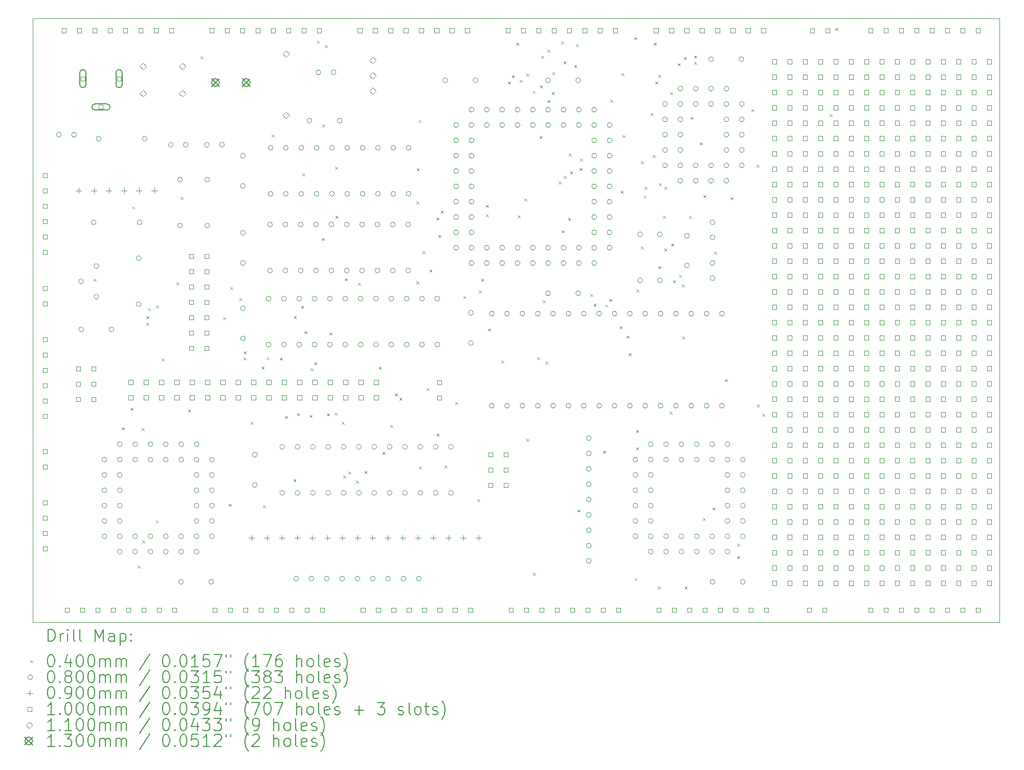
<source format=gbr>
%TF.GenerationSoftware,KiCad,Pcbnew,(6.0.11)*%
%TF.CreationDate,2023-10-14T12:13:22-04:00*%
%TF.ProjectId,SAB80535-Dev-Board,53414238-3035-4333-952d-4465762d426f,rev?*%
%TF.SameCoordinates,Original*%
%TF.FileFunction,Drillmap*%
%TF.FilePolarity,Positive*%
%FSLAX45Y45*%
G04 Gerber Fmt 4.5, Leading zero omitted, Abs format (unit mm)*
G04 Created by KiCad (PCBNEW (6.0.11)) date 2023-10-14 12:13:22*
%MOMM*%
%LPD*%
G01*
G04 APERTURE LIST*
%ADD10C,0.100000*%
%ADD11C,0.200000*%
%ADD12C,0.040000*%
%ADD13C,0.080000*%
%ADD14C,0.090000*%
%ADD15C,0.110000*%
%ADD16C,0.130000*%
G04 APERTURE END LIST*
D10*
X21000000Y-5000000D02*
X5000000Y-5000000D01*
X5000000Y-15000000D02*
X21000000Y-15000000D01*
X5000000Y-5000000D02*
X5000000Y-15000000D01*
X21000000Y-5000000D02*
X21000000Y-15000000D01*
D11*
D12*
X6006650Y-9310040D02*
X6046650Y-9350040D01*
X6046650Y-9310040D02*
X6006650Y-9350040D01*
X6468140Y-11769310D02*
X6508140Y-11809310D01*
X6508140Y-11769310D02*
X6468140Y-11809310D01*
X6614190Y-11448550D02*
X6654190Y-11488550D01*
X6654190Y-11448550D02*
X6614190Y-11488550D01*
X6644450Y-8112050D02*
X6684450Y-8152050D01*
X6684450Y-8112050D02*
X6644450Y-8152050D01*
X6736250Y-14057500D02*
X6776250Y-14097500D01*
X6776250Y-14057500D02*
X6736250Y-14097500D01*
X6800280Y-11781040D02*
X6840280Y-11821040D01*
X6840280Y-11781040D02*
X6800280Y-11821040D01*
X6809400Y-13646670D02*
X6849400Y-13686670D01*
X6849400Y-13646670D02*
X6809400Y-13686670D01*
X6878650Y-9931820D02*
X6918650Y-9971820D01*
X6918650Y-9931820D02*
X6878650Y-9971820D01*
X6879470Y-10036070D02*
X6919470Y-10076070D01*
X6919470Y-10036070D02*
X6879470Y-10076070D01*
X6907800Y-9796210D02*
X6947800Y-9836210D01*
X6947800Y-9796210D02*
X6907800Y-9836210D01*
X7034550Y-13309930D02*
X7074550Y-13349930D01*
X7074550Y-13309930D02*
X7034550Y-13349930D01*
X7039320Y-9752110D02*
X7079320Y-9792110D01*
X7079320Y-9752110D02*
X7039320Y-9792110D01*
X7132570Y-10631920D02*
X7172570Y-10671920D01*
X7172570Y-10631920D02*
X7132570Y-10671920D01*
X7379320Y-9371270D02*
X7419320Y-9411270D01*
X7419320Y-9371270D02*
X7379320Y-9411270D01*
X7447580Y-7952530D02*
X7487580Y-7992530D01*
X7487580Y-7952530D02*
X7447580Y-7992530D01*
X7567160Y-11475790D02*
X7607160Y-11515790D01*
X7607160Y-11475790D02*
X7567160Y-11515790D01*
X7775280Y-5629170D02*
X7815280Y-5669170D01*
X7815280Y-5629170D02*
X7775280Y-5669170D01*
X8150110Y-9943580D02*
X8190110Y-9983580D01*
X8190110Y-9943580D02*
X8150110Y-9983580D01*
X8242850Y-13040380D02*
X8282850Y-13080380D01*
X8282850Y-13040380D02*
X8242850Y-13080380D01*
X8263480Y-9445400D02*
X8303480Y-9485400D01*
X8303480Y-9445400D02*
X8263480Y-9485400D01*
X8418240Y-9629200D02*
X8458240Y-9669200D01*
X8458240Y-9629200D02*
X8418240Y-9669200D01*
X8489010Y-10613660D02*
X8529010Y-10653660D01*
X8529010Y-10613660D02*
X8489010Y-10653660D01*
X8489690Y-10512750D02*
X8529690Y-10552750D01*
X8529690Y-10512750D02*
X8489690Y-10552750D01*
X8606670Y-11683420D02*
X8646670Y-11723420D01*
X8646670Y-11683420D02*
X8606670Y-11723420D01*
X8786810Y-10766150D02*
X8826810Y-10806150D01*
X8826810Y-10766150D02*
X8786810Y-10806150D01*
X8808380Y-13058500D02*
X8848380Y-13098500D01*
X8848380Y-13058500D02*
X8808380Y-13098500D01*
X8871270Y-10610440D02*
X8911270Y-10650440D01*
X8911270Y-10610440D02*
X8871270Y-10650440D01*
X8952090Y-6920420D02*
X8992090Y-6960420D01*
X8992090Y-6920420D02*
X8952090Y-6960420D01*
X9087260Y-10617950D02*
X9127260Y-10657950D01*
X9127260Y-10617950D02*
X9087260Y-10657950D01*
X9172090Y-11582270D02*
X9212090Y-11622270D01*
X9212090Y-11582270D02*
X9172090Y-11622270D01*
X9311930Y-12628100D02*
X9351930Y-12668100D01*
X9351930Y-12628100D02*
X9311930Y-12668100D01*
X9319780Y-9930530D02*
X9359780Y-9970530D01*
X9359780Y-9930530D02*
X9319780Y-9970530D01*
X9371010Y-11537690D02*
X9411010Y-11577690D01*
X9411010Y-11537690D02*
X9371010Y-11577690D01*
X9437460Y-9759000D02*
X9477460Y-9799000D01*
X9477460Y-9759000D02*
X9437460Y-9799000D01*
X9459600Y-7568790D02*
X9499600Y-7608790D01*
X9499600Y-7568790D02*
X9459600Y-7608790D01*
X9495260Y-10178740D02*
X9535260Y-10218740D01*
X9535260Y-10178740D02*
X9495260Y-10218740D01*
X9579560Y-11566770D02*
X9619560Y-11606770D01*
X9619560Y-11566770D02*
X9579560Y-11606770D01*
X9597590Y-10790850D02*
X9637590Y-10830850D01*
X9637590Y-10790850D02*
X9597590Y-10830850D01*
X9656720Y-10694230D02*
X9696720Y-10734230D01*
X9696720Y-10694230D02*
X9656720Y-10734230D01*
X9701000Y-5368190D02*
X9741000Y-5408190D01*
X9741000Y-5368190D02*
X9701000Y-5408190D01*
X9783690Y-8636950D02*
X9823690Y-8676950D01*
X9823690Y-8636950D02*
X9783690Y-8676950D01*
X9790340Y-6755360D02*
X9830340Y-6795360D01*
X9830340Y-6755360D02*
X9790340Y-6795360D01*
X9832010Y-5442540D02*
X9872010Y-5482540D01*
X9872010Y-5442540D02*
X9832010Y-5482540D01*
X9864220Y-11540310D02*
X9904220Y-11580310D01*
X9904220Y-11540310D02*
X9864220Y-11580310D01*
X9910840Y-10204010D02*
X9950840Y-10244010D01*
X9950840Y-10204010D02*
X9910840Y-10244010D01*
X9995210Y-11529990D02*
X10035210Y-11569990D01*
X10035210Y-11529990D02*
X9995210Y-11569990D01*
X10004580Y-7458930D02*
X10044580Y-7498930D01*
X10044580Y-7458930D02*
X10004580Y-7498930D01*
X10006680Y-8266930D02*
X10046680Y-8306930D01*
X10046680Y-8266930D02*
X10006680Y-8306930D01*
X10112400Y-11681660D02*
X10152400Y-11721660D01*
X10152400Y-11681660D02*
X10112400Y-11721660D01*
X10139150Y-12570880D02*
X10179150Y-12610880D01*
X10179150Y-12570880D02*
X10139150Y-12610880D01*
X10160150Y-9305670D02*
X10200150Y-9345670D01*
X10200150Y-9305670D02*
X10160150Y-9345670D01*
X10221990Y-12501300D02*
X10261990Y-12541300D01*
X10261990Y-12501300D02*
X10221990Y-12541300D01*
X10347090Y-12652630D02*
X10387090Y-12692630D01*
X10387090Y-12652630D02*
X10347090Y-12692630D01*
X10384510Y-9378200D02*
X10424510Y-9418200D01*
X10424510Y-9378200D02*
X10384510Y-9418200D01*
X10487420Y-12491840D02*
X10527420Y-12531840D01*
X10527420Y-12491840D02*
X10487420Y-12531840D01*
X10724650Y-10766680D02*
X10764650Y-10806680D01*
X10764650Y-10766680D02*
X10724650Y-10806680D01*
X10785680Y-12181250D02*
X10825680Y-12221250D01*
X10825680Y-12181250D02*
X10785680Y-12221250D01*
X10916390Y-11728990D02*
X10956390Y-11768990D01*
X10956390Y-11728990D02*
X10916390Y-11768990D01*
X10989950Y-11211610D02*
X11029950Y-11251610D01*
X11029950Y-11211610D02*
X10989950Y-11251610D01*
X11064030Y-11284730D02*
X11104030Y-11324730D01*
X11104030Y-11284730D02*
X11064030Y-11324730D01*
X11346460Y-9354100D02*
X11386460Y-9394100D01*
X11386460Y-9354100D02*
X11346460Y-9394100D01*
X11348810Y-8031980D02*
X11388810Y-8071980D01*
X11388810Y-8031980D02*
X11348810Y-8071980D01*
X11351820Y-7479540D02*
X11391820Y-7519540D01*
X11391820Y-7479540D02*
X11351820Y-7519540D01*
X11386290Y-6680740D02*
X11426290Y-6720740D01*
X11426290Y-6680740D02*
X11386290Y-6720740D01*
X11390980Y-12420010D02*
X11430980Y-12460010D01*
X11430980Y-12420010D02*
X11390980Y-12460010D01*
X11450760Y-8855960D02*
X11490760Y-8895960D01*
X11490760Y-8855960D02*
X11450760Y-8895960D01*
X11517380Y-11122530D02*
X11557380Y-11162530D01*
X11557380Y-11122530D02*
X11517380Y-11162530D01*
X11564300Y-9155000D02*
X11604300Y-9195000D01*
X11604300Y-9155000D02*
X11564300Y-9195000D01*
X11675380Y-8297640D02*
X11715380Y-8337640D01*
X11715380Y-8297640D02*
X11675380Y-8337640D01*
X11681230Y-11873040D02*
X11721230Y-11913040D01*
X11721230Y-11873040D02*
X11681230Y-11913040D01*
X11714720Y-8586750D02*
X11754720Y-8626750D01*
X11754720Y-8586750D02*
X11714720Y-8626750D01*
X11750930Y-8184170D02*
X11790930Y-8224170D01*
X11790930Y-8184170D02*
X11750930Y-8224170D01*
X11816040Y-12398660D02*
X11856040Y-12438660D01*
X11856040Y-12398660D02*
X11816040Y-12438660D01*
X11990380Y-11347980D02*
X12030380Y-11387980D01*
X12030380Y-11347980D02*
X11990380Y-11387980D01*
X12129310Y-9600440D02*
X12169310Y-9640440D01*
X12169310Y-9600440D02*
X12129310Y-9640440D01*
X12354200Y-12961880D02*
X12394200Y-13001880D01*
X12394200Y-12961880D02*
X12354200Y-13001880D01*
X12378120Y-9505470D02*
X12418120Y-9545470D01*
X12418120Y-9505470D02*
X12378120Y-9545470D01*
X12417800Y-9312460D02*
X12457800Y-9352460D01*
X12457800Y-9312460D02*
X12417800Y-9352460D01*
X12499090Y-8086620D02*
X12539090Y-8126620D01*
X12539090Y-8086620D02*
X12499090Y-8126620D01*
X12500330Y-8241160D02*
X12540330Y-8281160D01*
X12540330Y-8241160D02*
X12500330Y-8281160D01*
X12534650Y-10135150D02*
X12574650Y-10175150D01*
X12574650Y-10135150D02*
X12534650Y-10175150D01*
X12751340Y-10665540D02*
X12791340Y-10705540D01*
X12791340Y-10665540D02*
X12751340Y-10705540D01*
X12861520Y-6045900D02*
X12901520Y-6085900D01*
X12901520Y-6045900D02*
X12861520Y-6085900D01*
X12927380Y-5942410D02*
X12967380Y-5982410D01*
X12967380Y-5942410D02*
X12927380Y-5982410D01*
X13001810Y-5402200D02*
X13041810Y-5442200D01*
X13041810Y-5402200D02*
X13001810Y-5442200D01*
X13022500Y-8262000D02*
X13062500Y-8302000D01*
X13062500Y-8262000D02*
X13022500Y-8302000D01*
X13060260Y-6014710D02*
X13100260Y-6054710D01*
X13100260Y-6014710D02*
X13060260Y-6054710D01*
X13134650Y-7980960D02*
X13174650Y-8020960D01*
X13174650Y-7980960D02*
X13134650Y-8020960D01*
X13165800Y-11961360D02*
X13205800Y-12001360D01*
X13205800Y-11961360D02*
X13165800Y-12001360D01*
X13166910Y-5913740D02*
X13206910Y-5953740D01*
X13206910Y-5913740D02*
X13166910Y-5953740D01*
X13273530Y-6197670D02*
X13313530Y-6237670D01*
X13313530Y-6197670D02*
X13273530Y-6237670D01*
X13280150Y-14179420D02*
X13320150Y-14219420D01*
X13320150Y-14179420D02*
X13280150Y-14219420D01*
X13346350Y-10606120D02*
X13386350Y-10646120D01*
X13386350Y-10606120D02*
X13346350Y-10646120D01*
X13384890Y-6950570D02*
X13424890Y-6990570D01*
X13424890Y-6950570D02*
X13384890Y-6990570D01*
X13392460Y-6110600D02*
X13432460Y-6150600D01*
X13432460Y-6110600D02*
X13392460Y-6150600D01*
X13411860Y-5617050D02*
X13451860Y-5657050D01*
X13451860Y-5617050D02*
X13411860Y-5657050D01*
X13441630Y-9665000D02*
X13481630Y-9705000D01*
X13481630Y-9665000D02*
X13441630Y-9705000D01*
X13478920Y-10678720D02*
X13518920Y-10718720D01*
X13518920Y-10678720D02*
X13478920Y-10718720D01*
X13514440Y-5514460D02*
X13554440Y-5554460D01*
X13554440Y-5514460D02*
X13514440Y-5554460D01*
X13516430Y-6351620D02*
X13556430Y-6391620D01*
X13556430Y-6351620D02*
X13516430Y-6391620D01*
X13588010Y-6217320D02*
X13628010Y-6257320D01*
X13628010Y-6217320D02*
X13588010Y-6257320D01*
X13597250Y-5892230D02*
X13637250Y-5932230D01*
X13637250Y-5892230D02*
X13597250Y-5932230D01*
X13699240Y-7702380D02*
X13739240Y-7742380D01*
X13739240Y-7702380D02*
X13699240Y-7742380D01*
X13743250Y-5379500D02*
X13783250Y-5419500D01*
X13783250Y-5379500D02*
X13743250Y-5419500D01*
X13751160Y-8511160D02*
X13791160Y-8551160D01*
X13791160Y-8511160D02*
X13751160Y-8551160D01*
X13781640Y-5711920D02*
X13821640Y-5751920D01*
X13821640Y-5711920D02*
X13781640Y-5751920D01*
X13786000Y-7605780D02*
X13826000Y-7645780D01*
X13826000Y-7605780D02*
X13786000Y-7645780D01*
X13858480Y-8301270D02*
X13898480Y-8341270D01*
X13898480Y-8301270D02*
X13858480Y-8341270D01*
X13872590Y-7237060D02*
X13912590Y-7277060D01*
X13912590Y-7237060D02*
X13872590Y-7277060D01*
X13890970Y-7531470D02*
X13930970Y-7571470D01*
X13930970Y-7531470D02*
X13890970Y-7571470D01*
X13959680Y-5772050D02*
X13999680Y-5812050D01*
X13999680Y-5772050D02*
X13959680Y-5812050D01*
X13990880Y-5421190D02*
X14030880Y-5461190D01*
X14030880Y-5421190D02*
X13990880Y-5461190D01*
X14014840Y-13131680D02*
X14054840Y-13171680D01*
X14054840Y-13131680D02*
X14014840Y-13171680D01*
X14046380Y-7476330D02*
X14086380Y-7516330D01*
X14086380Y-7476330D02*
X14046380Y-7516330D01*
X14057710Y-7322930D02*
X14097710Y-7362930D01*
X14097710Y-7322930D02*
X14057710Y-7362930D01*
X14227580Y-9561040D02*
X14267580Y-9601040D01*
X14267580Y-9561040D02*
X14227580Y-9601040D01*
X14281610Y-9722860D02*
X14321610Y-9762860D01*
X14321610Y-9722860D02*
X14281610Y-9762860D01*
X14437450Y-12160180D02*
X14477450Y-12200180D01*
X14477450Y-12160180D02*
X14437450Y-12200180D01*
X14476600Y-9737120D02*
X14516600Y-9777120D01*
X14516600Y-9737120D02*
X14476600Y-9777120D01*
X14538320Y-9645320D02*
X14578320Y-9685320D01*
X14578320Y-9645320D02*
X14538320Y-9685320D01*
X14555000Y-6346880D02*
X14595000Y-6386880D01*
X14595000Y-6346880D02*
X14555000Y-6386880D01*
X14712210Y-10094840D02*
X14752210Y-10134840D01*
X14752210Y-10094840D02*
X14712210Y-10134840D01*
X14730950Y-7852740D02*
X14770950Y-7892740D01*
X14770950Y-7852740D02*
X14730950Y-7892740D01*
X14740990Y-5905770D02*
X14780990Y-5945770D01*
X14780990Y-5905770D02*
X14740990Y-5945770D01*
X14757130Y-6932990D02*
X14797130Y-6972990D01*
X14797130Y-6932990D02*
X14757130Y-6972990D01*
X14827740Y-10253200D02*
X14867740Y-10293200D01*
X14867740Y-10253200D02*
X14827740Y-10293200D01*
X14859740Y-10542500D02*
X14899740Y-10582500D01*
X14899740Y-10542500D02*
X14859740Y-10582500D01*
X14953520Y-5309710D02*
X14993520Y-5349710D01*
X14993520Y-5309710D02*
X14953520Y-5349710D01*
X14958570Y-14266980D02*
X14998570Y-14306980D01*
X14998570Y-14266980D02*
X14958570Y-14306980D01*
X14983310Y-11814860D02*
X15023310Y-11854860D01*
X15023310Y-11814860D02*
X14983310Y-11854860D01*
X14983310Y-12102570D02*
X15023310Y-12142570D01*
X15023310Y-12102570D02*
X14983310Y-12142570D01*
X14990790Y-9487620D02*
X15030790Y-9527620D01*
X15030790Y-9487620D02*
X14990790Y-9527620D01*
X15062440Y-7361180D02*
X15102440Y-7401180D01*
X15102440Y-7361180D02*
X15062440Y-7401180D01*
X15067400Y-8777000D02*
X15107400Y-8817000D01*
X15107400Y-8777000D02*
X15067400Y-8817000D01*
X15111500Y-7933640D02*
X15151500Y-7973640D01*
X15151500Y-7933640D02*
X15111500Y-7973640D01*
X15124950Y-7786320D02*
X15164950Y-7826320D01*
X15164950Y-7786320D02*
X15124950Y-7826320D01*
X15226680Y-6564880D02*
X15266680Y-6604880D01*
X15266680Y-6564880D02*
X15226680Y-6604880D01*
X15258240Y-7262660D02*
X15298240Y-7302660D01*
X15298240Y-7262660D02*
X15258240Y-7302660D01*
X15277920Y-5401770D02*
X15317920Y-5441770D01*
X15317920Y-5401770D02*
X15277920Y-5441770D01*
X15304230Y-6045230D02*
X15344230Y-6085230D01*
X15344230Y-6045230D02*
X15304230Y-6085230D01*
X15342480Y-14404720D02*
X15382480Y-14444720D01*
X15382480Y-14404720D02*
X15342480Y-14444720D01*
X15353190Y-5933040D02*
X15393190Y-5973040D01*
X15393190Y-5933040D02*
X15353190Y-5973040D01*
X15355540Y-9101600D02*
X15395540Y-9141600D01*
X15395540Y-9101600D02*
X15355540Y-9141600D01*
X15362310Y-7724300D02*
X15402310Y-7764300D01*
X15402310Y-7724300D02*
X15362310Y-7764300D01*
X15428500Y-8269200D02*
X15468500Y-8309200D01*
X15468500Y-8269200D02*
X15428500Y-8309200D01*
X15448850Y-8808410D02*
X15488850Y-8848410D01*
X15488850Y-8808410D02*
X15448850Y-8848410D01*
X15452360Y-7789020D02*
X15492360Y-7829020D01*
X15492360Y-7789020D02*
X15452360Y-7829020D01*
X15541610Y-11510670D02*
X15581610Y-11550670D01*
X15581610Y-11510670D02*
X15541610Y-11550670D01*
X15549140Y-6217870D02*
X15589140Y-6257870D01*
X15589140Y-6217870D02*
X15549140Y-6257870D01*
X15562690Y-8729330D02*
X15602690Y-8769330D01*
X15602690Y-8729330D02*
X15562690Y-8769330D01*
X15593620Y-9338320D02*
X15633620Y-9378320D01*
X15633620Y-9338320D02*
X15593620Y-9378320D01*
X15674200Y-5740240D02*
X15714200Y-5780240D01*
X15714200Y-5740240D02*
X15674200Y-5780240D01*
X15696530Y-9246430D02*
X15736530Y-9286430D01*
X15736530Y-9246430D02*
X15696530Y-9286430D01*
X15744530Y-9402790D02*
X15784530Y-9442790D01*
X15784530Y-9402790D02*
X15744530Y-9442790D01*
X15750000Y-10269360D02*
X15790000Y-10309360D01*
X15790000Y-10269360D02*
X15750000Y-10309360D01*
X15778280Y-5639150D02*
X15818280Y-5679150D01*
X15818280Y-5639150D02*
X15778280Y-5679150D01*
X15789390Y-14408610D02*
X15829390Y-14448610D01*
X15829390Y-14408610D02*
X15789390Y-14448610D01*
X15862560Y-8267200D02*
X15902560Y-8307200D01*
X15902560Y-8267200D02*
X15862560Y-8307200D01*
X15888160Y-6631350D02*
X15928160Y-6671350D01*
X15928160Y-6631350D02*
X15888160Y-6671350D01*
X15943800Y-5719150D02*
X15983800Y-5759150D01*
X15983800Y-5719150D02*
X15943800Y-5759150D01*
X15946560Y-5613820D02*
X15986560Y-5653820D01*
X15986560Y-5613820D02*
X15946560Y-5653820D01*
X16036570Y-7053040D02*
X16076570Y-7093040D01*
X16076570Y-7053040D02*
X16036570Y-7093040D01*
X16088010Y-13271800D02*
X16128010Y-13311800D01*
X16128010Y-13271800D02*
X16088010Y-13311800D01*
X16096000Y-7924990D02*
X16136000Y-7964990D01*
X16136000Y-7924990D02*
X16096000Y-7964990D01*
X16251310Y-13099120D02*
X16291310Y-13139120D01*
X16291310Y-13099120D02*
X16251310Y-13139120D01*
X16273840Y-8861870D02*
X16313840Y-8901870D01*
X16313840Y-8861870D02*
X16273840Y-8901870D01*
X16452020Y-10974070D02*
X16492020Y-11014070D01*
X16492020Y-10974070D02*
X16452020Y-11014070D01*
X16548810Y-7959570D02*
X16588810Y-7999570D01*
X16588810Y-7959570D02*
X16548810Y-7999570D01*
X16656020Y-13902910D02*
X16696020Y-13942910D01*
X16696020Y-13902910D02*
X16656020Y-13942910D01*
X16658520Y-13697920D02*
X16698520Y-13737920D01*
X16698520Y-13697920D02*
X16658520Y-13737920D01*
X16892760Y-6500650D02*
X16932760Y-6540650D01*
X16932760Y-6500650D02*
X16892760Y-6540650D01*
X16980820Y-7424990D02*
X17020820Y-7464990D01*
X17020820Y-7424990D02*
X16980820Y-7464990D01*
X16985550Y-11391820D02*
X17025550Y-11431820D01*
X17025550Y-11391820D02*
X16985550Y-11431820D01*
X17070730Y-11547820D02*
X17110730Y-11587820D01*
X17110730Y-11547820D02*
X17070730Y-11587820D01*
X18188570Y-6584000D02*
X18228570Y-6624000D01*
X18228570Y-6584000D02*
X18188570Y-6624000D01*
X18281080Y-5157090D02*
X18321080Y-5197090D01*
X18321080Y-5157090D02*
X18281080Y-5197090D01*
D13*
X5469490Y-6925000D02*
G75*
G03*
X5469490Y-6925000I-40000J0D01*
G01*
X5719490Y-6925000D02*
G75*
G03*
X5719490Y-6925000I-40000J0D01*
G01*
X5836000Y-9354000D02*
G75*
G03*
X5836000Y-9354000I-40000J0D01*
G01*
X5840000Y-10150000D02*
G75*
G03*
X5840000Y-10150000I-40000J0D01*
G01*
X6044000Y-8375000D02*
G75*
G03*
X6044000Y-8375000I-40000J0D01*
G01*
X6090000Y-9100000D02*
G75*
G03*
X6090000Y-9100000I-40000J0D01*
G01*
X6090000Y-9608000D02*
G75*
G03*
X6090000Y-9608000I-40000J0D01*
G01*
X6128000Y-6992000D02*
G75*
G03*
X6128000Y-6992000I-40000J0D01*
G01*
X6224000Y-12304500D02*
G75*
G03*
X6224000Y-12304500I-40000J0D01*
G01*
X6224000Y-12558500D02*
G75*
G03*
X6224000Y-12558500I-40000J0D01*
G01*
X6224000Y-12812500D02*
G75*
G03*
X6224000Y-12812500I-40000J0D01*
G01*
X6224000Y-13066500D02*
G75*
G03*
X6224000Y-13066500I-40000J0D01*
G01*
X6224000Y-13320500D02*
G75*
G03*
X6224000Y-13320500I-40000J0D01*
G01*
X6224000Y-13574500D02*
G75*
G03*
X6224000Y-13574500I-40000J0D01*
G01*
X6340000Y-10150000D02*
G75*
G03*
X6340000Y-10150000I-40000J0D01*
G01*
X6478000Y-12050500D02*
G75*
G03*
X6478000Y-12050500I-40000J0D01*
G01*
X6478000Y-12304500D02*
G75*
G03*
X6478000Y-12304500I-40000J0D01*
G01*
X6478000Y-12558500D02*
G75*
G03*
X6478000Y-12558500I-40000J0D01*
G01*
X6478000Y-12812500D02*
G75*
G03*
X6478000Y-12812500I-40000J0D01*
G01*
X6478000Y-13066500D02*
G75*
G03*
X6478000Y-13066500I-40000J0D01*
G01*
X6478000Y-13320500D02*
G75*
G03*
X6478000Y-13320500I-40000J0D01*
G01*
X6478000Y-13574500D02*
G75*
G03*
X6478000Y-13574500I-40000J0D01*
G01*
X6478000Y-13828500D02*
G75*
G03*
X6478000Y-13828500I-40000J0D01*
G01*
X6732000Y-12050500D02*
G75*
G03*
X6732000Y-12050500I-40000J0D01*
G01*
X6732000Y-12304500D02*
G75*
G03*
X6732000Y-12304500I-40000J0D01*
G01*
X6732000Y-13574500D02*
G75*
G03*
X6732000Y-13574500I-40000J0D01*
G01*
X6732000Y-13828500D02*
G75*
G03*
X6732000Y-13828500I-40000J0D01*
G01*
X6790000Y-8969000D02*
G75*
G03*
X6790000Y-8969000I-40000J0D01*
G01*
X6790000Y-9731000D02*
G75*
G03*
X6790000Y-9731000I-40000J0D01*
G01*
X6806000Y-8375000D02*
G75*
G03*
X6806000Y-8375000I-40000J0D01*
G01*
X6890000Y-6992000D02*
G75*
G03*
X6890000Y-6992000I-40000J0D01*
G01*
X6986000Y-12050500D02*
G75*
G03*
X6986000Y-12050500I-40000J0D01*
G01*
X6986000Y-12304500D02*
G75*
G03*
X6986000Y-12304500I-40000J0D01*
G01*
X6986000Y-13574500D02*
G75*
G03*
X6986000Y-13574500I-40000J0D01*
G01*
X6986000Y-13828500D02*
G75*
G03*
X6986000Y-13828500I-40000J0D01*
G01*
X7240000Y-12050500D02*
G75*
G03*
X7240000Y-12050500I-40000J0D01*
G01*
X7240000Y-12304500D02*
G75*
G03*
X7240000Y-12304500I-40000J0D01*
G01*
X7240000Y-13574500D02*
G75*
G03*
X7240000Y-13574500I-40000J0D01*
G01*
X7240000Y-13828500D02*
G75*
G03*
X7240000Y-13828500I-40000J0D01*
G01*
X7319490Y-7092000D02*
G75*
G03*
X7319490Y-7092000I-40000J0D01*
G01*
X7475000Y-7669000D02*
G75*
G03*
X7475000Y-7669000I-40000J0D01*
G01*
X7475000Y-8431000D02*
G75*
G03*
X7475000Y-8431000I-40000J0D01*
G01*
X7490000Y-14329500D02*
G75*
G03*
X7490000Y-14329500I-40000J0D01*
G01*
X7494000Y-12050500D02*
G75*
G03*
X7494000Y-12050500I-40000J0D01*
G01*
X7494000Y-12304500D02*
G75*
G03*
X7494000Y-12304500I-40000J0D01*
G01*
X7494000Y-13574500D02*
G75*
G03*
X7494000Y-13574500I-40000J0D01*
G01*
X7494000Y-13828500D02*
G75*
G03*
X7494000Y-13828500I-40000J0D01*
G01*
X7569490Y-7092000D02*
G75*
G03*
X7569490Y-7092000I-40000J0D01*
G01*
X7748000Y-12050500D02*
G75*
G03*
X7748000Y-12050500I-40000J0D01*
G01*
X7748000Y-12304500D02*
G75*
G03*
X7748000Y-12304500I-40000J0D01*
G01*
X7748000Y-12558500D02*
G75*
G03*
X7748000Y-12558500I-40000J0D01*
G01*
X7748000Y-12812500D02*
G75*
G03*
X7748000Y-12812500I-40000J0D01*
G01*
X7748000Y-13066500D02*
G75*
G03*
X7748000Y-13066500I-40000J0D01*
G01*
X7748000Y-13320500D02*
G75*
G03*
X7748000Y-13320500I-40000J0D01*
G01*
X7748000Y-13574500D02*
G75*
G03*
X7748000Y-13574500I-40000J0D01*
G01*
X7748000Y-13828500D02*
G75*
G03*
X7748000Y-13828500I-40000J0D01*
G01*
X7919490Y-7092000D02*
G75*
G03*
X7919490Y-7092000I-40000J0D01*
G01*
X7925000Y-7669000D02*
G75*
G03*
X7925000Y-7669000I-40000J0D01*
G01*
X7925000Y-8431000D02*
G75*
G03*
X7925000Y-8431000I-40000J0D01*
G01*
X7990000Y-14329500D02*
G75*
G03*
X7990000Y-14329500I-40000J0D01*
G01*
X8002000Y-12304500D02*
G75*
G03*
X8002000Y-12304500I-40000J0D01*
G01*
X8002000Y-12558500D02*
G75*
G03*
X8002000Y-12558500I-40000J0D01*
G01*
X8002000Y-12812500D02*
G75*
G03*
X8002000Y-12812500I-40000J0D01*
G01*
X8002000Y-13066500D02*
G75*
G03*
X8002000Y-13066500I-40000J0D01*
G01*
X8002000Y-13320500D02*
G75*
G03*
X8002000Y-13320500I-40000J0D01*
G01*
X8002000Y-13574500D02*
G75*
G03*
X8002000Y-13574500I-40000J0D01*
G01*
X8169490Y-7092000D02*
G75*
G03*
X8169490Y-7092000I-40000J0D01*
G01*
X8515000Y-7273000D02*
G75*
G03*
X8515000Y-7273000I-40000J0D01*
G01*
X8515000Y-7773000D02*
G75*
G03*
X8515000Y-7773000I-40000J0D01*
G01*
X8515000Y-8550000D02*
G75*
G03*
X8515000Y-8550000I-40000J0D01*
G01*
X8515000Y-9050000D02*
G75*
G03*
X8515000Y-9050000I-40000J0D01*
G01*
X8515000Y-9800000D02*
G75*
G03*
X8515000Y-9800000I-40000J0D01*
G01*
X8515000Y-10300000D02*
G75*
G03*
X8515000Y-10300000I-40000J0D01*
G01*
X8712500Y-12225000D02*
G75*
G03*
X8712500Y-12225000I-40000J0D01*
G01*
X8712500Y-12725000D02*
G75*
G03*
X8712500Y-12725000I-40000J0D01*
G01*
X8940000Y-9638000D02*
G75*
G03*
X8940000Y-9638000I-40000J0D01*
G01*
X8940000Y-10400000D02*
G75*
G03*
X8940000Y-10400000I-40000J0D01*
G01*
X8965000Y-8413000D02*
G75*
G03*
X8965000Y-8413000I-40000J0D01*
G01*
X8965000Y-9175000D02*
G75*
G03*
X8965000Y-9175000I-40000J0D01*
G01*
X8972500Y-7141000D02*
G75*
G03*
X8972500Y-7141000I-40000J0D01*
G01*
X8972500Y-7903000D02*
G75*
G03*
X8972500Y-7903000I-40000J0D01*
G01*
X9165000Y-12093000D02*
G75*
G03*
X9165000Y-12093000I-40000J0D01*
G01*
X9165000Y-12855000D02*
G75*
G03*
X9165000Y-12855000I-40000J0D01*
G01*
X9194000Y-9638000D02*
G75*
G03*
X9194000Y-9638000I-40000J0D01*
G01*
X9194000Y-10400000D02*
G75*
G03*
X9194000Y-10400000I-40000J0D01*
G01*
X9219000Y-8413000D02*
G75*
G03*
X9219000Y-8413000I-40000J0D01*
G01*
X9219000Y-9175000D02*
G75*
G03*
X9219000Y-9175000I-40000J0D01*
G01*
X9226500Y-7141000D02*
G75*
G03*
X9226500Y-7141000I-40000J0D01*
G01*
X9226500Y-7903000D02*
G75*
G03*
X9226500Y-7903000I-40000J0D01*
G01*
X9395000Y-14275000D02*
G75*
G03*
X9395000Y-14275000I-40000J0D01*
G01*
X9419000Y-12093000D02*
G75*
G03*
X9419000Y-12093000I-40000J0D01*
G01*
X9419000Y-12855000D02*
G75*
G03*
X9419000Y-12855000I-40000J0D01*
G01*
X9448000Y-9638000D02*
G75*
G03*
X9448000Y-9638000I-40000J0D01*
G01*
X9448000Y-10400000D02*
G75*
G03*
X9448000Y-10400000I-40000J0D01*
G01*
X9473000Y-8413000D02*
G75*
G03*
X9473000Y-8413000I-40000J0D01*
G01*
X9473000Y-9175000D02*
G75*
G03*
X9473000Y-9175000I-40000J0D01*
G01*
X9480500Y-7141000D02*
G75*
G03*
X9480500Y-7141000I-40000J0D01*
G01*
X9480500Y-7903000D02*
G75*
G03*
X9480500Y-7903000I-40000J0D01*
G01*
X9615000Y-6692000D02*
G75*
G03*
X9615000Y-6692000I-40000J0D01*
G01*
X9649000Y-14275000D02*
G75*
G03*
X9649000Y-14275000I-40000J0D01*
G01*
X9673000Y-12093000D02*
G75*
G03*
X9673000Y-12093000I-40000J0D01*
G01*
X9673000Y-12855000D02*
G75*
G03*
X9673000Y-12855000I-40000J0D01*
G01*
X9702000Y-9638000D02*
G75*
G03*
X9702000Y-9638000I-40000J0D01*
G01*
X9702000Y-10400000D02*
G75*
G03*
X9702000Y-10400000I-40000J0D01*
G01*
X9727000Y-8413000D02*
G75*
G03*
X9727000Y-8413000I-40000J0D01*
G01*
X9727000Y-9175000D02*
G75*
G03*
X9727000Y-9175000I-40000J0D01*
G01*
X9734500Y-7141000D02*
G75*
G03*
X9734500Y-7141000I-40000J0D01*
G01*
X9734500Y-7903000D02*
G75*
G03*
X9734500Y-7903000I-40000J0D01*
G01*
X9765000Y-5892000D02*
G75*
G03*
X9765000Y-5892000I-40000J0D01*
G01*
X9903000Y-14275000D02*
G75*
G03*
X9903000Y-14275000I-40000J0D01*
G01*
X9927000Y-12093000D02*
G75*
G03*
X9927000Y-12093000I-40000J0D01*
G01*
X9927000Y-12855000D02*
G75*
G03*
X9927000Y-12855000I-40000J0D01*
G01*
X9956000Y-9638000D02*
G75*
G03*
X9956000Y-9638000I-40000J0D01*
G01*
X9956000Y-10400000D02*
G75*
G03*
X9956000Y-10400000I-40000J0D01*
G01*
X9981000Y-8413000D02*
G75*
G03*
X9981000Y-8413000I-40000J0D01*
G01*
X9981000Y-9175000D02*
G75*
G03*
X9981000Y-9175000I-40000J0D01*
G01*
X9988500Y-7141000D02*
G75*
G03*
X9988500Y-7141000I-40000J0D01*
G01*
X9988500Y-7903000D02*
G75*
G03*
X9988500Y-7903000I-40000J0D01*
G01*
X10015000Y-5892000D02*
G75*
G03*
X10015000Y-5892000I-40000J0D01*
G01*
X10115000Y-6692000D02*
G75*
G03*
X10115000Y-6692000I-40000J0D01*
G01*
X10157000Y-14275000D02*
G75*
G03*
X10157000Y-14275000I-40000J0D01*
G01*
X10181000Y-12093000D02*
G75*
G03*
X10181000Y-12093000I-40000J0D01*
G01*
X10181000Y-12855000D02*
G75*
G03*
X10181000Y-12855000I-40000J0D01*
G01*
X10210000Y-9638000D02*
G75*
G03*
X10210000Y-9638000I-40000J0D01*
G01*
X10210000Y-10400000D02*
G75*
G03*
X10210000Y-10400000I-40000J0D01*
G01*
X10235000Y-8413000D02*
G75*
G03*
X10235000Y-8413000I-40000J0D01*
G01*
X10235000Y-9175000D02*
G75*
G03*
X10235000Y-9175000I-40000J0D01*
G01*
X10242500Y-7141000D02*
G75*
G03*
X10242500Y-7141000I-40000J0D01*
G01*
X10242500Y-7903000D02*
G75*
G03*
X10242500Y-7903000I-40000J0D01*
G01*
X10411000Y-14275000D02*
G75*
G03*
X10411000Y-14275000I-40000J0D01*
G01*
X10435000Y-12093000D02*
G75*
G03*
X10435000Y-12093000I-40000J0D01*
G01*
X10435000Y-12855000D02*
G75*
G03*
X10435000Y-12855000I-40000J0D01*
G01*
X10464000Y-9638000D02*
G75*
G03*
X10464000Y-9638000I-40000J0D01*
G01*
X10464000Y-10400000D02*
G75*
G03*
X10464000Y-10400000I-40000J0D01*
G01*
X10489000Y-8413000D02*
G75*
G03*
X10489000Y-8413000I-40000J0D01*
G01*
X10489000Y-9175000D02*
G75*
G03*
X10489000Y-9175000I-40000J0D01*
G01*
X10496500Y-7141000D02*
G75*
G03*
X10496500Y-7141000I-40000J0D01*
G01*
X10496500Y-7903000D02*
G75*
G03*
X10496500Y-7903000I-40000J0D01*
G01*
X10665000Y-14275000D02*
G75*
G03*
X10665000Y-14275000I-40000J0D01*
G01*
X10689000Y-12093000D02*
G75*
G03*
X10689000Y-12093000I-40000J0D01*
G01*
X10689000Y-12855000D02*
G75*
G03*
X10689000Y-12855000I-40000J0D01*
G01*
X10718000Y-9638000D02*
G75*
G03*
X10718000Y-9638000I-40000J0D01*
G01*
X10718000Y-10400000D02*
G75*
G03*
X10718000Y-10400000I-40000J0D01*
G01*
X10743000Y-8413000D02*
G75*
G03*
X10743000Y-8413000I-40000J0D01*
G01*
X10743000Y-9175000D02*
G75*
G03*
X10743000Y-9175000I-40000J0D01*
G01*
X10750500Y-7141000D02*
G75*
G03*
X10750500Y-7141000I-40000J0D01*
G01*
X10750500Y-7903000D02*
G75*
G03*
X10750500Y-7903000I-40000J0D01*
G01*
X10919000Y-14275000D02*
G75*
G03*
X10919000Y-14275000I-40000J0D01*
G01*
X10943000Y-12093000D02*
G75*
G03*
X10943000Y-12093000I-40000J0D01*
G01*
X10943000Y-12855000D02*
G75*
G03*
X10943000Y-12855000I-40000J0D01*
G01*
X10972000Y-9638000D02*
G75*
G03*
X10972000Y-9638000I-40000J0D01*
G01*
X10972000Y-10400000D02*
G75*
G03*
X10972000Y-10400000I-40000J0D01*
G01*
X10997000Y-8413000D02*
G75*
G03*
X10997000Y-8413000I-40000J0D01*
G01*
X10997000Y-9175000D02*
G75*
G03*
X10997000Y-9175000I-40000J0D01*
G01*
X11004500Y-7141000D02*
G75*
G03*
X11004500Y-7141000I-40000J0D01*
G01*
X11004500Y-7903000D02*
G75*
G03*
X11004500Y-7903000I-40000J0D01*
G01*
X11173000Y-14275000D02*
G75*
G03*
X11173000Y-14275000I-40000J0D01*
G01*
X11197000Y-12093000D02*
G75*
G03*
X11197000Y-12093000I-40000J0D01*
G01*
X11197000Y-12855000D02*
G75*
G03*
X11197000Y-12855000I-40000J0D01*
G01*
X11226000Y-9638000D02*
G75*
G03*
X11226000Y-9638000I-40000J0D01*
G01*
X11226000Y-10400000D02*
G75*
G03*
X11226000Y-10400000I-40000J0D01*
G01*
X11251000Y-8413000D02*
G75*
G03*
X11251000Y-8413000I-40000J0D01*
G01*
X11251000Y-9175000D02*
G75*
G03*
X11251000Y-9175000I-40000J0D01*
G01*
X11258500Y-7141000D02*
G75*
G03*
X11258500Y-7141000I-40000J0D01*
G01*
X11258500Y-7903000D02*
G75*
G03*
X11258500Y-7903000I-40000J0D01*
G01*
X11427000Y-14275000D02*
G75*
G03*
X11427000Y-14275000I-40000J0D01*
G01*
X11451000Y-12093000D02*
G75*
G03*
X11451000Y-12093000I-40000J0D01*
G01*
X11451000Y-12855000D02*
G75*
G03*
X11451000Y-12855000I-40000J0D01*
G01*
X11480000Y-9638000D02*
G75*
G03*
X11480000Y-9638000I-40000J0D01*
G01*
X11480000Y-10400000D02*
G75*
G03*
X11480000Y-10400000I-40000J0D01*
G01*
X11705000Y-12093000D02*
G75*
G03*
X11705000Y-12093000I-40000J0D01*
G01*
X11705000Y-12855000D02*
G75*
G03*
X11705000Y-12855000I-40000J0D01*
G01*
X11734000Y-9638000D02*
G75*
G03*
X11734000Y-9638000I-40000J0D01*
G01*
X11734000Y-10400000D02*
G75*
G03*
X11734000Y-10400000I-40000J0D01*
G01*
X11865000Y-6025000D02*
G75*
G03*
X11865000Y-6025000I-40000J0D01*
G01*
X11959000Y-12093000D02*
G75*
G03*
X11959000Y-12093000I-40000J0D01*
G01*
X11959000Y-12855000D02*
G75*
G03*
X11959000Y-12855000I-40000J0D01*
G01*
X12045000Y-6765000D02*
G75*
G03*
X12045000Y-6765000I-40000J0D01*
G01*
X12045000Y-7019000D02*
G75*
G03*
X12045000Y-7019000I-40000J0D01*
G01*
X12045000Y-7273000D02*
G75*
G03*
X12045000Y-7273000I-40000J0D01*
G01*
X12045000Y-7527000D02*
G75*
G03*
X12045000Y-7527000I-40000J0D01*
G01*
X12045000Y-7781000D02*
G75*
G03*
X12045000Y-7781000I-40000J0D01*
G01*
X12045000Y-8035000D02*
G75*
G03*
X12045000Y-8035000I-40000J0D01*
G01*
X12045000Y-8289000D02*
G75*
G03*
X12045000Y-8289000I-40000J0D01*
G01*
X12045000Y-8543000D02*
G75*
G03*
X12045000Y-8543000I-40000J0D01*
G01*
X12045000Y-8797000D02*
G75*
G03*
X12045000Y-8797000I-40000J0D01*
G01*
X12290000Y-9875000D02*
G75*
G03*
X12290000Y-9875000I-40000J0D01*
G01*
X12290000Y-10375000D02*
G75*
G03*
X12290000Y-10375000I-40000J0D01*
G01*
X12299000Y-6511000D02*
G75*
G03*
X12299000Y-6511000I-40000J0D01*
G01*
X12299000Y-6765000D02*
G75*
G03*
X12299000Y-6765000I-40000J0D01*
G01*
X12299000Y-7019000D02*
G75*
G03*
X12299000Y-7019000I-40000J0D01*
G01*
X12299000Y-7273000D02*
G75*
G03*
X12299000Y-7273000I-40000J0D01*
G01*
X12299000Y-7527000D02*
G75*
G03*
X12299000Y-7527000I-40000J0D01*
G01*
X12299000Y-7781000D02*
G75*
G03*
X12299000Y-7781000I-40000J0D01*
G01*
X12299000Y-8035000D02*
G75*
G03*
X12299000Y-8035000I-40000J0D01*
G01*
X12299000Y-8289000D02*
G75*
G03*
X12299000Y-8289000I-40000J0D01*
G01*
X12299000Y-8543000D02*
G75*
G03*
X12299000Y-8543000I-40000J0D01*
G01*
X12299000Y-8797000D02*
G75*
G03*
X12299000Y-8797000I-40000J0D01*
G01*
X12299000Y-9051000D02*
G75*
G03*
X12299000Y-9051000I-40000J0D01*
G01*
X12365000Y-6025000D02*
G75*
G03*
X12365000Y-6025000I-40000J0D01*
G01*
X12553000Y-6511000D02*
G75*
G03*
X12553000Y-6511000I-40000J0D01*
G01*
X12553000Y-6765000D02*
G75*
G03*
X12553000Y-6765000I-40000J0D01*
G01*
X12553000Y-8797000D02*
G75*
G03*
X12553000Y-8797000I-40000J0D01*
G01*
X12553000Y-9051000D02*
G75*
G03*
X12553000Y-9051000I-40000J0D01*
G01*
X12635000Y-9888500D02*
G75*
G03*
X12635000Y-9888500I-40000J0D01*
G01*
X12635000Y-11412500D02*
G75*
G03*
X12635000Y-11412500I-40000J0D01*
G01*
X12807000Y-6511000D02*
G75*
G03*
X12807000Y-6511000I-40000J0D01*
G01*
X12807000Y-6765000D02*
G75*
G03*
X12807000Y-6765000I-40000J0D01*
G01*
X12807000Y-8797000D02*
G75*
G03*
X12807000Y-8797000I-40000J0D01*
G01*
X12807000Y-9051000D02*
G75*
G03*
X12807000Y-9051000I-40000J0D01*
G01*
X12889000Y-9888500D02*
G75*
G03*
X12889000Y-9888500I-40000J0D01*
G01*
X12889000Y-11412500D02*
G75*
G03*
X12889000Y-11412500I-40000J0D01*
G01*
X13061000Y-6511000D02*
G75*
G03*
X13061000Y-6511000I-40000J0D01*
G01*
X13061000Y-6765000D02*
G75*
G03*
X13061000Y-6765000I-40000J0D01*
G01*
X13061000Y-8797000D02*
G75*
G03*
X13061000Y-8797000I-40000J0D01*
G01*
X13061000Y-9051000D02*
G75*
G03*
X13061000Y-9051000I-40000J0D01*
G01*
X13143000Y-9888500D02*
G75*
G03*
X13143000Y-9888500I-40000J0D01*
G01*
X13143000Y-11412500D02*
G75*
G03*
X13143000Y-11412500I-40000J0D01*
G01*
X13315000Y-6511000D02*
G75*
G03*
X13315000Y-6511000I-40000J0D01*
G01*
X13315000Y-6765000D02*
G75*
G03*
X13315000Y-6765000I-40000J0D01*
G01*
X13315000Y-8797000D02*
G75*
G03*
X13315000Y-8797000I-40000J0D01*
G01*
X13315000Y-9051000D02*
G75*
G03*
X13315000Y-9051000I-40000J0D01*
G01*
X13397000Y-9888500D02*
G75*
G03*
X13397000Y-9888500I-40000J0D01*
G01*
X13397000Y-11412500D02*
G75*
G03*
X13397000Y-11412500I-40000J0D01*
G01*
X13565000Y-6025000D02*
G75*
G03*
X13565000Y-6025000I-40000J0D01*
G01*
X13565000Y-9550000D02*
G75*
G03*
X13565000Y-9550000I-40000J0D01*
G01*
X13569000Y-6511000D02*
G75*
G03*
X13569000Y-6511000I-40000J0D01*
G01*
X13569000Y-6765000D02*
G75*
G03*
X13569000Y-6765000I-40000J0D01*
G01*
X13569000Y-8797000D02*
G75*
G03*
X13569000Y-8797000I-40000J0D01*
G01*
X13569000Y-9051000D02*
G75*
G03*
X13569000Y-9051000I-40000J0D01*
G01*
X13651000Y-9888500D02*
G75*
G03*
X13651000Y-9888500I-40000J0D01*
G01*
X13651000Y-11412500D02*
G75*
G03*
X13651000Y-11412500I-40000J0D01*
G01*
X13823000Y-6511000D02*
G75*
G03*
X13823000Y-6511000I-40000J0D01*
G01*
X13823000Y-6765000D02*
G75*
G03*
X13823000Y-6765000I-40000J0D01*
G01*
X13823000Y-8797000D02*
G75*
G03*
X13823000Y-8797000I-40000J0D01*
G01*
X13823000Y-9051000D02*
G75*
G03*
X13823000Y-9051000I-40000J0D01*
G01*
X13905000Y-9888500D02*
G75*
G03*
X13905000Y-9888500I-40000J0D01*
G01*
X13905000Y-11412500D02*
G75*
G03*
X13905000Y-11412500I-40000J0D01*
G01*
X14065000Y-6025000D02*
G75*
G03*
X14065000Y-6025000I-40000J0D01*
G01*
X14065000Y-9550000D02*
G75*
G03*
X14065000Y-9550000I-40000J0D01*
G01*
X14077000Y-6511000D02*
G75*
G03*
X14077000Y-6511000I-40000J0D01*
G01*
X14077000Y-6765000D02*
G75*
G03*
X14077000Y-6765000I-40000J0D01*
G01*
X14077000Y-8797000D02*
G75*
G03*
X14077000Y-8797000I-40000J0D01*
G01*
X14077000Y-9051000D02*
G75*
G03*
X14077000Y-9051000I-40000J0D01*
G01*
X14159000Y-9888500D02*
G75*
G03*
X14159000Y-9888500I-40000J0D01*
G01*
X14159000Y-11412500D02*
G75*
G03*
X14159000Y-11412500I-40000J0D01*
G01*
X14240000Y-11950000D02*
G75*
G03*
X14240000Y-11950000I-40000J0D01*
G01*
X14240000Y-12204000D02*
G75*
G03*
X14240000Y-12204000I-40000J0D01*
G01*
X14240000Y-12458000D02*
G75*
G03*
X14240000Y-12458000I-40000J0D01*
G01*
X14240000Y-12712000D02*
G75*
G03*
X14240000Y-12712000I-40000J0D01*
G01*
X14240000Y-12966000D02*
G75*
G03*
X14240000Y-12966000I-40000J0D01*
G01*
X14240000Y-13220000D02*
G75*
G03*
X14240000Y-13220000I-40000J0D01*
G01*
X14240000Y-13474000D02*
G75*
G03*
X14240000Y-13474000I-40000J0D01*
G01*
X14240000Y-13728000D02*
G75*
G03*
X14240000Y-13728000I-40000J0D01*
G01*
X14240000Y-13982000D02*
G75*
G03*
X14240000Y-13982000I-40000J0D01*
G01*
X14331000Y-6511000D02*
G75*
G03*
X14331000Y-6511000I-40000J0D01*
G01*
X14331000Y-6765000D02*
G75*
G03*
X14331000Y-6765000I-40000J0D01*
G01*
X14331000Y-7019000D02*
G75*
G03*
X14331000Y-7019000I-40000J0D01*
G01*
X14331000Y-7273000D02*
G75*
G03*
X14331000Y-7273000I-40000J0D01*
G01*
X14331000Y-7527000D02*
G75*
G03*
X14331000Y-7527000I-40000J0D01*
G01*
X14331000Y-7781000D02*
G75*
G03*
X14331000Y-7781000I-40000J0D01*
G01*
X14331000Y-8035000D02*
G75*
G03*
X14331000Y-8035000I-40000J0D01*
G01*
X14331000Y-8289000D02*
G75*
G03*
X14331000Y-8289000I-40000J0D01*
G01*
X14331000Y-8543000D02*
G75*
G03*
X14331000Y-8543000I-40000J0D01*
G01*
X14331000Y-8797000D02*
G75*
G03*
X14331000Y-8797000I-40000J0D01*
G01*
X14331000Y-9051000D02*
G75*
G03*
X14331000Y-9051000I-40000J0D01*
G01*
X14413000Y-9888500D02*
G75*
G03*
X14413000Y-9888500I-40000J0D01*
G01*
X14413000Y-11412500D02*
G75*
G03*
X14413000Y-11412500I-40000J0D01*
G01*
X14585000Y-6765000D02*
G75*
G03*
X14585000Y-6765000I-40000J0D01*
G01*
X14585000Y-7019000D02*
G75*
G03*
X14585000Y-7019000I-40000J0D01*
G01*
X14585000Y-7273000D02*
G75*
G03*
X14585000Y-7273000I-40000J0D01*
G01*
X14585000Y-7527000D02*
G75*
G03*
X14585000Y-7527000I-40000J0D01*
G01*
X14585000Y-7781000D02*
G75*
G03*
X14585000Y-7781000I-40000J0D01*
G01*
X14585000Y-8035000D02*
G75*
G03*
X14585000Y-8035000I-40000J0D01*
G01*
X14585000Y-8289000D02*
G75*
G03*
X14585000Y-8289000I-40000J0D01*
G01*
X14585000Y-8543000D02*
G75*
G03*
X14585000Y-8543000I-40000J0D01*
G01*
X14585000Y-8797000D02*
G75*
G03*
X14585000Y-8797000I-40000J0D01*
G01*
X14667000Y-9888500D02*
G75*
G03*
X14667000Y-9888500I-40000J0D01*
G01*
X14667000Y-11412500D02*
G75*
G03*
X14667000Y-11412500I-40000J0D01*
G01*
X14921000Y-9888500D02*
G75*
G03*
X14921000Y-9888500I-40000J0D01*
G01*
X14921000Y-11412500D02*
G75*
G03*
X14921000Y-11412500I-40000J0D01*
G01*
X15012000Y-12304500D02*
G75*
G03*
X15012000Y-12304500I-40000J0D01*
G01*
X15012000Y-12558500D02*
G75*
G03*
X15012000Y-12558500I-40000J0D01*
G01*
X15012000Y-12812500D02*
G75*
G03*
X15012000Y-12812500I-40000J0D01*
G01*
X15012000Y-13066500D02*
G75*
G03*
X15012000Y-13066500I-40000J0D01*
G01*
X15012000Y-13320500D02*
G75*
G03*
X15012000Y-13320500I-40000J0D01*
G01*
X15012000Y-13574500D02*
G75*
G03*
X15012000Y-13574500I-40000J0D01*
G01*
X15090000Y-8575000D02*
G75*
G03*
X15090000Y-8575000I-40000J0D01*
G01*
X15090000Y-9337000D02*
G75*
G03*
X15090000Y-9337000I-40000J0D01*
G01*
X15175000Y-9888500D02*
G75*
G03*
X15175000Y-9888500I-40000J0D01*
G01*
X15175000Y-11412500D02*
G75*
G03*
X15175000Y-11412500I-40000J0D01*
G01*
X15266000Y-12050500D02*
G75*
G03*
X15266000Y-12050500I-40000J0D01*
G01*
X15266000Y-12304500D02*
G75*
G03*
X15266000Y-12304500I-40000J0D01*
G01*
X15266000Y-12558500D02*
G75*
G03*
X15266000Y-12558500I-40000J0D01*
G01*
X15266000Y-12812500D02*
G75*
G03*
X15266000Y-12812500I-40000J0D01*
G01*
X15266000Y-13066500D02*
G75*
G03*
X15266000Y-13066500I-40000J0D01*
G01*
X15266000Y-13320500D02*
G75*
G03*
X15266000Y-13320500I-40000J0D01*
G01*
X15266000Y-13574500D02*
G75*
G03*
X15266000Y-13574500I-40000J0D01*
G01*
X15266000Y-13828500D02*
G75*
G03*
X15266000Y-13828500I-40000J0D01*
G01*
X15415000Y-8575000D02*
G75*
G03*
X15415000Y-8575000I-40000J0D01*
G01*
X15415000Y-9337000D02*
G75*
G03*
X15415000Y-9337000I-40000J0D01*
G01*
X15429000Y-9888500D02*
G75*
G03*
X15429000Y-9888500I-40000J0D01*
G01*
X15429000Y-11412500D02*
G75*
G03*
X15429000Y-11412500I-40000J0D01*
G01*
X15503000Y-6417000D02*
G75*
G03*
X15503000Y-6417000I-40000J0D01*
G01*
X15503000Y-6671000D02*
G75*
G03*
X15503000Y-6671000I-40000J0D01*
G01*
X15503000Y-6925000D02*
G75*
G03*
X15503000Y-6925000I-40000J0D01*
G01*
X15503000Y-7179000D02*
G75*
G03*
X15503000Y-7179000I-40000J0D01*
G01*
X15503000Y-7433000D02*
G75*
G03*
X15503000Y-7433000I-40000J0D01*
G01*
X15520000Y-12050500D02*
G75*
G03*
X15520000Y-12050500I-40000J0D01*
G01*
X15520000Y-12304500D02*
G75*
G03*
X15520000Y-12304500I-40000J0D01*
G01*
X15520000Y-13574500D02*
G75*
G03*
X15520000Y-13574500I-40000J0D01*
G01*
X15520000Y-13828500D02*
G75*
G03*
X15520000Y-13828500I-40000J0D01*
G01*
X15683000Y-9888500D02*
G75*
G03*
X15683000Y-9888500I-40000J0D01*
G01*
X15683000Y-11412500D02*
G75*
G03*
X15683000Y-11412500I-40000J0D01*
G01*
X15757000Y-6163000D02*
G75*
G03*
X15757000Y-6163000I-40000J0D01*
G01*
X15757000Y-6417000D02*
G75*
G03*
X15757000Y-6417000I-40000J0D01*
G01*
X15757000Y-6671000D02*
G75*
G03*
X15757000Y-6671000I-40000J0D01*
G01*
X15757000Y-6925000D02*
G75*
G03*
X15757000Y-6925000I-40000J0D01*
G01*
X15757000Y-7179000D02*
G75*
G03*
X15757000Y-7179000I-40000J0D01*
G01*
X15757000Y-7433000D02*
G75*
G03*
X15757000Y-7433000I-40000J0D01*
G01*
X15757000Y-7687000D02*
G75*
G03*
X15757000Y-7687000I-40000J0D01*
G01*
X15774000Y-12050500D02*
G75*
G03*
X15774000Y-12050500I-40000J0D01*
G01*
X15774000Y-12304500D02*
G75*
G03*
X15774000Y-12304500I-40000J0D01*
G01*
X15774000Y-13574500D02*
G75*
G03*
X15774000Y-13574500I-40000J0D01*
G01*
X15774000Y-13828500D02*
G75*
G03*
X15774000Y-13828500I-40000J0D01*
G01*
X15865000Y-8600000D02*
G75*
G03*
X15865000Y-8600000I-40000J0D01*
G01*
X15865000Y-9088000D02*
G75*
G03*
X15865000Y-9088000I-40000J0D01*
G01*
X15937000Y-9888500D02*
G75*
G03*
X15937000Y-9888500I-40000J0D01*
G01*
X15937000Y-11412500D02*
G75*
G03*
X15937000Y-11412500I-40000J0D01*
G01*
X16011000Y-6163000D02*
G75*
G03*
X16011000Y-6163000I-40000J0D01*
G01*
X16011000Y-6417000D02*
G75*
G03*
X16011000Y-6417000I-40000J0D01*
G01*
X16011000Y-7433000D02*
G75*
G03*
X16011000Y-7433000I-40000J0D01*
G01*
X16011000Y-7687000D02*
G75*
G03*
X16011000Y-7687000I-40000J0D01*
G01*
X16028000Y-12050500D02*
G75*
G03*
X16028000Y-12050500I-40000J0D01*
G01*
X16028000Y-12304500D02*
G75*
G03*
X16028000Y-12304500I-40000J0D01*
G01*
X16028000Y-13574500D02*
G75*
G03*
X16028000Y-13574500I-40000J0D01*
G01*
X16028000Y-13828500D02*
G75*
G03*
X16028000Y-13828500I-40000J0D01*
G01*
X16191000Y-9888500D02*
G75*
G03*
X16191000Y-9888500I-40000J0D01*
G01*
X16191000Y-11412500D02*
G75*
G03*
X16191000Y-11412500I-40000J0D01*
G01*
X16265000Y-5675000D02*
G75*
G03*
X16265000Y-5675000I-40000J0D01*
G01*
X16265000Y-6163000D02*
G75*
G03*
X16265000Y-6163000I-40000J0D01*
G01*
X16265000Y-6417000D02*
G75*
G03*
X16265000Y-6417000I-40000J0D01*
G01*
X16265000Y-7433000D02*
G75*
G03*
X16265000Y-7433000I-40000J0D01*
G01*
X16265000Y-7687000D02*
G75*
G03*
X16265000Y-7687000I-40000J0D01*
G01*
X16282000Y-12050500D02*
G75*
G03*
X16282000Y-12050500I-40000J0D01*
G01*
X16282000Y-12304500D02*
G75*
G03*
X16282000Y-12304500I-40000J0D01*
G01*
X16282000Y-13574500D02*
G75*
G03*
X16282000Y-13574500I-40000J0D01*
G01*
X16282000Y-13828500D02*
G75*
G03*
X16282000Y-13828500I-40000J0D01*
G01*
X16290000Y-8375000D02*
G75*
G03*
X16290000Y-8375000I-40000J0D01*
G01*
X16290000Y-8625000D02*
G75*
G03*
X16290000Y-8625000I-40000J0D01*
G01*
X16290000Y-9050000D02*
G75*
G03*
X16290000Y-9050000I-40000J0D01*
G01*
X16290000Y-9300000D02*
G75*
G03*
X16290000Y-9300000I-40000J0D01*
G01*
X16290000Y-14329500D02*
G75*
G03*
X16290000Y-14329500I-40000J0D01*
G01*
X16445000Y-9888500D02*
G75*
G03*
X16445000Y-9888500I-40000J0D01*
G01*
X16445000Y-11412500D02*
G75*
G03*
X16445000Y-11412500I-40000J0D01*
G01*
X16519000Y-6163000D02*
G75*
G03*
X16519000Y-6163000I-40000J0D01*
G01*
X16519000Y-6417000D02*
G75*
G03*
X16519000Y-6417000I-40000J0D01*
G01*
X16519000Y-6671000D02*
G75*
G03*
X16519000Y-6671000I-40000J0D01*
G01*
X16519000Y-6925000D02*
G75*
G03*
X16519000Y-6925000I-40000J0D01*
G01*
X16519000Y-7179000D02*
G75*
G03*
X16519000Y-7179000I-40000J0D01*
G01*
X16519000Y-7433000D02*
G75*
G03*
X16519000Y-7433000I-40000J0D01*
G01*
X16519000Y-7687000D02*
G75*
G03*
X16519000Y-7687000I-40000J0D01*
G01*
X16536000Y-12050500D02*
G75*
G03*
X16536000Y-12050500I-40000J0D01*
G01*
X16536000Y-12304500D02*
G75*
G03*
X16536000Y-12304500I-40000J0D01*
G01*
X16536000Y-12558500D02*
G75*
G03*
X16536000Y-12558500I-40000J0D01*
G01*
X16536000Y-12812500D02*
G75*
G03*
X16536000Y-12812500I-40000J0D01*
G01*
X16536000Y-13066500D02*
G75*
G03*
X16536000Y-13066500I-40000J0D01*
G01*
X16536000Y-13320500D02*
G75*
G03*
X16536000Y-13320500I-40000J0D01*
G01*
X16536000Y-13574500D02*
G75*
G03*
X16536000Y-13574500I-40000J0D01*
G01*
X16536000Y-13828500D02*
G75*
G03*
X16536000Y-13828500I-40000J0D01*
G01*
X16765000Y-5675000D02*
G75*
G03*
X16765000Y-5675000I-40000J0D01*
G01*
X16773000Y-6417000D02*
G75*
G03*
X16773000Y-6417000I-40000J0D01*
G01*
X16773000Y-6671000D02*
G75*
G03*
X16773000Y-6671000I-40000J0D01*
G01*
X16773000Y-6925000D02*
G75*
G03*
X16773000Y-6925000I-40000J0D01*
G01*
X16773000Y-7179000D02*
G75*
G03*
X16773000Y-7179000I-40000J0D01*
G01*
X16773000Y-7433000D02*
G75*
G03*
X16773000Y-7433000I-40000J0D01*
G01*
X16790000Y-12304500D02*
G75*
G03*
X16790000Y-12304500I-40000J0D01*
G01*
X16790000Y-12558500D02*
G75*
G03*
X16790000Y-12558500I-40000J0D01*
G01*
X16790000Y-12812500D02*
G75*
G03*
X16790000Y-12812500I-40000J0D01*
G01*
X16790000Y-13066500D02*
G75*
G03*
X16790000Y-13066500I-40000J0D01*
G01*
X16790000Y-13320500D02*
G75*
G03*
X16790000Y-13320500I-40000J0D01*
G01*
X16790000Y-13574500D02*
G75*
G03*
X16790000Y-13574500I-40000J0D01*
G01*
X16790000Y-14329500D02*
G75*
G03*
X16790000Y-14329500I-40000J0D01*
G01*
D14*
X5756000Y-7805000D02*
X5756000Y-7895000D01*
X5711000Y-7850000D02*
X5801000Y-7850000D01*
X6010000Y-7805000D02*
X6010000Y-7895000D01*
X5965000Y-7850000D02*
X6055000Y-7850000D01*
X6256000Y-7805000D02*
X6256000Y-7895000D01*
X6211000Y-7850000D02*
X6301000Y-7850000D01*
X6510000Y-7805000D02*
X6510000Y-7895000D01*
X6465000Y-7850000D02*
X6555000Y-7850000D01*
X6756000Y-7805000D02*
X6756000Y-7895000D01*
X6711000Y-7850000D02*
X6801000Y-7850000D01*
X7010000Y-7805000D02*
X7010000Y-7895000D01*
X6965000Y-7850000D02*
X7055000Y-7850000D01*
X8618000Y-13555000D02*
X8618000Y-13645000D01*
X8573000Y-13600000D02*
X8663000Y-13600000D01*
X8872000Y-13555000D02*
X8872000Y-13645000D01*
X8827000Y-13600000D02*
X8917000Y-13600000D01*
X9122500Y-13555000D02*
X9122500Y-13645000D01*
X9077500Y-13600000D02*
X9167500Y-13600000D01*
X9376500Y-13555000D02*
X9376500Y-13645000D01*
X9331500Y-13600000D02*
X9421500Y-13600000D01*
X9622500Y-13555000D02*
X9622500Y-13645000D01*
X9577500Y-13600000D02*
X9667500Y-13600000D01*
X9876500Y-13555000D02*
X9876500Y-13645000D01*
X9831500Y-13600000D02*
X9921500Y-13600000D01*
X10122500Y-13555000D02*
X10122500Y-13645000D01*
X10077500Y-13600000D02*
X10167500Y-13600000D01*
X10376500Y-13555000D02*
X10376500Y-13645000D01*
X10331500Y-13600000D02*
X10421500Y-13600000D01*
X10622000Y-13555000D02*
X10622000Y-13645000D01*
X10577000Y-13600000D02*
X10667000Y-13600000D01*
X10876000Y-13555000D02*
X10876000Y-13645000D01*
X10831000Y-13600000D02*
X10921000Y-13600000D01*
X11122000Y-13555000D02*
X11122000Y-13645000D01*
X11077000Y-13600000D02*
X11167000Y-13600000D01*
X11376000Y-13555000D02*
X11376000Y-13645000D01*
X11331000Y-13600000D02*
X11421000Y-13600000D01*
X11622500Y-13555000D02*
X11622500Y-13645000D01*
X11577500Y-13600000D02*
X11667500Y-13600000D01*
X11876500Y-13555000D02*
X11876500Y-13645000D01*
X11831500Y-13600000D02*
X11921500Y-13600000D01*
X12122500Y-13555000D02*
X12122500Y-13645000D01*
X12077500Y-13600000D02*
X12167500Y-13600000D01*
X12376500Y-13555000D02*
X12376500Y-13645000D01*
X12331500Y-13600000D02*
X12421500Y-13600000D01*
D10*
X5235356Y-7631356D02*
X5235356Y-7560644D01*
X5164644Y-7560644D01*
X5164644Y-7631356D01*
X5235356Y-7631356D01*
X5235356Y-7885356D02*
X5235356Y-7814644D01*
X5164644Y-7814644D01*
X5164644Y-7885356D01*
X5235356Y-7885356D01*
X5235356Y-8139356D02*
X5235356Y-8068644D01*
X5164644Y-8068644D01*
X5164644Y-8139356D01*
X5235356Y-8139356D01*
X5235356Y-8393356D02*
X5235356Y-8322644D01*
X5164644Y-8322644D01*
X5164644Y-8393356D01*
X5235356Y-8393356D01*
X5235356Y-8647356D02*
X5235356Y-8576644D01*
X5164644Y-8576644D01*
X5164644Y-8647356D01*
X5235356Y-8647356D01*
X5235356Y-8901356D02*
X5235356Y-8830644D01*
X5164644Y-8830644D01*
X5164644Y-8901356D01*
X5235356Y-8901356D01*
X5235356Y-9507856D02*
X5235356Y-9437144D01*
X5164644Y-9437144D01*
X5164644Y-9507856D01*
X5235356Y-9507856D01*
X5235356Y-9761856D02*
X5235356Y-9691144D01*
X5164644Y-9691144D01*
X5164644Y-9761856D01*
X5235356Y-9761856D01*
X5235356Y-10350356D02*
X5235356Y-10279644D01*
X5164644Y-10279644D01*
X5164644Y-10350356D01*
X5235356Y-10350356D01*
X5235356Y-10604356D02*
X5235356Y-10533644D01*
X5164644Y-10533644D01*
X5164644Y-10604356D01*
X5235356Y-10604356D01*
X5235356Y-10858356D02*
X5235356Y-10787644D01*
X5164644Y-10787644D01*
X5164644Y-10858356D01*
X5235356Y-10858356D01*
X5235356Y-11112356D02*
X5235356Y-11041644D01*
X5164644Y-11041644D01*
X5164644Y-11112356D01*
X5235356Y-11112356D01*
X5235356Y-11366356D02*
X5235356Y-11295644D01*
X5164644Y-11295644D01*
X5164644Y-11366356D01*
X5235356Y-11366356D01*
X5235356Y-11620356D02*
X5235356Y-11549644D01*
X5164644Y-11549644D01*
X5164644Y-11620356D01*
X5235356Y-11620356D01*
X5235356Y-12207856D02*
X5235356Y-12137144D01*
X5164644Y-12137144D01*
X5164644Y-12207856D01*
X5235356Y-12207856D01*
X5235356Y-12461856D02*
X5235356Y-12391144D01*
X5164644Y-12391144D01*
X5164644Y-12461856D01*
X5235356Y-12461856D01*
X5235356Y-13055356D02*
X5235356Y-12984644D01*
X5164644Y-12984644D01*
X5164644Y-13055356D01*
X5235356Y-13055356D01*
X5235356Y-13309356D02*
X5235356Y-13238644D01*
X5164644Y-13238644D01*
X5164644Y-13309356D01*
X5235356Y-13309356D01*
X5235356Y-13563356D02*
X5235356Y-13492644D01*
X5164644Y-13492644D01*
X5164644Y-13563356D01*
X5235356Y-13563356D01*
X5235356Y-13817356D02*
X5235356Y-13746644D01*
X5164644Y-13746644D01*
X5164644Y-13817356D01*
X5235356Y-13817356D01*
X5547856Y-5232856D02*
X5547856Y-5162144D01*
X5477144Y-5162144D01*
X5477144Y-5232856D01*
X5547856Y-5232856D01*
X5597856Y-14832856D02*
X5597856Y-14762144D01*
X5527144Y-14762144D01*
X5527144Y-14832856D01*
X5597856Y-14832856D01*
X5785356Y-10835356D02*
X5785356Y-10764644D01*
X5714644Y-10764644D01*
X5714644Y-10835356D01*
X5785356Y-10835356D01*
X5785356Y-11089356D02*
X5785356Y-11018644D01*
X5714644Y-11018644D01*
X5714644Y-11089356D01*
X5785356Y-11089356D01*
X5785356Y-11343356D02*
X5785356Y-11272644D01*
X5714644Y-11272644D01*
X5714644Y-11343356D01*
X5785356Y-11343356D01*
X5801856Y-5232856D02*
X5801856Y-5162144D01*
X5731144Y-5162144D01*
X5731144Y-5232856D01*
X5801856Y-5232856D01*
X5851856Y-14832856D02*
X5851856Y-14762144D01*
X5781144Y-14762144D01*
X5781144Y-14832856D01*
X5851856Y-14832856D01*
X5860356Y-6031606D02*
X5860356Y-5960894D01*
X5789644Y-5960894D01*
X5789644Y-6031606D01*
X5860356Y-6031606D01*
D11*
X5775000Y-5896250D02*
X5775000Y-6096250D01*
X5875000Y-5896250D02*
X5875000Y-6096250D01*
X5775000Y-6096250D02*
G75*
G03*
X5875000Y-6096250I50000J0D01*
G01*
X5875000Y-5896250D02*
G75*
G03*
X5775000Y-5896250I-50000J0D01*
G01*
D10*
X6039356Y-10835356D02*
X6039356Y-10764644D01*
X5968644Y-10764644D01*
X5968644Y-10835356D01*
X6039356Y-10835356D01*
X6039356Y-11089356D02*
X6039356Y-11018644D01*
X5968644Y-11018644D01*
X5968644Y-11089356D01*
X6039356Y-11089356D01*
X6039356Y-11343356D02*
X6039356Y-11272644D01*
X5968644Y-11272644D01*
X5968644Y-11343356D01*
X6039356Y-11343356D01*
X6055856Y-5232856D02*
X6055856Y-5162144D01*
X5985144Y-5162144D01*
X5985144Y-5232856D01*
X6055856Y-5232856D01*
X6105856Y-14832856D02*
X6105856Y-14762144D01*
X6035144Y-14762144D01*
X6035144Y-14832856D01*
X6105856Y-14832856D01*
X6160356Y-6501606D02*
X6160356Y-6430894D01*
X6089644Y-6430894D01*
X6089644Y-6501606D01*
X6160356Y-6501606D01*
D11*
X6025000Y-6516250D02*
X6225000Y-6516250D01*
X6025000Y-6416250D02*
X6225000Y-6416250D01*
X6225000Y-6516250D02*
G75*
G03*
X6225000Y-6416250I0J50000D01*
G01*
X6025000Y-6416250D02*
G75*
G03*
X6025000Y-6516250I0J-50000D01*
G01*
D10*
X6309856Y-5232856D02*
X6309856Y-5162144D01*
X6239144Y-5162144D01*
X6239144Y-5232856D01*
X6309856Y-5232856D01*
X6359856Y-14832856D02*
X6359856Y-14762144D01*
X6289144Y-14762144D01*
X6289144Y-14832856D01*
X6359856Y-14832856D01*
X6460356Y-6031606D02*
X6460356Y-5960894D01*
X6389644Y-5960894D01*
X6389644Y-6031606D01*
X6460356Y-6031606D01*
D11*
X6375000Y-5896250D02*
X6375000Y-6096250D01*
X6475000Y-5896250D02*
X6475000Y-6096250D01*
X6375000Y-6096250D02*
G75*
G03*
X6475000Y-6096250I50000J0D01*
G01*
X6475000Y-5896250D02*
G75*
G03*
X6375000Y-5896250I-50000J0D01*
G01*
D10*
X6563856Y-5232856D02*
X6563856Y-5162144D01*
X6493144Y-5162144D01*
X6493144Y-5232856D01*
X6563856Y-5232856D01*
X6613856Y-14832856D02*
X6613856Y-14762144D01*
X6543144Y-14762144D01*
X6543144Y-14832856D01*
X6613856Y-14832856D01*
X6652856Y-11058856D02*
X6652856Y-10988144D01*
X6582144Y-10988144D01*
X6582144Y-11058856D01*
X6652856Y-11058856D01*
X6652856Y-11312856D02*
X6652856Y-11242144D01*
X6582144Y-11242144D01*
X6582144Y-11312856D01*
X6652856Y-11312856D01*
X6817856Y-5232856D02*
X6817856Y-5162144D01*
X6747144Y-5162144D01*
X6747144Y-5232856D01*
X6817856Y-5232856D01*
X6867856Y-14832856D02*
X6867856Y-14762144D01*
X6797144Y-14762144D01*
X6797144Y-14832856D01*
X6867856Y-14832856D01*
X6906856Y-11058856D02*
X6906856Y-10988144D01*
X6836144Y-10988144D01*
X6836144Y-11058856D01*
X6906856Y-11058856D01*
X6906856Y-11312856D02*
X6906856Y-11242144D01*
X6836144Y-11242144D01*
X6836144Y-11312856D01*
X6906856Y-11312856D01*
X7071856Y-5232856D02*
X7071856Y-5162144D01*
X7001144Y-5162144D01*
X7001144Y-5232856D01*
X7071856Y-5232856D01*
X7121856Y-14832856D02*
X7121856Y-14762144D01*
X7051144Y-14762144D01*
X7051144Y-14832856D01*
X7121856Y-14832856D01*
X7160856Y-11058856D02*
X7160856Y-10988144D01*
X7090144Y-10988144D01*
X7090144Y-11058856D01*
X7160856Y-11058856D01*
X7160856Y-11312856D02*
X7160856Y-11242144D01*
X7090144Y-11242144D01*
X7090144Y-11312856D01*
X7160856Y-11312856D01*
X7325856Y-5232856D02*
X7325856Y-5162144D01*
X7255144Y-5162144D01*
X7255144Y-5232856D01*
X7325856Y-5232856D01*
X7375856Y-14832856D02*
X7375856Y-14762144D01*
X7305144Y-14762144D01*
X7305144Y-14832856D01*
X7375856Y-14832856D01*
X7414856Y-11058856D02*
X7414856Y-10988144D01*
X7344144Y-10988144D01*
X7344144Y-11058856D01*
X7414856Y-11058856D01*
X7414856Y-11312856D02*
X7414856Y-11242144D01*
X7344144Y-11242144D01*
X7344144Y-11312856D01*
X7414856Y-11312856D01*
X7658856Y-8973856D02*
X7658856Y-8903144D01*
X7588144Y-8903144D01*
X7588144Y-8973856D01*
X7658856Y-8973856D01*
X7658856Y-9227856D02*
X7658856Y-9157144D01*
X7588144Y-9157144D01*
X7588144Y-9227856D01*
X7658856Y-9227856D01*
X7658856Y-9481856D02*
X7658856Y-9411144D01*
X7588144Y-9411144D01*
X7588144Y-9481856D01*
X7658856Y-9481856D01*
X7658856Y-9735856D02*
X7658856Y-9665144D01*
X7588144Y-9665144D01*
X7588144Y-9735856D01*
X7658856Y-9735856D01*
X7658856Y-9989856D02*
X7658856Y-9919144D01*
X7588144Y-9919144D01*
X7588144Y-9989856D01*
X7658856Y-9989856D01*
X7658856Y-10243856D02*
X7658856Y-10173144D01*
X7588144Y-10173144D01*
X7588144Y-10243856D01*
X7658856Y-10243856D01*
X7658856Y-10497856D02*
X7658856Y-10427144D01*
X7588144Y-10427144D01*
X7588144Y-10497856D01*
X7658856Y-10497856D01*
X7668856Y-11058856D02*
X7668856Y-10988144D01*
X7598144Y-10988144D01*
X7598144Y-11058856D01*
X7668856Y-11058856D01*
X7668856Y-11312856D02*
X7668856Y-11242144D01*
X7598144Y-11242144D01*
X7598144Y-11312856D01*
X7668856Y-11312856D01*
X7912856Y-8973856D02*
X7912856Y-8903144D01*
X7842144Y-8903144D01*
X7842144Y-8973856D01*
X7912856Y-8973856D01*
X7912856Y-9227856D02*
X7912856Y-9157144D01*
X7842144Y-9157144D01*
X7842144Y-9227856D01*
X7912856Y-9227856D01*
X7912856Y-9481856D02*
X7912856Y-9411144D01*
X7842144Y-9411144D01*
X7842144Y-9481856D01*
X7912856Y-9481856D01*
X7912856Y-9735856D02*
X7912856Y-9665144D01*
X7842144Y-9665144D01*
X7842144Y-9735856D01*
X7912856Y-9735856D01*
X7912856Y-9989856D02*
X7912856Y-9919144D01*
X7842144Y-9919144D01*
X7842144Y-9989856D01*
X7912856Y-9989856D01*
X7912856Y-10243856D02*
X7912856Y-10173144D01*
X7842144Y-10173144D01*
X7842144Y-10243856D01*
X7912856Y-10243856D01*
X7912856Y-10497856D02*
X7912856Y-10427144D01*
X7842144Y-10427144D01*
X7842144Y-10497856D01*
X7912856Y-10497856D01*
X7922856Y-11058856D02*
X7922856Y-10988144D01*
X7852144Y-10988144D01*
X7852144Y-11058856D01*
X7922856Y-11058856D01*
X7922856Y-11312856D02*
X7922856Y-11242144D01*
X7852144Y-11242144D01*
X7852144Y-11312856D01*
X7922856Y-11312856D01*
X7997856Y-5232856D02*
X7997856Y-5162144D01*
X7927144Y-5162144D01*
X7927144Y-5232856D01*
X7997856Y-5232856D01*
X8047856Y-14832856D02*
X8047856Y-14762144D01*
X7977144Y-14762144D01*
X7977144Y-14832856D01*
X8047856Y-14832856D01*
X8176856Y-11058856D02*
X8176856Y-10988144D01*
X8106144Y-10988144D01*
X8106144Y-11058856D01*
X8176856Y-11058856D01*
X8176856Y-11312856D02*
X8176856Y-11242144D01*
X8106144Y-11242144D01*
X8106144Y-11312856D01*
X8176856Y-11312856D01*
X8251856Y-5232856D02*
X8251856Y-5162144D01*
X8181144Y-5162144D01*
X8181144Y-5232856D01*
X8251856Y-5232856D01*
X8301856Y-14832856D02*
X8301856Y-14762144D01*
X8231144Y-14762144D01*
X8231144Y-14832856D01*
X8301856Y-14832856D01*
X8430856Y-11058856D02*
X8430856Y-10988144D01*
X8360144Y-10988144D01*
X8360144Y-11058856D01*
X8430856Y-11058856D01*
X8430856Y-11312856D02*
X8430856Y-11242144D01*
X8360144Y-11242144D01*
X8360144Y-11312856D01*
X8430856Y-11312856D01*
X8505856Y-5232856D02*
X8505856Y-5162144D01*
X8435144Y-5162144D01*
X8435144Y-5232856D01*
X8505856Y-5232856D01*
X8555856Y-14832856D02*
X8555856Y-14762144D01*
X8485144Y-14762144D01*
X8485144Y-14832856D01*
X8555856Y-14832856D01*
X8684856Y-11058856D02*
X8684856Y-10988144D01*
X8614144Y-10988144D01*
X8614144Y-11058856D01*
X8684856Y-11058856D01*
X8684856Y-11312856D02*
X8684856Y-11242144D01*
X8614144Y-11242144D01*
X8614144Y-11312856D01*
X8684856Y-11312856D01*
X8759856Y-5232856D02*
X8759856Y-5162144D01*
X8689144Y-5162144D01*
X8689144Y-5232856D01*
X8759856Y-5232856D01*
X8809856Y-14832856D02*
X8809856Y-14762144D01*
X8739144Y-14762144D01*
X8739144Y-14832856D01*
X8809856Y-14832856D01*
X8938856Y-11058856D02*
X8938856Y-10988144D01*
X8868144Y-10988144D01*
X8868144Y-11058856D01*
X8938856Y-11058856D01*
X8938856Y-11312856D02*
X8938856Y-11242144D01*
X8868144Y-11242144D01*
X8868144Y-11312856D01*
X8938856Y-11312856D01*
X9013856Y-5232856D02*
X9013856Y-5162144D01*
X8943144Y-5162144D01*
X8943144Y-5232856D01*
X9013856Y-5232856D01*
X9063856Y-14832856D02*
X9063856Y-14762144D01*
X8993144Y-14762144D01*
X8993144Y-14832856D01*
X9063856Y-14832856D01*
X9192856Y-11058856D02*
X9192856Y-10988144D01*
X9122144Y-10988144D01*
X9122144Y-11058856D01*
X9192856Y-11058856D01*
X9192856Y-11312856D02*
X9192856Y-11242144D01*
X9122144Y-11242144D01*
X9122144Y-11312856D01*
X9192856Y-11312856D01*
X9267856Y-5232856D02*
X9267856Y-5162144D01*
X9197144Y-5162144D01*
X9197144Y-5232856D01*
X9267856Y-5232856D01*
X9317856Y-14832856D02*
X9317856Y-14762144D01*
X9247144Y-14762144D01*
X9247144Y-14832856D01*
X9317856Y-14832856D01*
X9446856Y-11058856D02*
X9446856Y-10988144D01*
X9376144Y-10988144D01*
X9376144Y-11058856D01*
X9446856Y-11058856D01*
X9446856Y-11312856D02*
X9446856Y-11242144D01*
X9376144Y-11242144D01*
X9376144Y-11312856D01*
X9446856Y-11312856D01*
X9521856Y-5232856D02*
X9521856Y-5162144D01*
X9451144Y-5162144D01*
X9451144Y-5232856D01*
X9521856Y-5232856D01*
X9571856Y-14832856D02*
X9571856Y-14762144D01*
X9501144Y-14762144D01*
X9501144Y-14832856D01*
X9571856Y-14832856D01*
X9700856Y-11058856D02*
X9700856Y-10988144D01*
X9630144Y-10988144D01*
X9630144Y-11058856D01*
X9700856Y-11058856D01*
X9700856Y-11312856D02*
X9700856Y-11242144D01*
X9630144Y-11242144D01*
X9630144Y-11312856D01*
X9700856Y-11312856D01*
X9775856Y-5232856D02*
X9775856Y-5162144D01*
X9705144Y-5162144D01*
X9705144Y-5232856D01*
X9775856Y-5232856D01*
X9825856Y-14832856D02*
X9825856Y-14762144D01*
X9755144Y-14762144D01*
X9755144Y-14832856D01*
X9825856Y-14832856D01*
X9954856Y-11058856D02*
X9954856Y-10988144D01*
X9884144Y-10988144D01*
X9884144Y-11058856D01*
X9954856Y-11058856D01*
X9954856Y-11312856D02*
X9954856Y-11242144D01*
X9884144Y-11242144D01*
X9884144Y-11312856D01*
X9954856Y-11312856D01*
X10208856Y-11058856D02*
X10208856Y-10988144D01*
X10138144Y-10988144D01*
X10138144Y-11058856D01*
X10208856Y-11058856D01*
X10208856Y-11312856D02*
X10208856Y-11242144D01*
X10138144Y-11242144D01*
X10138144Y-11312856D01*
X10208856Y-11312856D01*
X10447856Y-5232856D02*
X10447856Y-5162144D01*
X10377144Y-5162144D01*
X10377144Y-5232856D01*
X10447856Y-5232856D01*
X10462856Y-11058856D02*
X10462856Y-10988144D01*
X10392144Y-10988144D01*
X10392144Y-11058856D01*
X10462856Y-11058856D01*
X10462856Y-11312856D02*
X10462856Y-11242144D01*
X10392144Y-11242144D01*
X10392144Y-11312856D01*
X10462856Y-11312856D01*
X10497856Y-14832856D02*
X10497856Y-14762144D01*
X10427144Y-14762144D01*
X10427144Y-14832856D01*
X10497856Y-14832856D01*
X10701856Y-5232856D02*
X10701856Y-5162144D01*
X10631144Y-5162144D01*
X10631144Y-5232856D01*
X10701856Y-5232856D01*
X10716856Y-11058856D02*
X10716856Y-10988144D01*
X10646144Y-10988144D01*
X10646144Y-11058856D01*
X10716856Y-11058856D01*
X10716856Y-11312856D02*
X10716856Y-11242144D01*
X10646144Y-11242144D01*
X10646144Y-11312856D01*
X10716856Y-11312856D01*
X10751856Y-14832856D02*
X10751856Y-14762144D01*
X10681144Y-14762144D01*
X10681144Y-14832856D01*
X10751856Y-14832856D01*
X10955856Y-5232856D02*
X10955856Y-5162144D01*
X10885144Y-5162144D01*
X10885144Y-5232856D01*
X10955856Y-5232856D01*
X11005856Y-14832856D02*
X11005856Y-14762144D01*
X10935144Y-14762144D01*
X10935144Y-14832856D01*
X11005856Y-14832856D01*
X11209856Y-5232856D02*
X11209856Y-5162144D01*
X11139144Y-5162144D01*
X11139144Y-5232856D01*
X11209856Y-5232856D01*
X11259856Y-14832856D02*
X11259856Y-14762144D01*
X11189144Y-14762144D01*
X11189144Y-14832856D01*
X11259856Y-14832856D01*
X11463856Y-5232856D02*
X11463856Y-5162144D01*
X11393144Y-5162144D01*
X11393144Y-5232856D01*
X11463856Y-5232856D01*
X11513856Y-14832856D02*
X11513856Y-14762144D01*
X11443144Y-14762144D01*
X11443144Y-14832856D01*
X11513856Y-14832856D01*
X11717856Y-5232856D02*
X11717856Y-5162144D01*
X11647144Y-5162144D01*
X11647144Y-5232856D01*
X11717856Y-5232856D01*
X11762856Y-11060356D02*
X11762856Y-10989644D01*
X11692144Y-10989644D01*
X11692144Y-11060356D01*
X11762856Y-11060356D01*
X11762856Y-11314356D02*
X11762856Y-11243644D01*
X11692144Y-11243644D01*
X11692144Y-11314356D01*
X11762856Y-11314356D01*
X11767856Y-14832856D02*
X11767856Y-14762144D01*
X11697144Y-14762144D01*
X11697144Y-14832856D01*
X11767856Y-14832856D01*
X11971856Y-5232856D02*
X11971856Y-5162144D01*
X11901144Y-5162144D01*
X11901144Y-5232856D01*
X11971856Y-5232856D01*
X12021856Y-14832856D02*
X12021856Y-14762144D01*
X11951144Y-14762144D01*
X11951144Y-14832856D01*
X12021856Y-14832856D01*
X12225856Y-5232856D02*
X12225856Y-5162144D01*
X12155144Y-5162144D01*
X12155144Y-5232856D01*
X12225856Y-5232856D01*
X12275856Y-14832856D02*
X12275856Y-14762144D01*
X12205144Y-14762144D01*
X12205144Y-14832856D01*
X12275856Y-14832856D01*
X12607856Y-12257856D02*
X12607856Y-12187144D01*
X12537144Y-12187144D01*
X12537144Y-12257856D01*
X12607856Y-12257856D01*
X12607856Y-12511856D02*
X12607856Y-12441144D01*
X12537144Y-12441144D01*
X12537144Y-12511856D01*
X12607856Y-12511856D01*
X12607856Y-12765856D02*
X12607856Y-12695144D01*
X12537144Y-12695144D01*
X12537144Y-12765856D01*
X12607856Y-12765856D01*
X12861856Y-12257856D02*
X12861856Y-12187144D01*
X12791144Y-12187144D01*
X12791144Y-12257856D01*
X12861856Y-12257856D01*
X12861856Y-12511856D02*
X12861856Y-12441144D01*
X12791144Y-12441144D01*
X12791144Y-12511856D01*
X12861856Y-12511856D01*
X12861856Y-12765856D02*
X12861856Y-12695144D01*
X12791144Y-12695144D01*
X12791144Y-12765856D01*
X12861856Y-12765856D01*
X12897856Y-5232856D02*
X12897856Y-5162144D01*
X12827144Y-5162144D01*
X12827144Y-5232856D01*
X12897856Y-5232856D01*
X12947856Y-14832856D02*
X12947856Y-14762144D01*
X12877144Y-14762144D01*
X12877144Y-14832856D01*
X12947856Y-14832856D01*
X13151856Y-5232856D02*
X13151856Y-5162144D01*
X13081144Y-5162144D01*
X13081144Y-5232856D01*
X13151856Y-5232856D01*
X13201856Y-14832856D02*
X13201856Y-14762144D01*
X13131144Y-14762144D01*
X13131144Y-14832856D01*
X13201856Y-14832856D01*
X13405856Y-5232856D02*
X13405856Y-5162144D01*
X13335144Y-5162144D01*
X13335144Y-5232856D01*
X13405856Y-5232856D01*
X13455856Y-14832856D02*
X13455856Y-14762144D01*
X13385144Y-14762144D01*
X13385144Y-14832856D01*
X13455856Y-14832856D01*
X13659856Y-5232856D02*
X13659856Y-5162144D01*
X13589144Y-5162144D01*
X13589144Y-5232856D01*
X13659856Y-5232856D01*
X13709856Y-14832856D02*
X13709856Y-14762144D01*
X13639144Y-14762144D01*
X13639144Y-14832856D01*
X13709856Y-14832856D01*
X13913856Y-5232856D02*
X13913856Y-5162144D01*
X13843144Y-5162144D01*
X13843144Y-5232856D01*
X13913856Y-5232856D01*
X13963856Y-14832856D02*
X13963856Y-14762144D01*
X13893144Y-14762144D01*
X13893144Y-14832856D01*
X13963856Y-14832856D01*
X14167856Y-5232856D02*
X14167856Y-5162144D01*
X14097144Y-5162144D01*
X14097144Y-5232856D01*
X14167856Y-5232856D01*
X14217856Y-14832856D02*
X14217856Y-14762144D01*
X14147144Y-14762144D01*
X14147144Y-14832856D01*
X14217856Y-14832856D01*
X14421856Y-5232856D02*
X14421856Y-5162144D01*
X14351144Y-5162144D01*
X14351144Y-5232856D01*
X14421856Y-5232856D01*
X14471856Y-14832856D02*
X14471856Y-14762144D01*
X14401144Y-14762144D01*
X14401144Y-14832856D01*
X14471856Y-14832856D01*
X14675856Y-5232856D02*
X14675856Y-5162144D01*
X14605144Y-5162144D01*
X14605144Y-5232856D01*
X14675856Y-5232856D01*
X14725856Y-14832856D02*
X14725856Y-14762144D01*
X14655144Y-14762144D01*
X14655144Y-14832856D01*
X14725856Y-14832856D01*
X15347856Y-5232856D02*
X15347856Y-5162144D01*
X15277144Y-5162144D01*
X15277144Y-5232856D01*
X15347856Y-5232856D01*
X15397856Y-14832856D02*
X15397856Y-14762144D01*
X15327144Y-14762144D01*
X15327144Y-14832856D01*
X15397856Y-14832856D01*
X15601856Y-5232856D02*
X15601856Y-5162144D01*
X15531144Y-5162144D01*
X15531144Y-5232856D01*
X15601856Y-5232856D01*
X15651856Y-14832856D02*
X15651856Y-14762144D01*
X15581144Y-14762144D01*
X15581144Y-14832856D01*
X15651856Y-14832856D01*
X15855856Y-5232856D02*
X15855856Y-5162144D01*
X15785144Y-5162144D01*
X15785144Y-5232856D01*
X15855856Y-5232856D01*
X15905856Y-14832856D02*
X15905856Y-14762144D01*
X15835144Y-14762144D01*
X15835144Y-14832856D01*
X15905856Y-14832856D01*
X16109856Y-5232856D02*
X16109856Y-5162144D01*
X16039144Y-5162144D01*
X16039144Y-5232856D01*
X16109856Y-5232856D01*
X16159856Y-14832856D02*
X16159856Y-14762144D01*
X16089144Y-14762144D01*
X16089144Y-14832856D01*
X16159856Y-14832856D01*
X16363856Y-5232856D02*
X16363856Y-5162144D01*
X16293144Y-5162144D01*
X16293144Y-5232856D01*
X16363856Y-5232856D01*
X16413856Y-14832856D02*
X16413856Y-14762144D01*
X16343144Y-14762144D01*
X16343144Y-14832856D01*
X16413856Y-14832856D01*
X16617856Y-5232856D02*
X16617856Y-5162144D01*
X16547144Y-5162144D01*
X16547144Y-5232856D01*
X16617856Y-5232856D01*
X16667856Y-14832856D02*
X16667856Y-14762144D01*
X16597144Y-14762144D01*
X16597144Y-14832856D01*
X16667856Y-14832856D01*
X16871856Y-5232856D02*
X16871856Y-5162144D01*
X16801144Y-5162144D01*
X16801144Y-5232856D01*
X16871856Y-5232856D01*
X16921856Y-14832856D02*
X16921856Y-14762144D01*
X16851144Y-14762144D01*
X16851144Y-14832856D01*
X16921856Y-14832856D01*
X17125856Y-5232856D02*
X17125856Y-5162144D01*
X17055144Y-5162144D01*
X17055144Y-5232856D01*
X17125856Y-5232856D01*
X17175856Y-14832856D02*
X17175856Y-14762144D01*
X17105144Y-14762144D01*
X17105144Y-14832856D01*
X17175856Y-14832856D01*
X17307356Y-5750356D02*
X17307356Y-5679644D01*
X17236644Y-5679644D01*
X17236644Y-5750356D01*
X17307356Y-5750356D01*
X17307356Y-6004356D02*
X17307356Y-5933644D01*
X17236644Y-5933644D01*
X17236644Y-6004356D01*
X17307356Y-6004356D01*
X17307356Y-6258356D02*
X17307356Y-6187644D01*
X17236644Y-6187644D01*
X17236644Y-6258356D01*
X17307356Y-6258356D01*
X17307356Y-6512356D02*
X17307356Y-6441644D01*
X17236644Y-6441644D01*
X17236644Y-6512356D01*
X17307356Y-6512356D01*
X17307356Y-6766356D02*
X17307356Y-6695644D01*
X17236644Y-6695644D01*
X17236644Y-6766356D01*
X17307356Y-6766356D01*
X17307356Y-7020356D02*
X17307356Y-6949644D01*
X17236644Y-6949644D01*
X17236644Y-7020356D01*
X17307356Y-7020356D01*
X17307356Y-7274356D02*
X17307356Y-7203644D01*
X17236644Y-7203644D01*
X17236644Y-7274356D01*
X17307356Y-7274356D01*
X17307356Y-7528356D02*
X17307356Y-7457644D01*
X17236644Y-7457644D01*
X17236644Y-7528356D01*
X17307356Y-7528356D01*
X17307356Y-7782356D02*
X17307356Y-7711644D01*
X17236644Y-7711644D01*
X17236644Y-7782356D01*
X17307356Y-7782356D01*
X17307356Y-8036356D02*
X17307356Y-7965644D01*
X17236644Y-7965644D01*
X17236644Y-8036356D01*
X17307356Y-8036356D01*
X17307356Y-8290356D02*
X17307356Y-8219644D01*
X17236644Y-8219644D01*
X17236644Y-8290356D01*
X17307356Y-8290356D01*
X17307356Y-8544356D02*
X17307356Y-8473644D01*
X17236644Y-8473644D01*
X17236644Y-8544356D01*
X17307356Y-8544356D01*
X17307356Y-8798356D02*
X17307356Y-8727644D01*
X17236644Y-8727644D01*
X17236644Y-8798356D01*
X17307356Y-8798356D01*
X17307356Y-9052356D02*
X17307356Y-8981644D01*
X17236644Y-8981644D01*
X17236644Y-9052356D01*
X17307356Y-9052356D01*
X17307356Y-9306356D02*
X17307356Y-9235644D01*
X17236644Y-9235644D01*
X17236644Y-9306356D01*
X17307356Y-9306356D01*
X17307356Y-9560356D02*
X17307356Y-9489644D01*
X17236644Y-9489644D01*
X17236644Y-9560356D01*
X17307356Y-9560356D01*
X17307356Y-9814356D02*
X17307356Y-9743644D01*
X17236644Y-9743644D01*
X17236644Y-9814356D01*
X17307356Y-9814356D01*
X17307356Y-10068356D02*
X17307356Y-9997644D01*
X17236644Y-9997644D01*
X17236644Y-10068356D01*
X17307356Y-10068356D01*
X17307356Y-10322356D02*
X17307356Y-10251644D01*
X17236644Y-10251644D01*
X17236644Y-10322356D01*
X17307356Y-10322356D01*
X17307356Y-10576356D02*
X17307356Y-10505644D01*
X17236644Y-10505644D01*
X17236644Y-10576356D01*
X17307356Y-10576356D01*
X17307356Y-10830356D02*
X17307356Y-10759644D01*
X17236644Y-10759644D01*
X17236644Y-10830356D01*
X17307356Y-10830356D01*
X17307356Y-11084356D02*
X17307356Y-11013644D01*
X17236644Y-11013644D01*
X17236644Y-11084356D01*
X17307356Y-11084356D01*
X17307356Y-11338356D02*
X17307356Y-11267644D01*
X17236644Y-11267644D01*
X17236644Y-11338356D01*
X17307356Y-11338356D01*
X17307356Y-11592356D02*
X17307356Y-11521644D01*
X17236644Y-11521644D01*
X17236644Y-11592356D01*
X17307356Y-11592356D01*
X17307356Y-11846356D02*
X17307356Y-11775644D01*
X17236644Y-11775644D01*
X17236644Y-11846356D01*
X17307356Y-11846356D01*
X17307356Y-12100356D02*
X17307356Y-12029644D01*
X17236644Y-12029644D01*
X17236644Y-12100356D01*
X17307356Y-12100356D01*
X17307356Y-12354356D02*
X17307356Y-12283644D01*
X17236644Y-12283644D01*
X17236644Y-12354356D01*
X17307356Y-12354356D01*
X17307356Y-12608356D02*
X17307356Y-12537644D01*
X17236644Y-12537644D01*
X17236644Y-12608356D01*
X17307356Y-12608356D01*
X17307356Y-12862356D02*
X17307356Y-12791644D01*
X17236644Y-12791644D01*
X17236644Y-12862356D01*
X17307356Y-12862356D01*
X17307356Y-13116356D02*
X17307356Y-13045644D01*
X17236644Y-13045644D01*
X17236644Y-13116356D01*
X17307356Y-13116356D01*
X17307356Y-13370356D02*
X17307356Y-13299644D01*
X17236644Y-13299644D01*
X17236644Y-13370356D01*
X17307356Y-13370356D01*
X17307356Y-13624356D02*
X17307356Y-13553644D01*
X17236644Y-13553644D01*
X17236644Y-13624356D01*
X17307356Y-13624356D01*
X17307356Y-13878356D02*
X17307356Y-13807644D01*
X17236644Y-13807644D01*
X17236644Y-13878356D01*
X17307356Y-13878356D01*
X17307356Y-14132356D02*
X17307356Y-14061644D01*
X17236644Y-14061644D01*
X17236644Y-14132356D01*
X17307356Y-14132356D01*
X17307356Y-14386356D02*
X17307356Y-14315644D01*
X17236644Y-14315644D01*
X17236644Y-14386356D01*
X17307356Y-14386356D01*
X17561356Y-5750356D02*
X17561356Y-5679644D01*
X17490644Y-5679644D01*
X17490644Y-5750356D01*
X17561356Y-5750356D01*
X17561356Y-6004356D02*
X17561356Y-5933644D01*
X17490644Y-5933644D01*
X17490644Y-6004356D01*
X17561356Y-6004356D01*
X17561356Y-6258356D02*
X17561356Y-6187644D01*
X17490644Y-6187644D01*
X17490644Y-6258356D01*
X17561356Y-6258356D01*
X17561356Y-6512356D02*
X17561356Y-6441644D01*
X17490644Y-6441644D01*
X17490644Y-6512356D01*
X17561356Y-6512356D01*
X17561356Y-6766356D02*
X17561356Y-6695644D01*
X17490644Y-6695644D01*
X17490644Y-6766356D01*
X17561356Y-6766356D01*
X17561356Y-7020356D02*
X17561356Y-6949644D01*
X17490644Y-6949644D01*
X17490644Y-7020356D01*
X17561356Y-7020356D01*
X17561356Y-7274356D02*
X17561356Y-7203644D01*
X17490644Y-7203644D01*
X17490644Y-7274356D01*
X17561356Y-7274356D01*
X17561356Y-7528356D02*
X17561356Y-7457644D01*
X17490644Y-7457644D01*
X17490644Y-7528356D01*
X17561356Y-7528356D01*
X17561356Y-7782356D02*
X17561356Y-7711644D01*
X17490644Y-7711644D01*
X17490644Y-7782356D01*
X17561356Y-7782356D01*
X17561356Y-8036356D02*
X17561356Y-7965644D01*
X17490644Y-7965644D01*
X17490644Y-8036356D01*
X17561356Y-8036356D01*
X17561356Y-8290356D02*
X17561356Y-8219644D01*
X17490644Y-8219644D01*
X17490644Y-8290356D01*
X17561356Y-8290356D01*
X17561356Y-8544356D02*
X17561356Y-8473644D01*
X17490644Y-8473644D01*
X17490644Y-8544356D01*
X17561356Y-8544356D01*
X17561356Y-8798356D02*
X17561356Y-8727644D01*
X17490644Y-8727644D01*
X17490644Y-8798356D01*
X17561356Y-8798356D01*
X17561356Y-9052356D02*
X17561356Y-8981644D01*
X17490644Y-8981644D01*
X17490644Y-9052356D01*
X17561356Y-9052356D01*
X17561356Y-9306356D02*
X17561356Y-9235644D01*
X17490644Y-9235644D01*
X17490644Y-9306356D01*
X17561356Y-9306356D01*
X17561356Y-9560356D02*
X17561356Y-9489644D01*
X17490644Y-9489644D01*
X17490644Y-9560356D01*
X17561356Y-9560356D01*
X17561356Y-9814356D02*
X17561356Y-9743644D01*
X17490644Y-9743644D01*
X17490644Y-9814356D01*
X17561356Y-9814356D01*
X17561356Y-10068356D02*
X17561356Y-9997644D01*
X17490644Y-9997644D01*
X17490644Y-10068356D01*
X17561356Y-10068356D01*
X17561356Y-10322356D02*
X17561356Y-10251644D01*
X17490644Y-10251644D01*
X17490644Y-10322356D01*
X17561356Y-10322356D01*
X17561356Y-10576356D02*
X17561356Y-10505644D01*
X17490644Y-10505644D01*
X17490644Y-10576356D01*
X17561356Y-10576356D01*
X17561356Y-10830356D02*
X17561356Y-10759644D01*
X17490644Y-10759644D01*
X17490644Y-10830356D01*
X17561356Y-10830356D01*
X17561356Y-11084356D02*
X17561356Y-11013644D01*
X17490644Y-11013644D01*
X17490644Y-11084356D01*
X17561356Y-11084356D01*
X17561356Y-11338356D02*
X17561356Y-11267644D01*
X17490644Y-11267644D01*
X17490644Y-11338356D01*
X17561356Y-11338356D01*
X17561356Y-11592356D02*
X17561356Y-11521644D01*
X17490644Y-11521644D01*
X17490644Y-11592356D01*
X17561356Y-11592356D01*
X17561356Y-11846356D02*
X17561356Y-11775644D01*
X17490644Y-11775644D01*
X17490644Y-11846356D01*
X17561356Y-11846356D01*
X17561356Y-12100356D02*
X17561356Y-12029644D01*
X17490644Y-12029644D01*
X17490644Y-12100356D01*
X17561356Y-12100356D01*
X17561356Y-12354356D02*
X17561356Y-12283644D01*
X17490644Y-12283644D01*
X17490644Y-12354356D01*
X17561356Y-12354356D01*
X17561356Y-12608356D02*
X17561356Y-12537644D01*
X17490644Y-12537644D01*
X17490644Y-12608356D01*
X17561356Y-12608356D01*
X17561356Y-12862356D02*
X17561356Y-12791644D01*
X17490644Y-12791644D01*
X17490644Y-12862356D01*
X17561356Y-12862356D01*
X17561356Y-13116356D02*
X17561356Y-13045644D01*
X17490644Y-13045644D01*
X17490644Y-13116356D01*
X17561356Y-13116356D01*
X17561356Y-13370356D02*
X17561356Y-13299644D01*
X17490644Y-13299644D01*
X17490644Y-13370356D01*
X17561356Y-13370356D01*
X17561356Y-13624356D02*
X17561356Y-13553644D01*
X17490644Y-13553644D01*
X17490644Y-13624356D01*
X17561356Y-13624356D01*
X17561356Y-13878356D02*
X17561356Y-13807644D01*
X17490644Y-13807644D01*
X17490644Y-13878356D01*
X17561356Y-13878356D01*
X17561356Y-14132356D02*
X17561356Y-14061644D01*
X17490644Y-14061644D01*
X17490644Y-14132356D01*
X17561356Y-14132356D01*
X17561356Y-14386356D02*
X17561356Y-14315644D01*
X17490644Y-14315644D01*
X17490644Y-14386356D01*
X17561356Y-14386356D01*
X17815356Y-5750356D02*
X17815356Y-5679644D01*
X17744644Y-5679644D01*
X17744644Y-5750356D01*
X17815356Y-5750356D01*
X17815356Y-6004356D02*
X17815356Y-5933644D01*
X17744644Y-5933644D01*
X17744644Y-6004356D01*
X17815356Y-6004356D01*
X17815356Y-6258356D02*
X17815356Y-6187644D01*
X17744644Y-6187644D01*
X17744644Y-6258356D01*
X17815356Y-6258356D01*
X17815356Y-6512356D02*
X17815356Y-6441644D01*
X17744644Y-6441644D01*
X17744644Y-6512356D01*
X17815356Y-6512356D01*
X17815356Y-6766356D02*
X17815356Y-6695644D01*
X17744644Y-6695644D01*
X17744644Y-6766356D01*
X17815356Y-6766356D01*
X17815356Y-7020356D02*
X17815356Y-6949644D01*
X17744644Y-6949644D01*
X17744644Y-7020356D01*
X17815356Y-7020356D01*
X17815356Y-7274356D02*
X17815356Y-7203644D01*
X17744644Y-7203644D01*
X17744644Y-7274356D01*
X17815356Y-7274356D01*
X17815356Y-7528356D02*
X17815356Y-7457644D01*
X17744644Y-7457644D01*
X17744644Y-7528356D01*
X17815356Y-7528356D01*
X17815356Y-7782356D02*
X17815356Y-7711644D01*
X17744644Y-7711644D01*
X17744644Y-7782356D01*
X17815356Y-7782356D01*
X17815356Y-8036356D02*
X17815356Y-7965644D01*
X17744644Y-7965644D01*
X17744644Y-8036356D01*
X17815356Y-8036356D01*
X17815356Y-8290356D02*
X17815356Y-8219644D01*
X17744644Y-8219644D01*
X17744644Y-8290356D01*
X17815356Y-8290356D01*
X17815356Y-8544356D02*
X17815356Y-8473644D01*
X17744644Y-8473644D01*
X17744644Y-8544356D01*
X17815356Y-8544356D01*
X17815356Y-8798356D02*
X17815356Y-8727644D01*
X17744644Y-8727644D01*
X17744644Y-8798356D01*
X17815356Y-8798356D01*
X17815356Y-9052356D02*
X17815356Y-8981644D01*
X17744644Y-8981644D01*
X17744644Y-9052356D01*
X17815356Y-9052356D01*
X17815356Y-9306356D02*
X17815356Y-9235644D01*
X17744644Y-9235644D01*
X17744644Y-9306356D01*
X17815356Y-9306356D01*
X17815356Y-9560356D02*
X17815356Y-9489644D01*
X17744644Y-9489644D01*
X17744644Y-9560356D01*
X17815356Y-9560356D01*
X17815356Y-9814356D02*
X17815356Y-9743644D01*
X17744644Y-9743644D01*
X17744644Y-9814356D01*
X17815356Y-9814356D01*
X17815356Y-10068356D02*
X17815356Y-9997644D01*
X17744644Y-9997644D01*
X17744644Y-10068356D01*
X17815356Y-10068356D01*
X17815356Y-10322356D02*
X17815356Y-10251644D01*
X17744644Y-10251644D01*
X17744644Y-10322356D01*
X17815356Y-10322356D01*
X17815356Y-10576356D02*
X17815356Y-10505644D01*
X17744644Y-10505644D01*
X17744644Y-10576356D01*
X17815356Y-10576356D01*
X17815356Y-10830356D02*
X17815356Y-10759644D01*
X17744644Y-10759644D01*
X17744644Y-10830356D01*
X17815356Y-10830356D01*
X17815356Y-11084356D02*
X17815356Y-11013644D01*
X17744644Y-11013644D01*
X17744644Y-11084356D01*
X17815356Y-11084356D01*
X17815356Y-11338356D02*
X17815356Y-11267644D01*
X17744644Y-11267644D01*
X17744644Y-11338356D01*
X17815356Y-11338356D01*
X17815356Y-11592356D02*
X17815356Y-11521644D01*
X17744644Y-11521644D01*
X17744644Y-11592356D01*
X17815356Y-11592356D01*
X17815356Y-11846356D02*
X17815356Y-11775644D01*
X17744644Y-11775644D01*
X17744644Y-11846356D01*
X17815356Y-11846356D01*
X17815356Y-12100356D02*
X17815356Y-12029644D01*
X17744644Y-12029644D01*
X17744644Y-12100356D01*
X17815356Y-12100356D01*
X17815356Y-12354356D02*
X17815356Y-12283644D01*
X17744644Y-12283644D01*
X17744644Y-12354356D01*
X17815356Y-12354356D01*
X17815356Y-12608356D02*
X17815356Y-12537644D01*
X17744644Y-12537644D01*
X17744644Y-12608356D01*
X17815356Y-12608356D01*
X17815356Y-12862356D02*
X17815356Y-12791644D01*
X17744644Y-12791644D01*
X17744644Y-12862356D01*
X17815356Y-12862356D01*
X17815356Y-13116356D02*
X17815356Y-13045644D01*
X17744644Y-13045644D01*
X17744644Y-13116356D01*
X17815356Y-13116356D01*
X17815356Y-13370356D02*
X17815356Y-13299644D01*
X17744644Y-13299644D01*
X17744644Y-13370356D01*
X17815356Y-13370356D01*
X17815356Y-13624356D02*
X17815356Y-13553644D01*
X17744644Y-13553644D01*
X17744644Y-13624356D01*
X17815356Y-13624356D01*
X17815356Y-13878356D02*
X17815356Y-13807644D01*
X17744644Y-13807644D01*
X17744644Y-13878356D01*
X17815356Y-13878356D01*
X17815356Y-14132356D02*
X17815356Y-14061644D01*
X17744644Y-14061644D01*
X17744644Y-14132356D01*
X17815356Y-14132356D01*
X17815356Y-14386356D02*
X17815356Y-14315644D01*
X17744644Y-14315644D01*
X17744644Y-14386356D01*
X17815356Y-14386356D01*
X17885356Y-14832856D02*
X17885356Y-14762144D01*
X17814644Y-14762144D01*
X17814644Y-14832856D01*
X17885356Y-14832856D01*
X17935356Y-5235356D02*
X17935356Y-5164644D01*
X17864644Y-5164644D01*
X17864644Y-5235356D01*
X17935356Y-5235356D01*
X18069356Y-5750356D02*
X18069356Y-5679644D01*
X17998644Y-5679644D01*
X17998644Y-5750356D01*
X18069356Y-5750356D01*
X18069356Y-6004356D02*
X18069356Y-5933644D01*
X17998644Y-5933644D01*
X17998644Y-6004356D01*
X18069356Y-6004356D01*
X18069356Y-6258356D02*
X18069356Y-6187644D01*
X17998644Y-6187644D01*
X17998644Y-6258356D01*
X18069356Y-6258356D01*
X18069356Y-6512356D02*
X18069356Y-6441644D01*
X17998644Y-6441644D01*
X17998644Y-6512356D01*
X18069356Y-6512356D01*
X18069356Y-6766356D02*
X18069356Y-6695644D01*
X17998644Y-6695644D01*
X17998644Y-6766356D01*
X18069356Y-6766356D01*
X18069356Y-7020356D02*
X18069356Y-6949644D01*
X17998644Y-6949644D01*
X17998644Y-7020356D01*
X18069356Y-7020356D01*
X18069356Y-7274356D02*
X18069356Y-7203644D01*
X17998644Y-7203644D01*
X17998644Y-7274356D01*
X18069356Y-7274356D01*
X18069356Y-7528356D02*
X18069356Y-7457644D01*
X17998644Y-7457644D01*
X17998644Y-7528356D01*
X18069356Y-7528356D01*
X18069356Y-7782356D02*
X18069356Y-7711644D01*
X17998644Y-7711644D01*
X17998644Y-7782356D01*
X18069356Y-7782356D01*
X18069356Y-8036356D02*
X18069356Y-7965644D01*
X17998644Y-7965644D01*
X17998644Y-8036356D01*
X18069356Y-8036356D01*
X18069356Y-8290356D02*
X18069356Y-8219644D01*
X17998644Y-8219644D01*
X17998644Y-8290356D01*
X18069356Y-8290356D01*
X18069356Y-8544356D02*
X18069356Y-8473644D01*
X17998644Y-8473644D01*
X17998644Y-8544356D01*
X18069356Y-8544356D01*
X18069356Y-8798356D02*
X18069356Y-8727644D01*
X17998644Y-8727644D01*
X17998644Y-8798356D01*
X18069356Y-8798356D01*
X18069356Y-9052356D02*
X18069356Y-8981644D01*
X17998644Y-8981644D01*
X17998644Y-9052356D01*
X18069356Y-9052356D01*
X18069356Y-9306356D02*
X18069356Y-9235644D01*
X17998644Y-9235644D01*
X17998644Y-9306356D01*
X18069356Y-9306356D01*
X18069356Y-9560356D02*
X18069356Y-9489644D01*
X17998644Y-9489644D01*
X17998644Y-9560356D01*
X18069356Y-9560356D01*
X18069356Y-9814356D02*
X18069356Y-9743644D01*
X17998644Y-9743644D01*
X17998644Y-9814356D01*
X18069356Y-9814356D01*
X18069356Y-10068356D02*
X18069356Y-9997644D01*
X17998644Y-9997644D01*
X17998644Y-10068356D01*
X18069356Y-10068356D01*
X18069356Y-10322356D02*
X18069356Y-10251644D01*
X17998644Y-10251644D01*
X17998644Y-10322356D01*
X18069356Y-10322356D01*
X18069356Y-10576356D02*
X18069356Y-10505644D01*
X17998644Y-10505644D01*
X17998644Y-10576356D01*
X18069356Y-10576356D01*
X18069356Y-10830356D02*
X18069356Y-10759644D01*
X17998644Y-10759644D01*
X17998644Y-10830356D01*
X18069356Y-10830356D01*
X18069356Y-11084356D02*
X18069356Y-11013644D01*
X17998644Y-11013644D01*
X17998644Y-11084356D01*
X18069356Y-11084356D01*
X18069356Y-11338356D02*
X18069356Y-11267644D01*
X17998644Y-11267644D01*
X17998644Y-11338356D01*
X18069356Y-11338356D01*
X18069356Y-11592356D02*
X18069356Y-11521644D01*
X17998644Y-11521644D01*
X17998644Y-11592356D01*
X18069356Y-11592356D01*
X18069356Y-11846356D02*
X18069356Y-11775644D01*
X17998644Y-11775644D01*
X17998644Y-11846356D01*
X18069356Y-11846356D01*
X18069356Y-12100356D02*
X18069356Y-12029644D01*
X17998644Y-12029644D01*
X17998644Y-12100356D01*
X18069356Y-12100356D01*
X18069356Y-12354356D02*
X18069356Y-12283644D01*
X17998644Y-12283644D01*
X17998644Y-12354356D01*
X18069356Y-12354356D01*
X18069356Y-12608356D02*
X18069356Y-12537644D01*
X17998644Y-12537644D01*
X17998644Y-12608356D01*
X18069356Y-12608356D01*
X18069356Y-12862356D02*
X18069356Y-12791644D01*
X17998644Y-12791644D01*
X17998644Y-12862356D01*
X18069356Y-12862356D01*
X18069356Y-13116356D02*
X18069356Y-13045644D01*
X17998644Y-13045644D01*
X17998644Y-13116356D01*
X18069356Y-13116356D01*
X18069356Y-13370356D02*
X18069356Y-13299644D01*
X17998644Y-13299644D01*
X17998644Y-13370356D01*
X18069356Y-13370356D01*
X18069356Y-13624356D02*
X18069356Y-13553644D01*
X17998644Y-13553644D01*
X17998644Y-13624356D01*
X18069356Y-13624356D01*
X18069356Y-13878356D02*
X18069356Y-13807644D01*
X17998644Y-13807644D01*
X17998644Y-13878356D01*
X18069356Y-13878356D01*
X18069356Y-14132356D02*
X18069356Y-14061644D01*
X17998644Y-14061644D01*
X17998644Y-14132356D01*
X18069356Y-14132356D01*
X18069356Y-14386356D02*
X18069356Y-14315644D01*
X17998644Y-14315644D01*
X17998644Y-14386356D01*
X18069356Y-14386356D01*
X18139356Y-14832856D02*
X18139356Y-14762144D01*
X18068644Y-14762144D01*
X18068644Y-14832856D01*
X18139356Y-14832856D01*
X18189356Y-5235356D02*
X18189356Y-5164644D01*
X18118644Y-5164644D01*
X18118644Y-5235356D01*
X18189356Y-5235356D01*
X18323356Y-5750356D02*
X18323356Y-5679644D01*
X18252644Y-5679644D01*
X18252644Y-5750356D01*
X18323356Y-5750356D01*
X18323356Y-6004356D02*
X18323356Y-5933644D01*
X18252644Y-5933644D01*
X18252644Y-6004356D01*
X18323356Y-6004356D01*
X18323356Y-6258356D02*
X18323356Y-6187644D01*
X18252644Y-6187644D01*
X18252644Y-6258356D01*
X18323356Y-6258356D01*
X18323356Y-6512356D02*
X18323356Y-6441644D01*
X18252644Y-6441644D01*
X18252644Y-6512356D01*
X18323356Y-6512356D01*
X18323356Y-6766356D02*
X18323356Y-6695644D01*
X18252644Y-6695644D01*
X18252644Y-6766356D01*
X18323356Y-6766356D01*
X18323356Y-7020356D02*
X18323356Y-6949644D01*
X18252644Y-6949644D01*
X18252644Y-7020356D01*
X18323356Y-7020356D01*
X18323356Y-7274356D02*
X18323356Y-7203644D01*
X18252644Y-7203644D01*
X18252644Y-7274356D01*
X18323356Y-7274356D01*
X18323356Y-7528356D02*
X18323356Y-7457644D01*
X18252644Y-7457644D01*
X18252644Y-7528356D01*
X18323356Y-7528356D01*
X18323356Y-7782356D02*
X18323356Y-7711644D01*
X18252644Y-7711644D01*
X18252644Y-7782356D01*
X18323356Y-7782356D01*
X18323356Y-8036356D02*
X18323356Y-7965644D01*
X18252644Y-7965644D01*
X18252644Y-8036356D01*
X18323356Y-8036356D01*
X18323356Y-8290356D02*
X18323356Y-8219644D01*
X18252644Y-8219644D01*
X18252644Y-8290356D01*
X18323356Y-8290356D01*
X18323356Y-8544356D02*
X18323356Y-8473644D01*
X18252644Y-8473644D01*
X18252644Y-8544356D01*
X18323356Y-8544356D01*
X18323356Y-8798356D02*
X18323356Y-8727644D01*
X18252644Y-8727644D01*
X18252644Y-8798356D01*
X18323356Y-8798356D01*
X18323356Y-9052356D02*
X18323356Y-8981644D01*
X18252644Y-8981644D01*
X18252644Y-9052356D01*
X18323356Y-9052356D01*
X18323356Y-9306356D02*
X18323356Y-9235644D01*
X18252644Y-9235644D01*
X18252644Y-9306356D01*
X18323356Y-9306356D01*
X18323356Y-9560356D02*
X18323356Y-9489644D01*
X18252644Y-9489644D01*
X18252644Y-9560356D01*
X18323356Y-9560356D01*
X18323356Y-9814356D02*
X18323356Y-9743644D01*
X18252644Y-9743644D01*
X18252644Y-9814356D01*
X18323356Y-9814356D01*
X18323356Y-10068356D02*
X18323356Y-9997644D01*
X18252644Y-9997644D01*
X18252644Y-10068356D01*
X18323356Y-10068356D01*
X18323356Y-10322356D02*
X18323356Y-10251644D01*
X18252644Y-10251644D01*
X18252644Y-10322356D01*
X18323356Y-10322356D01*
X18323356Y-10576356D02*
X18323356Y-10505644D01*
X18252644Y-10505644D01*
X18252644Y-10576356D01*
X18323356Y-10576356D01*
X18323356Y-10830356D02*
X18323356Y-10759644D01*
X18252644Y-10759644D01*
X18252644Y-10830356D01*
X18323356Y-10830356D01*
X18323356Y-11084356D02*
X18323356Y-11013644D01*
X18252644Y-11013644D01*
X18252644Y-11084356D01*
X18323356Y-11084356D01*
X18323356Y-11338356D02*
X18323356Y-11267644D01*
X18252644Y-11267644D01*
X18252644Y-11338356D01*
X18323356Y-11338356D01*
X18323356Y-11592356D02*
X18323356Y-11521644D01*
X18252644Y-11521644D01*
X18252644Y-11592356D01*
X18323356Y-11592356D01*
X18323356Y-11846356D02*
X18323356Y-11775644D01*
X18252644Y-11775644D01*
X18252644Y-11846356D01*
X18323356Y-11846356D01*
X18323356Y-12100356D02*
X18323356Y-12029644D01*
X18252644Y-12029644D01*
X18252644Y-12100356D01*
X18323356Y-12100356D01*
X18323356Y-12354356D02*
X18323356Y-12283644D01*
X18252644Y-12283644D01*
X18252644Y-12354356D01*
X18323356Y-12354356D01*
X18323356Y-12608356D02*
X18323356Y-12537644D01*
X18252644Y-12537644D01*
X18252644Y-12608356D01*
X18323356Y-12608356D01*
X18323356Y-12862356D02*
X18323356Y-12791644D01*
X18252644Y-12791644D01*
X18252644Y-12862356D01*
X18323356Y-12862356D01*
X18323356Y-13116356D02*
X18323356Y-13045644D01*
X18252644Y-13045644D01*
X18252644Y-13116356D01*
X18323356Y-13116356D01*
X18323356Y-13370356D02*
X18323356Y-13299644D01*
X18252644Y-13299644D01*
X18252644Y-13370356D01*
X18323356Y-13370356D01*
X18323356Y-13624356D02*
X18323356Y-13553644D01*
X18252644Y-13553644D01*
X18252644Y-13624356D01*
X18323356Y-13624356D01*
X18323356Y-13878356D02*
X18323356Y-13807644D01*
X18252644Y-13807644D01*
X18252644Y-13878356D01*
X18323356Y-13878356D01*
X18323356Y-14132356D02*
X18323356Y-14061644D01*
X18252644Y-14061644D01*
X18252644Y-14132356D01*
X18323356Y-14132356D01*
X18323356Y-14386356D02*
X18323356Y-14315644D01*
X18252644Y-14315644D01*
X18252644Y-14386356D01*
X18323356Y-14386356D01*
X18577356Y-5750356D02*
X18577356Y-5679644D01*
X18506644Y-5679644D01*
X18506644Y-5750356D01*
X18577356Y-5750356D01*
X18577356Y-6004356D02*
X18577356Y-5933644D01*
X18506644Y-5933644D01*
X18506644Y-6004356D01*
X18577356Y-6004356D01*
X18577356Y-6258356D02*
X18577356Y-6187644D01*
X18506644Y-6187644D01*
X18506644Y-6258356D01*
X18577356Y-6258356D01*
X18577356Y-6512356D02*
X18577356Y-6441644D01*
X18506644Y-6441644D01*
X18506644Y-6512356D01*
X18577356Y-6512356D01*
X18577356Y-6766356D02*
X18577356Y-6695644D01*
X18506644Y-6695644D01*
X18506644Y-6766356D01*
X18577356Y-6766356D01*
X18577356Y-7020356D02*
X18577356Y-6949644D01*
X18506644Y-6949644D01*
X18506644Y-7020356D01*
X18577356Y-7020356D01*
X18577356Y-7274356D02*
X18577356Y-7203644D01*
X18506644Y-7203644D01*
X18506644Y-7274356D01*
X18577356Y-7274356D01*
X18577356Y-7528356D02*
X18577356Y-7457644D01*
X18506644Y-7457644D01*
X18506644Y-7528356D01*
X18577356Y-7528356D01*
X18577356Y-7782356D02*
X18577356Y-7711644D01*
X18506644Y-7711644D01*
X18506644Y-7782356D01*
X18577356Y-7782356D01*
X18577356Y-8036356D02*
X18577356Y-7965644D01*
X18506644Y-7965644D01*
X18506644Y-8036356D01*
X18577356Y-8036356D01*
X18577356Y-8290356D02*
X18577356Y-8219644D01*
X18506644Y-8219644D01*
X18506644Y-8290356D01*
X18577356Y-8290356D01*
X18577356Y-8544356D02*
X18577356Y-8473644D01*
X18506644Y-8473644D01*
X18506644Y-8544356D01*
X18577356Y-8544356D01*
X18577356Y-8798356D02*
X18577356Y-8727644D01*
X18506644Y-8727644D01*
X18506644Y-8798356D01*
X18577356Y-8798356D01*
X18577356Y-9052356D02*
X18577356Y-8981644D01*
X18506644Y-8981644D01*
X18506644Y-9052356D01*
X18577356Y-9052356D01*
X18577356Y-9306356D02*
X18577356Y-9235644D01*
X18506644Y-9235644D01*
X18506644Y-9306356D01*
X18577356Y-9306356D01*
X18577356Y-9560356D02*
X18577356Y-9489644D01*
X18506644Y-9489644D01*
X18506644Y-9560356D01*
X18577356Y-9560356D01*
X18577356Y-9814356D02*
X18577356Y-9743644D01*
X18506644Y-9743644D01*
X18506644Y-9814356D01*
X18577356Y-9814356D01*
X18577356Y-10068356D02*
X18577356Y-9997644D01*
X18506644Y-9997644D01*
X18506644Y-10068356D01*
X18577356Y-10068356D01*
X18577356Y-10322356D02*
X18577356Y-10251644D01*
X18506644Y-10251644D01*
X18506644Y-10322356D01*
X18577356Y-10322356D01*
X18577356Y-10576356D02*
X18577356Y-10505644D01*
X18506644Y-10505644D01*
X18506644Y-10576356D01*
X18577356Y-10576356D01*
X18577356Y-10830356D02*
X18577356Y-10759644D01*
X18506644Y-10759644D01*
X18506644Y-10830356D01*
X18577356Y-10830356D01*
X18577356Y-11084356D02*
X18577356Y-11013644D01*
X18506644Y-11013644D01*
X18506644Y-11084356D01*
X18577356Y-11084356D01*
X18577356Y-11338356D02*
X18577356Y-11267644D01*
X18506644Y-11267644D01*
X18506644Y-11338356D01*
X18577356Y-11338356D01*
X18577356Y-11592356D02*
X18577356Y-11521644D01*
X18506644Y-11521644D01*
X18506644Y-11592356D01*
X18577356Y-11592356D01*
X18577356Y-11846356D02*
X18577356Y-11775644D01*
X18506644Y-11775644D01*
X18506644Y-11846356D01*
X18577356Y-11846356D01*
X18577356Y-12100356D02*
X18577356Y-12029644D01*
X18506644Y-12029644D01*
X18506644Y-12100356D01*
X18577356Y-12100356D01*
X18577356Y-12354356D02*
X18577356Y-12283644D01*
X18506644Y-12283644D01*
X18506644Y-12354356D01*
X18577356Y-12354356D01*
X18577356Y-12608356D02*
X18577356Y-12537644D01*
X18506644Y-12537644D01*
X18506644Y-12608356D01*
X18577356Y-12608356D01*
X18577356Y-12862356D02*
X18577356Y-12791644D01*
X18506644Y-12791644D01*
X18506644Y-12862356D01*
X18577356Y-12862356D01*
X18577356Y-13116356D02*
X18577356Y-13045644D01*
X18506644Y-13045644D01*
X18506644Y-13116356D01*
X18577356Y-13116356D01*
X18577356Y-13370356D02*
X18577356Y-13299644D01*
X18506644Y-13299644D01*
X18506644Y-13370356D01*
X18577356Y-13370356D01*
X18577356Y-13624356D02*
X18577356Y-13553644D01*
X18506644Y-13553644D01*
X18506644Y-13624356D01*
X18577356Y-13624356D01*
X18577356Y-13878356D02*
X18577356Y-13807644D01*
X18506644Y-13807644D01*
X18506644Y-13878356D01*
X18577356Y-13878356D01*
X18577356Y-14132356D02*
X18577356Y-14061644D01*
X18506644Y-14061644D01*
X18506644Y-14132356D01*
X18577356Y-14132356D01*
X18577356Y-14386356D02*
X18577356Y-14315644D01*
X18506644Y-14315644D01*
X18506644Y-14386356D01*
X18577356Y-14386356D01*
X18831356Y-5750356D02*
X18831356Y-5679644D01*
X18760644Y-5679644D01*
X18760644Y-5750356D01*
X18831356Y-5750356D01*
X18831356Y-6004356D02*
X18831356Y-5933644D01*
X18760644Y-5933644D01*
X18760644Y-6004356D01*
X18831356Y-6004356D01*
X18831356Y-6258356D02*
X18831356Y-6187644D01*
X18760644Y-6187644D01*
X18760644Y-6258356D01*
X18831356Y-6258356D01*
X18831356Y-6512356D02*
X18831356Y-6441644D01*
X18760644Y-6441644D01*
X18760644Y-6512356D01*
X18831356Y-6512356D01*
X18831356Y-6766356D02*
X18831356Y-6695644D01*
X18760644Y-6695644D01*
X18760644Y-6766356D01*
X18831356Y-6766356D01*
X18831356Y-7020356D02*
X18831356Y-6949644D01*
X18760644Y-6949644D01*
X18760644Y-7020356D01*
X18831356Y-7020356D01*
X18831356Y-7274356D02*
X18831356Y-7203644D01*
X18760644Y-7203644D01*
X18760644Y-7274356D01*
X18831356Y-7274356D01*
X18831356Y-7528356D02*
X18831356Y-7457644D01*
X18760644Y-7457644D01*
X18760644Y-7528356D01*
X18831356Y-7528356D01*
X18831356Y-7782356D02*
X18831356Y-7711644D01*
X18760644Y-7711644D01*
X18760644Y-7782356D01*
X18831356Y-7782356D01*
X18831356Y-8036356D02*
X18831356Y-7965644D01*
X18760644Y-7965644D01*
X18760644Y-8036356D01*
X18831356Y-8036356D01*
X18831356Y-8290356D02*
X18831356Y-8219644D01*
X18760644Y-8219644D01*
X18760644Y-8290356D01*
X18831356Y-8290356D01*
X18831356Y-8544356D02*
X18831356Y-8473644D01*
X18760644Y-8473644D01*
X18760644Y-8544356D01*
X18831356Y-8544356D01*
X18831356Y-8798356D02*
X18831356Y-8727644D01*
X18760644Y-8727644D01*
X18760644Y-8798356D01*
X18831356Y-8798356D01*
X18831356Y-9052356D02*
X18831356Y-8981644D01*
X18760644Y-8981644D01*
X18760644Y-9052356D01*
X18831356Y-9052356D01*
X18831356Y-9306356D02*
X18831356Y-9235644D01*
X18760644Y-9235644D01*
X18760644Y-9306356D01*
X18831356Y-9306356D01*
X18831356Y-9560356D02*
X18831356Y-9489644D01*
X18760644Y-9489644D01*
X18760644Y-9560356D01*
X18831356Y-9560356D01*
X18831356Y-9814356D02*
X18831356Y-9743644D01*
X18760644Y-9743644D01*
X18760644Y-9814356D01*
X18831356Y-9814356D01*
X18831356Y-10068356D02*
X18831356Y-9997644D01*
X18760644Y-9997644D01*
X18760644Y-10068356D01*
X18831356Y-10068356D01*
X18831356Y-10322356D02*
X18831356Y-10251644D01*
X18760644Y-10251644D01*
X18760644Y-10322356D01*
X18831356Y-10322356D01*
X18831356Y-10576356D02*
X18831356Y-10505644D01*
X18760644Y-10505644D01*
X18760644Y-10576356D01*
X18831356Y-10576356D01*
X18831356Y-10830356D02*
X18831356Y-10759644D01*
X18760644Y-10759644D01*
X18760644Y-10830356D01*
X18831356Y-10830356D01*
X18831356Y-11084356D02*
X18831356Y-11013644D01*
X18760644Y-11013644D01*
X18760644Y-11084356D01*
X18831356Y-11084356D01*
X18831356Y-11338356D02*
X18831356Y-11267644D01*
X18760644Y-11267644D01*
X18760644Y-11338356D01*
X18831356Y-11338356D01*
X18831356Y-11592356D02*
X18831356Y-11521644D01*
X18760644Y-11521644D01*
X18760644Y-11592356D01*
X18831356Y-11592356D01*
X18831356Y-11846356D02*
X18831356Y-11775644D01*
X18760644Y-11775644D01*
X18760644Y-11846356D01*
X18831356Y-11846356D01*
X18831356Y-12100356D02*
X18831356Y-12029644D01*
X18760644Y-12029644D01*
X18760644Y-12100356D01*
X18831356Y-12100356D01*
X18831356Y-12354356D02*
X18831356Y-12283644D01*
X18760644Y-12283644D01*
X18760644Y-12354356D01*
X18831356Y-12354356D01*
X18831356Y-12608356D02*
X18831356Y-12537644D01*
X18760644Y-12537644D01*
X18760644Y-12608356D01*
X18831356Y-12608356D01*
X18831356Y-12862356D02*
X18831356Y-12791644D01*
X18760644Y-12791644D01*
X18760644Y-12862356D01*
X18831356Y-12862356D01*
X18831356Y-13116356D02*
X18831356Y-13045644D01*
X18760644Y-13045644D01*
X18760644Y-13116356D01*
X18831356Y-13116356D01*
X18831356Y-13370356D02*
X18831356Y-13299644D01*
X18760644Y-13299644D01*
X18760644Y-13370356D01*
X18831356Y-13370356D01*
X18831356Y-13624356D02*
X18831356Y-13553644D01*
X18760644Y-13553644D01*
X18760644Y-13624356D01*
X18831356Y-13624356D01*
X18831356Y-13878356D02*
X18831356Y-13807644D01*
X18760644Y-13807644D01*
X18760644Y-13878356D01*
X18831356Y-13878356D01*
X18831356Y-14132356D02*
X18831356Y-14061644D01*
X18760644Y-14061644D01*
X18760644Y-14132356D01*
X18831356Y-14132356D01*
X18831356Y-14386356D02*
X18831356Y-14315644D01*
X18760644Y-14315644D01*
X18760644Y-14386356D01*
X18831356Y-14386356D01*
X18897856Y-5232856D02*
X18897856Y-5162144D01*
X18827144Y-5162144D01*
X18827144Y-5232856D01*
X18897856Y-5232856D01*
X18897856Y-14832856D02*
X18897856Y-14762144D01*
X18827144Y-14762144D01*
X18827144Y-14832856D01*
X18897856Y-14832856D01*
X19085356Y-5750356D02*
X19085356Y-5679644D01*
X19014644Y-5679644D01*
X19014644Y-5750356D01*
X19085356Y-5750356D01*
X19085356Y-6004356D02*
X19085356Y-5933644D01*
X19014644Y-5933644D01*
X19014644Y-6004356D01*
X19085356Y-6004356D01*
X19085356Y-6258356D02*
X19085356Y-6187644D01*
X19014644Y-6187644D01*
X19014644Y-6258356D01*
X19085356Y-6258356D01*
X19085356Y-6512356D02*
X19085356Y-6441644D01*
X19014644Y-6441644D01*
X19014644Y-6512356D01*
X19085356Y-6512356D01*
X19085356Y-6766356D02*
X19085356Y-6695644D01*
X19014644Y-6695644D01*
X19014644Y-6766356D01*
X19085356Y-6766356D01*
X19085356Y-7020356D02*
X19085356Y-6949644D01*
X19014644Y-6949644D01*
X19014644Y-7020356D01*
X19085356Y-7020356D01*
X19085356Y-7274356D02*
X19085356Y-7203644D01*
X19014644Y-7203644D01*
X19014644Y-7274356D01*
X19085356Y-7274356D01*
X19085356Y-7528356D02*
X19085356Y-7457644D01*
X19014644Y-7457644D01*
X19014644Y-7528356D01*
X19085356Y-7528356D01*
X19085356Y-7782356D02*
X19085356Y-7711644D01*
X19014644Y-7711644D01*
X19014644Y-7782356D01*
X19085356Y-7782356D01*
X19085356Y-8036356D02*
X19085356Y-7965644D01*
X19014644Y-7965644D01*
X19014644Y-8036356D01*
X19085356Y-8036356D01*
X19085356Y-8290356D02*
X19085356Y-8219644D01*
X19014644Y-8219644D01*
X19014644Y-8290356D01*
X19085356Y-8290356D01*
X19085356Y-8544356D02*
X19085356Y-8473644D01*
X19014644Y-8473644D01*
X19014644Y-8544356D01*
X19085356Y-8544356D01*
X19085356Y-8798356D02*
X19085356Y-8727644D01*
X19014644Y-8727644D01*
X19014644Y-8798356D01*
X19085356Y-8798356D01*
X19085356Y-9052356D02*
X19085356Y-8981644D01*
X19014644Y-8981644D01*
X19014644Y-9052356D01*
X19085356Y-9052356D01*
X19085356Y-9306356D02*
X19085356Y-9235644D01*
X19014644Y-9235644D01*
X19014644Y-9306356D01*
X19085356Y-9306356D01*
X19085356Y-9560356D02*
X19085356Y-9489644D01*
X19014644Y-9489644D01*
X19014644Y-9560356D01*
X19085356Y-9560356D01*
X19085356Y-9814356D02*
X19085356Y-9743644D01*
X19014644Y-9743644D01*
X19014644Y-9814356D01*
X19085356Y-9814356D01*
X19085356Y-10068356D02*
X19085356Y-9997644D01*
X19014644Y-9997644D01*
X19014644Y-10068356D01*
X19085356Y-10068356D01*
X19085356Y-10322356D02*
X19085356Y-10251644D01*
X19014644Y-10251644D01*
X19014644Y-10322356D01*
X19085356Y-10322356D01*
X19085356Y-10576356D02*
X19085356Y-10505644D01*
X19014644Y-10505644D01*
X19014644Y-10576356D01*
X19085356Y-10576356D01*
X19085356Y-10830356D02*
X19085356Y-10759644D01*
X19014644Y-10759644D01*
X19014644Y-10830356D01*
X19085356Y-10830356D01*
X19085356Y-11084356D02*
X19085356Y-11013644D01*
X19014644Y-11013644D01*
X19014644Y-11084356D01*
X19085356Y-11084356D01*
X19085356Y-11338356D02*
X19085356Y-11267644D01*
X19014644Y-11267644D01*
X19014644Y-11338356D01*
X19085356Y-11338356D01*
X19085356Y-11592356D02*
X19085356Y-11521644D01*
X19014644Y-11521644D01*
X19014644Y-11592356D01*
X19085356Y-11592356D01*
X19085356Y-11846356D02*
X19085356Y-11775644D01*
X19014644Y-11775644D01*
X19014644Y-11846356D01*
X19085356Y-11846356D01*
X19085356Y-12100356D02*
X19085356Y-12029644D01*
X19014644Y-12029644D01*
X19014644Y-12100356D01*
X19085356Y-12100356D01*
X19085356Y-12354356D02*
X19085356Y-12283644D01*
X19014644Y-12283644D01*
X19014644Y-12354356D01*
X19085356Y-12354356D01*
X19085356Y-12608356D02*
X19085356Y-12537644D01*
X19014644Y-12537644D01*
X19014644Y-12608356D01*
X19085356Y-12608356D01*
X19085356Y-12862356D02*
X19085356Y-12791644D01*
X19014644Y-12791644D01*
X19014644Y-12862356D01*
X19085356Y-12862356D01*
X19085356Y-13116356D02*
X19085356Y-13045644D01*
X19014644Y-13045644D01*
X19014644Y-13116356D01*
X19085356Y-13116356D01*
X19085356Y-13370356D02*
X19085356Y-13299644D01*
X19014644Y-13299644D01*
X19014644Y-13370356D01*
X19085356Y-13370356D01*
X19085356Y-13624356D02*
X19085356Y-13553644D01*
X19014644Y-13553644D01*
X19014644Y-13624356D01*
X19085356Y-13624356D01*
X19085356Y-13878356D02*
X19085356Y-13807644D01*
X19014644Y-13807644D01*
X19014644Y-13878356D01*
X19085356Y-13878356D01*
X19085356Y-14132356D02*
X19085356Y-14061644D01*
X19014644Y-14061644D01*
X19014644Y-14132356D01*
X19085356Y-14132356D01*
X19085356Y-14386356D02*
X19085356Y-14315644D01*
X19014644Y-14315644D01*
X19014644Y-14386356D01*
X19085356Y-14386356D01*
X19151856Y-5232856D02*
X19151856Y-5162144D01*
X19081144Y-5162144D01*
X19081144Y-5232856D01*
X19151856Y-5232856D01*
X19151856Y-14832856D02*
X19151856Y-14762144D01*
X19081144Y-14762144D01*
X19081144Y-14832856D01*
X19151856Y-14832856D01*
X19339356Y-5750356D02*
X19339356Y-5679644D01*
X19268644Y-5679644D01*
X19268644Y-5750356D01*
X19339356Y-5750356D01*
X19339356Y-6004356D02*
X19339356Y-5933644D01*
X19268644Y-5933644D01*
X19268644Y-6004356D01*
X19339356Y-6004356D01*
X19339356Y-6258356D02*
X19339356Y-6187644D01*
X19268644Y-6187644D01*
X19268644Y-6258356D01*
X19339356Y-6258356D01*
X19339356Y-6512356D02*
X19339356Y-6441644D01*
X19268644Y-6441644D01*
X19268644Y-6512356D01*
X19339356Y-6512356D01*
X19339356Y-6766356D02*
X19339356Y-6695644D01*
X19268644Y-6695644D01*
X19268644Y-6766356D01*
X19339356Y-6766356D01*
X19339356Y-7020356D02*
X19339356Y-6949644D01*
X19268644Y-6949644D01*
X19268644Y-7020356D01*
X19339356Y-7020356D01*
X19339356Y-7274356D02*
X19339356Y-7203644D01*
X19268644Y-7203644D01*
X19268644Y-7274356D01*
X19339356Y-7274356D01*
X19339356Y-7528356D02*
X19339356Y-7457644D01*
X19268644Y-7457644D01*
X19268644Y-7528356D01*
X19339356Y-7528356D01*
X19339356Y-7782356D02*
X19339356Y-7711644D01*
X19268644Y-7711644D01*
X19268644Y-7782356D01*
X19339356Y-7782356D01*
X19339356Y-8036356D02*
X19339356Y-7965644D01*
X19268644Y-7965644D01*
X19268644Y-8036356D01*
X19339356Y-8036356D01*
X19339356Y-8290356D02*
X19339356Y-8219644D01*
X19268644Y-8219644D01*
X19268644Y-8290356D01*
X19339356Y-8290356D01*
X19339356Y-8544356D02*
X19339356Y-8473644D01*
X19268644Y-8473644D01*
X19268644Y-8544356D01*
X19339356Y-8544356D01*
X19339356Y-8798356D02*
X19339356Y-8727644D01*
X19268644Y-8727644D01*
X19268644Y-8798356D01*
X19339356Y-8798356D01*
X19339356Y-9052356D02*
X19339356Y-8981644D01*
X19268644Y-8981644D01*
X19268644Y-9052356D01*
X19339356Y-9052356D01*
X19339356Y-9306356D02*
X19339356Y-9235644D01*
X19268644Y-9235644D01*
X19268644Y-9306356D01*
X19339356Y-9306356D01*
X19339356Y-9560356D02*
X19339356Y-9489644D01*
X19268644Y-9489644D01*
X19268644Y-9560356D01*
X19339356Y-9560356D01*
X19339356Y-9814356D02*
X19339356Y-9743644D01*
X19268644Y-9743644D01*
X19268644Y-9814356D01*
X19339356Y-9814356D01*
X19339356Y-10068356D02*
X19339356Y-9997644D01*
X19268644Y-9997644D01*
X19268644Y-10068356D01*
X19339356Y-10068356D01*
X19339356Y-10322356D02*
X19339356Y-10251644D01*
X19268644Y-10251644D01*
X19268644Y-10322356D01*
X19339356Y-10322356D01*
X19339356Y-10576356D02*
X19339356Y-10505644D01*
X19268644Y-10505644D01*
X19268644Y-10576356D01*
X19339356Y-10576356D01*
X19339356Y-10830356D02*
X19339356Y-10759644D01*
X19268644Y-10759644D01*
X19268644Y-10830356D01*
X19339356Y-10830356D01*
X19339356Y-11084356D02*
X19339356Y-11013644D01*
X19268644Y-11013644D01*
X19268644Y-11084356D01*
X19339356Y-11084356D01*
X19339356Y-11338356D02*
X19339356Y-11267644D01*
X19268644Y-11267644D01*
X19268644Y-11338356D01*
X19339356Y-11338356D01*
X19339356Y-11592356D02*
X19339356Y-11521644D01*
X19268644Y-11521644D01*
X19268644Y-11592356D01*
X19339356Y-11592356D01*
X19339356Y-11846356D02*
X19339356Y-11775644D01*
X19268644Y-11775644D01*
X19268644Y-11846356D01*
X19339356Y-11846356D01*
X19339356Y-12100356D02*
X19339356Y-12029644D01*
X19268644Y-12029644D01*
X19268644Y-12100356D01*
X19339356Y-12100356D01*
X19339356Y-12354356D02*
X19339356Y-12283644D01*
X19268644Y-12283644D01*
X19268644Y-12354356D01*
X19339356Y-12354356D01*
X19339356Y-12608356D02*
X19339356Y-12537644D01*
X19268644Y-12537644D01*
X19268644Y-12608356D01*
X19339356Y-12608356D01*
X19339356Y-12862356D02*
X19339356Y-12791644D01*
X19268644Y-12791644D01*
X19268644Y-12862356D01*
X19339356Y-12862356D01*
X19339356Y-13116356D02*
X19339356Y-13045644D01*
X19268644Y-13045644D01*
X19268644Y-13116356D01*
X19339356Y-13116356D01*
X19339356Y-13370356D02*
X19339356Y-13299644D01*
X19268644Y-13299644D01*
X19268644Y-13370356D01*
X19339356Y-13370356D01*
X19339356Y-13624356D02*
X19339356Y-13553644D01*
X19268644Y-13553644D01*
X19268644Y-13624356D01*
X19339356Y-13624356D01*
X19339356Y-13878356D02*
X19339356Y-13807644D01*
X19268644Y-13807644D01*
X19268644Y-13878356D01*
X19339356Y-13878356D01*
X19339356Y-14132356D02*
X19339356Y-14061644D01*
X19268644Y-14061644D01*
X19268644Y-14132356D01*
X19339356Y-14132356D01*
X19339356Y-14386356D02*
X19339356Y-14315644D01*
X19268644Y-14315644D01*
X19268644Y-14386356D01*
X19339356Y-14386356D01*
X19405856Y-5232856D02*
X19405856Y-5162144D01*
X19335144Y-5162144D01*
X19335144Y-5232856D01*
X19405856Y-5232856D01*
X19405856Y-14832856D02*
X19405856Y-14762144D01*
X19335144Y-14762144D01*
X19335144Y-14832856D01*
X19405856Y-14832856D01*
X19593356Y-5750356D02*
X19593356Y-5679644D01*
X19522644Y-5679644D01*
X19522644Y-5750356D01*
X19593356Y-5750356D01*
X19593356Y-6004356D02*
X19593356Y-5933644D01*
X19522644Y-5933644D01*
X19522644Y-6004356D01*
X19593356Y-6004356D01*
X19593356Y-6258356D02*
X19593356Y-6187644D01*
X19522644Y-6187644D01*
X19522644Y-6258356D01*
X19593356Y-6258356D01*
X19593356Y-6512356D02*
X19593356Y-6441644D01*
X19522644Y-6441644D01*
X19522644Y-6512356D01*
X19593356Y-6512356D01*
X19593356Y-6766356D02*
X19593356Y-6695644D01*
X19522644Y-6695644D01*
X19522644Y-6766356D01*
X19593356Y-6766356D01*
X19593356Y-7020356D02*
X19593356Y-6949644D01*
X19522644Y-6949644D01*
X19522644Y-7020356D01*
X19593356Y-7020356D01*
X19593356Y-7274356D02*
X19593356Y-7203644D01*
X19522644Y-7203644D01*
X19522644Y-7274356D01*
X19593356Y-7274356D01*
X19593356Y-7528356D02*
X19593356Y-7457644D01*
X19522644Y-7457644D01*
X19522644Y-7528356D01*
X19593356Y-7528356D01*
X19593356Y-7782356D02*
X19593356Y-7711644D01*
X19522644Y-7711644D01*
X19522644Y-7782356D01*
X19593356Y-7782356D01*
X19593356Y-8036356D02*
X19593356Y-7965644D01*
X19522644Y-7965644D01*
X19522644Y-8036356D01*
X19593356Y-8036356D01*
X19593356Y-8290356D02*
X19593356Y-8219644D01*
X19522644Y-8219644D01*
X19522644Y-8290356D01*
X19593356Y-8290356D01*
X19593356Y-8544356D02*
X19593356Y-8473644D01*
X19522644Y-8473644D01*
X19522644Y-8544356D01*
X19593356Y-8544356D01*
X19593356Y-8798356D02*
X19593356Y-8727644D01*
X19522644Y-8727644D01*
X19522644Y-8798356D01*
X19593356Y-8798356D01*
X19593356Y-9052356D02*
X19593356Y-8981644D01*
X19522644Y-8981644D01*
X19522644Y-9052356D01*
X19593356Y-9052356D01*
X19593356Y-9306356D02*
X19593356Y-9235644D01*
X19522644Y-9235644D01*
X19522644Y-9306356D01*
X19593356Y-9306356D01*
X19593356Y-9560356D02*
X19593356Y-9489644D01*
X19522644Y-9489644D01*
X19522644Y-9560356D01*
X19593356Y-9560356D01*
X19593356Y-9814356D02*
X19593356Y-9743644D01*
X19522644Y-9743644D01*
X19522644Y-9814356D01*
X19593356Y-9814356D01*
X19593356Y-10068356D02*
X19593356Y-9997644D01*
X19522644Y-9997644D01*
X19522644Y-10068356D01*
X19593356Y-10068356D01*
X19593356Y-10322356D02*
X19593356Y-10251644D01*
X19522644Y-10251644D01*
X19522644Y-10322356D01*
X19593356Y-10322356D01*
X19593356Y-10576356D02*
X19593356Y-10505644D01*
X19522644Y-10505644D01*
X19522644Y-10576356D01*
X19593356Y-10576356D01*
X19593356Y-10830356D02*
X19593356Y-10759644D01*
X19522644Y-10759644D01*
X19522644Y-10830356D01*
X19593356Y-10830356D01*
X19593356Y-11084356D02*
X19593356Y-11013644D01*
X19522644Y-11013644D01*
X19522644Y-11084356D01*
X19593356Y-11084356D01*
X19593356Y-11338356D02*
X19593356Y-11267644D01*
X19522644Y-11267644D01*
X19522644Y-11338356D01*
X19593356Y-11338356D01*
X19593356Y-11592356D02*
X19593356Y-11521644D01*
X19522644Y-11521644D01*
X19522644Y-11592356D01*
X19593356Y-11592356D01*
X19593356Y-11846356D02*
X19593356Y-11775644D01*
X19522644Y-11775644D01*
X19522644Y-11846356D01*
X19593356Y-11846356D01*
X19593356Y-12100356D02*
X19593356Y-12029644D01*
X19522644Y-12029644D01*
X19522644Y-12100356D01*
X19593356Y-12100356D01*
X19593356Y-12354356D02*
X19593356Y-12283644D01*
X19522644Y-12283644D01*
X19522644Y-12354356D01*
X19593356Y-12354356D01*
X19593356Y-12608356D02*
X19593356Y-12537644D01*
X19522644Y-12537644D01*
X19522644Y-12608356D01*
X19593356Y-12608356D01*
X19593356Y-12862356D02*
X19593356Y-12791644D01*
X19522644Y-12791644D01*
X19522644Y-12862356D01*
X19593356Y-12862356D01*
X19593356Y-13116356D02*
X19593356Y-13045644D01*
X19522644Y-13045644D01*
X19522644Y-13116356D01*
X19593356Y-13116356D01*
X19593356Y-13370356D02*
X19593356Y-13299644D01*
X19522644Y-13299644D01*
X19522644Y-13370356D01*
X19593356Y-13370356D01*
X19593356Y-13624356D02*
X19593356Y-13553644D01*
X19522644Y-13553644D01*
X19522644Y-13624356D01*
X19593356Y-13624356D01*
X19593356Y-13878356D02*
X19593356Y-13807644D01*
X19522644Y-13807644D01*
X19522644Y-13878356D01*
X19593356Y-13878356D01*
X19593356Y-14132356D02*
X19593356Y-14061644D01*
X19522644Y-14061644D01*
X19522644Y-14132356D01*
X19593356Y-14132356D01*
X19593356Y-14386356D02*
X19593356Y-14315644D01*
X19522644Y-14315644D01*
X19522644Y-14386356D01*
X19593356Y-14386356D01*
X19659856Y-5232856D02*
X19659856Y-5162144D01*
X19589144Y-5162144D01*
X19589144Y-5232856D01*
X19659856Y-5232856D01*
X19659856Y-14832856D02*
X19659856Y-14762144D01*
X19589144Y-14762144D01*
X19589144Y-14832856D01*
X19659856Y-14832856D01*
X19847356Y-5750356D02*
X19847356Y-5679644D01*
X19776644Y-5679644D01*
X19776644Y-5750356D01*
X19847356Y-5750356D01*
X19847356Y-6004356D02*
X19847356Y-5933644D01*
X19776644Y-5933644D01*
X19776644Y-6004356D01*
X19847356Y-6004356D01*
X19847356Y-6258356D02*
X19847356Y-6187644D01*
X19776644Y-6187644D01*
X19776644Y-6258356D01*
X19847356Y-6258356D01*
X19847356Y-6512356D02*
X19847356Y-6441644D01*
X19776644Y-6441644D01*
X19776644Y-6512356D01*
X19847356Y-6512356D01*
X19847356Y-6766356D02*
X19847356Y-6695644D01*
X19776644Y-6695644D01*
X19776644Y-6766356D01*
X19847356Y-6766356D01*
X19847356Y-7020356D02*
X19847356Y-6949644D01*
X19776644Y-6949644D01*
X19776644Y-7020356D01*
X19847356Y-7020356D01*
X19847356Y-7274356D02*
X19847356Y-7203644D01*
X19776644Y-7203644D01*
X19776644Y-7274356D01*
X19847356Y-7274356D01*
X19847356Y-7528356D02*
X19847356Y-7457644D01*
X19776644Y-7457644D01*
X19776644Y-7528356D01*
X19847356Y-7528356D01*
X19847356Y-7782356D02*
X19847356Y-7711644D01*
X19776644Y-7711644D01*
X19776644Y-7782356D01*
X19847356Y-7782356D01*
X19847356Y-8036356D02*
X19847356Y-7965644D01*
X19776644Y-7965644D01*
X19776644Y-8036356D01*
X19847356Y-8036356D01*
X19847356Y-8290356D02*
X19847356Y-8219644D01*
X19776644Y-8219644D01*
X19776644Y-8290356D01*
X19847356Y-8290356D01*
X19847356Y-8544356D02*
X19847356Y-8473644D01*
X19776644Y-8473644D01*
X19776644Y-8544356D01*
X19847356Y-8544356D01*
X19847356Y-8798356D02*
X19847356Y-8727644D01*
X19776644Y-8727644D01*
X19776644Y-8798356D01*
X19847356Y-8798356D01*
X19847356Y-9052356D02*
X19847356Y-8981644D01*
X19776644Y-8981644D01*
X19776644Y-9052356D01*
X19847356Y-9052356D01*
X19847356Y-9306356D02*
X19847356Y-9235644D01*
X19776644Y-9235644D01*
X19776644Y-9306356D01*
X19847356Y-9306356D01*
X19847356Y-9560356D02*
X19847356Y-9489644D01*
X19776644Y-9489644D01*
X19776644Y-9560356D01*
X19847356Y-9560356D01*
X19847356Y-9814356D02*
X19847356Y-9743644D01*
X19776644Y-9743644D01*
X19776644Y-9814356D01*
X19847356Y-9814356D01*
X19847356Y-10068356D02*
X19847356Y-9997644D01*
X19776644Y-9997644D01*
X19776644Y-10068356D01*
X19847356Y-10068356D01*
X19847356Y-10322356D02*
X19847356Y-10251644D01*
X19776644Y-10251644D01*
X19776644Y-10322356D01*
X19847356Y-10322356D01*
X19847356Y-10576356D02*
X19847356Y-10505644D01*
X19776644Y-10505644D01*
X19776644Y-10576356D01*
X19847356Y-10576356D01*
X19847356Y-10830356D02*
X19847356Y-10759644D01*
X19776644Y-10759644D01*
X19776644Y-10830356D01*
X19847356Y-10830356D01*
X19847356Y-11084356D02*
X19847356Y-11013644D01*
X19776644Y-11013644D01*
X19776644Y-11084356D01*
X19847356Y-11084356D01*
X19847356Y-11338356D02*
X19847356Y-11267644D01*
X19776644Y-11267644D01*
X19776644Y-11338356D01*
X19847356Y-11338356D01*
X19847356Y-11592356D02*
X19847356Y-11521644D01*
X19776644Y-11521644D01*
X19776644Y-11592356D01*
X19847356Y-11592356D01*
X19847356Y-11846356D02*
X19847356Y-11775644D01*
X19776644Y-11775644D01*
X19776644Y-11846356D01*
X19847356Y-11846356D01*
X19847356Y-12100356D02*
X19847356Y-12029644D01*
X19776644Y-12029644D01*
X19776644Y-12100356D01*
X19847356Y-12100356D01*
X19847356Y-12354356D02*
X19847356Y-12283644D01*
X19776644Y-12283644D01*
X19776644Y-12354356D01*
X19847356Y-12354356D01*
X19847356Y-12608356D02*
X19847356Y-12537644D01*
X19776644Y-12537644D01*
X19776644Y-12608356D01*
X19847356Y-12608356D01*
X19847356Y-12862356D02*
X19847356Y-12791644D01*
X19776644Y-12791644D01*
X19776644Y-12862356D01*
X19847356Y-12862356D01*
X19847356Y-13116356D02*
X19847356Y-13045644D01*
X19776644Y-13045644D01*
X19776644Y-13116356D01*
X19847356Y-13116356D01*
X19847356Y-13370356D02*
X19847356Y-13299644D01*
X19776644Y-13299644D01*
X19776644Y-13370356D01*
X19847356Y-13370356D01*
X19847356Y-13624356D02*
X19847356Y-13553644D01*
X19776644Y-13553644D01*
X19776644Y-13624356D01*
X19847356Y-13624356D01*
X19847356Y-13878356D02*
X19847356Y-13807644D01*
X19776644Y-13807644D01*
X19776644Y-13878356D01*
X19847356Y-13878356D01*
X19847356Y-14132356D02*
X19847356Y-14061644D01*
X19776644Y-14061644D01*
X19776644Y-14132356D01*
X19847356Y-14132356D01*
X19847356Y-14386356D02*
X19847356Y-14315644D01*
X19776644Y-14315644D01*
X19776644Y-14386356D01*
X19847356Y-14386356D01*
X19913856Y-5232856D02*
X19913856Y-5162144D01*
X19843144Y-5162144D01*
X19843144Y-5232856D01*
X19913856Y-5232856D01*
X19913856Y-14832856D02*
X19913856Y-14762144D01*
X19843144Y-14762144D01*
X19843144Y-14832856D01*
X19913856Y-14832856D01*
X20101356Y-5750356D02*
X20101356Y-5679644D01*
X20030644Y-5679644D01*
X20030644Y-5750356D01*
X20101356Y-5750356D01*
X20101356Y-6004356D02*
X20101356Y-5933644D01*
X20030644Y-5933644D01*
X20030644Y-6004356D01*
X20101356Y-6004356D01*
X20101356Y-6258356D02*
X20101356Y-6187644D01*
X20030644Y-6187644D01*
X20030644Y-6258356D01*
X20101356Y-6258356D01*
X20101356Y-6512356D02*
X20101356Y-6441644D01*
X20030644Y-6441644D01*
X20030644Y-6512356D01*
X20101356Y-6512356D01*
X20101356Y-6766356D02*
X20101356Y-6695644D01*
X20030644Y-6695644D01*
X20030644Y-6766356D01*
X20101356Y-6766356D01*
X20101356Y-7020356D02*
X20101356Y-6949644D01*
X20030644Y-6949644D01*
X20030644Y-7020356D01*
X20101356Y-7020356D01*
X20101356Y-7274356D02*
X20101356Y-7203644D01*
X20030644Y-7203644D01*
X20030644Y-7274356D01*
X20101356Y-7274356D01*
X20101356Y-7528356D02*
X20101356Y-7457644D01*
X20030644Y-7457644D01*
X20030644Y-7528356D01*
X20101356Y-7528356D01*
X20101356Y-7782356D02*
X20101356Y-7711644D01*
X20030644Y-7711644D01*
X20030644Y-7782356D01*
X20101356Y-7782356D01*
X20101356Y-8036356D02*
X20101356Y-7965644D01*
X20030644Y-7965644D01*
X20030644Y-8036356D01*
X20101356Y-8036356D01*
X20101356Y-8290356D02*
X20101356Y-8219644D01*
X20030644Y-8219644D01*
X20030644Y-8290356D01*
X20101356Y-8290356D01*
X20101356Y-8544356D02*
X20101356Y-8473644D01*
X20030644Y-8473644D01*
X20030644Y-8544356D01*
X20101356Y-8544356D01*
X20101356Y-8798356D02*
X20101356Y-8727644D01*
X20030644Y-8727644D01*
X20030644Y-8798356D01*
X20101356Y-8798356D01*
X20101356Y-9052356D02*
X20101356Y-8981644D01*
X20030644Y-8981644D01*
X20030644Y-9052356D01*
X20101356Y-9052356D01*
X20101356Y-9306356D02*
X20101356Y-9235644D01*
X20030644Y-9235644D01*
X20030644Y-9306356D01*
X20101356Y-9306356D01*
X20101356Y-9560356D02*
X20101356Y-9489644D01*
X20030644Y-9489644D01*
X20030644Y-9560356D01*
X20101356Y-9560356D01*
X20101356Y-9814356D02*
X20101356Y-9743644D01*
X20030644Y-9743644D01*
X20030644Y-9814356D01*
X20101356Y-9814356D01*
X20101356Y-10068356D02*
X20101356Y-9997644D01*
X20030644Y-9997644D01*
X20030644Y-10068356D01*
X20101356Y-10068356D01*
X20101356Y-10322356D02*
X20101356Y-10251644D01*
X20030644Y-10251644D01*
X20030644Y-10322356D01*
X20101356Y-10322356D01*
X20101356Y-10576356D02*
X20101356Y-10505644D01*
X20030644Y-10505644D01*
X20030644Y-10576356D01*
X20101356Y-10576356D01*
X20101356Y-10830356D02*
X20101356Y-10759644D01*
X20030644Y-10759644D01*
X20030644Y-10830356D01*
X20101356Y-10830356D01*
X20101356Y-11084356D02*
X20101356Y-11013644D01*
X20030644Y-11013644D01*
X20030644Y-11084356D01*
X20101356Y-11084356D01*
X20101356Y-11338356D02*
X20101356Y-11267644D01*
X20030644Y-11267644D01*
X20030644Y-11338356D01*
X20101356Y-11338356D01*
X20101356Y-11592356D02*
X20101356Y-11521644D01*
X20030644Y-11521644D01*
X20030644Y-11592356D01*
X20101356Y-11592356D01*
X20101356Y-11846356D02*
X20101356Y-11775644D01*
X20030644Y-11775644D01*
X20030644Y-11846356D01*
X20101356Y-11846356D01*
X20101356Y-12100356D02*
X20101356Y-12029644D01*
X20030644Y-12029644D01*
X20030644Y-12100356D01*
X20101356Y-12100356D01*
X20101356Y-12354356D02*
X20101356Y-12283644D01*
X20030644Y-12283644D01*
X20030644Y-12354356D01*
X20101356Y-12354356D01*
X20101356Y-12608356D02*
X20101356Y-12537644D01*
X20030644Y-12537644D01*
X20030644Y-12608356D01*
X20101356Y-12608356D01*
X20101356Y-12862356D02*
X20101356Y-12791644D01*
X20030644Y-12791644D01*
X20030644Y-12862356D01*
X20101356Y-12862356D01*
X20101356Y-13116356D02*
X20101356Y-13045644D01*
X20030644Y-13045644D01*
X20030644Y-13116356D01*
X20101356Y-13116356D01*
X20101356Y-13370356D02*
X20101356Y-13299644D01*
X20030644Y-13299644D01*
X20030644Y-13370356D01*
X20101356Y-13370356D01*
X20101356Y-13624356D02*
X20101356Y-13553644D01*
X20030644Y-13553644D01*
X20030644Y-13624356D01*
X20101356Y-13624356D01*
X20101356Y-13878356D02*
X20101356Y-13807644D01*
X20030644Y-13807644D01*
X20030644Y-13878356D01*
X20101356Y-13878356D01*
X20101356Y-14132356D02*
X20101356Y-14061644D01*
X20030644Y-14061644D01*
X20030644Y-14132356D01*
X20101356Y-14132356D01*
X20101356Y-14386356D02*
X20101356Y-14315644D01*
X20030644Y-14315644D01*
X20030644Y-14386356D01*
X20101356Y-14386356D01*
X20167856Y-5232856D02*
X20167856Y-5162144D01*
X20097144Y-5162144D01*
X20097144Y-5232856D01*
X20167856Y-5232856D01*
X20167856Y-14832856D02*
X20167856Y-14762144D01*
X20097144Y-14762144D01*
X20097144Y-14832856D01*
X20167856Y-14832856D01*
X20355356Y-5750356D02*
X20355356Y-5679644D01*
X20284644Y-5679644D01*
X20284644Y-5750356D01*
X20355356Y-5750356D01*
X20355356Y-6004356D02*
X20355356Y-5933644D01*
X20284644Y-5933644D01*
X20284644Y-6004356D01*
X20355356Y-6004356D01*
X20355356Y-6258356D02*
X20355356Y-6187644D01*
X20284644Y-6187644D01*
X20284644Y-6258356D01*
X20355356Y-6258356D01*
X20355356Y-6512356D02*
X20355356Y-6441644D01*
X20284644Y-6441644D01*
X20284644Y-6512356D01*
X20355356Y-6512356D01*
X20355356Y-6766356D02*
X20355356Y-6695644D01*
X20284644Y-6695644D01*
X20284644Y-6766356D01*
X20355356Y-6766356D01*
X20355356Y-7020356D02*
X20355356Y-6949644D01*
X20284644Y-6949644D01*
X20284644Y-7020356D01*
X20355356Y-7020356D01*
X20355356Y-7274356D02*
X20355356Y-7203644D01*
X20284644Y-7203644D01*
X20284644Y-7274356D01*
X20355356Y-7274356D01*
X20355356Y-7528356D02*
X20355356Y-7457644D01*
X20284644Y-7457644D01*
X20284644Y-7528356D01*
X20355356Y-7528356D01*
X20355356Y-7782356D02*
X20355356Y-7711644D01*
X20284644Y-7711644D01*
X20284644Y-7782356D01*
X20355356Y-7782356D01*
X20355356Y-8036356D02*
X20355356Y-7965644D01*
X20284644Y-7965644D01*
X20284644Y-8036356D01*
X20355356Y-8036356D01*
X20355356Y-8290356D02*
X20355356Y-8219644D01*
X20284644Y-8219644D01*
X20284644Y-8290356D01*
X20355356Y-8290356D01*
X20355356Y-8544356D02*
X20355356Y-8473644D01*
X20284644Y-8473644D01*
X20284644Y-8544356D01*
X20355356Y-8544356D01*
X20355356Y-8798356D02*
X20355356Y-8727644D01*
X20284644Y-8727644D01*
X20284644Y-8798356D01*
X20355356Y-8798356D01*
X20355356Y-9052356D02*
X20355356Y-8981644D01*
X20284644Y-8981644D01*
X20284644Y-9052356D01*
X20355356Y-9052356D01*
X20355356Y-9306356D02*
X20355356Y-9235644D01*
X20284644Y-9235644D01*
X20284644Y-9306356D01*
X20355356Y-9306356D01*
X20355356Y-9560356D02*
X20355356Y-9489644D01*
X20284644Y-9489644D01*
X20284644Y-9560356D01*
X20355356Y-9560356D01*
X20355356Y-9814356D02*
X20355356Y-9743644D01*
X20284644Y-9743644D01*
X20284644Y-9814356D01*
X20355356Y-9814356D01*
X20355356Y-10068356D02*
X20355356Y-9997644D01*
X20284644Y-9997644D01*
X20284644Y-10068356D01*
X20355356Y-10068356D01*
X20355356Y-10322356D02*
X20355356Y-10251644D01*
X20284644Y-10251644D01*
X20284644Y-10322356D01*
X20355356Y-10322356D01*
X20355356Y-10576356D02*
X20355356Y-10505644D01*
X20284644Y-10505644D01*
X20284644Y-10576356D01*
X20355356Y-10576356D01*
X20355356Y-10830356D02*
X20355356Y-10759644D01*
X20284644Y-10759644D01*
X20284644Y-10830356D01*
X20355356Y-10830356D01*
X20355356Y-11084356D02*
X20355356Y-11013644D01*
X20284644Y-11013644D01*
X20284644Y-11084356D01*
X20355356Y-11084356D01*
X20355356Y-11338356D02*
X20355356Y-11267644D01*
X20284644Y-11267644D01*
X20284644Y-11338356D01*
X20355356Y-11338356D01*
X20355356Y-11592356D02*
X20355356Y-11521644D01*
X20284644Y-11521644D01*
X20284644Y-11592356D01*
X20355356Y-11592356D01*
X20355356Y-11846356D02*
X20355356Y-11775644D01*
X20284644Y-11775644D01*
X20284644Y-11846356D01*
X20355356Y-11846356D01*
X20355356Y-12100356D02*
X20355356Y-12029644D01*
X20284644Y-12029644D01*
X20284644Y-12100356D01*
X20355356Y-12100356D01*
X20355356Y-12354356D02*
X20355356Y-12283644D01*
X20284644Y-12283644D01*
X20284644Y-12354356D01*
X20355356Y-12354356D01*
X20355356Y-12608356D02*
X20355356Y-12537644D01*
X20284644Y-12537644D01*
X20284644Y-12608356D01*
X20355356Y-12608356D01*
X20355356Y-12862356D02*
X20355356Y-12791644D01*
X20284644Y-12791644D01*
X20284644Y-12862356D01*
X20355356Y-12862356D01*
X20355356Y-13116356D02*
X20355356Y-13045644D01*
X20284644Y-13045644D01*
X20284644Y-13116356D01*
X20355356Y-13116356D01*
X20355356Y-13370356D02*
X20355356Y-13299644D01*
X20284644Y-13299644D01*
X20284644Y-13370356D01*
X20355356Y-13370356D01*
X20355356Y-13624356D02*
X20355356Y-13553644D01*
X20284644Y-13553644D01*
X20284644Y-13624356D01*
X20355356Y-13624356D01*
X20355356Y-13878356D02*
X20355356Y-13807644D01*
X20284644Y-13807644D01*
X20284644Y-13878356D01*
X20355356Y-13878356D01*
X20355356Y-14132356D02*
X20355356Y-14061644D01*
X20284644Y-14061644D01*
X20284644Y-14132356D01*
X20355356Y-14132356D01*
X20355356Y-14386356D02*
X20355356Y-14315644D01*
X20284644Y-14315644D01*
X20284644Y-14386356D01*
X20355356Y-14386356D01*
X20421856Y-5232856D02*
X20421856Y-5162144D01*
X20351144Y-5162144D01*
X20351144Y-5232856D01*
X20421856Y-5232856D01*
X20421856Y-14832856D02*
X20421856Y-14762144D01*
X20351144Y-14762144D01*
X20351144Y-14832856D01*
X20421856Y-14832856D01*
X20609356Y-5750356D02*
X20609356Y-5679644D01*
X20538644Y-5679644D01*
X20538644Y-5750356D01*
X20609356Y-5750356D01*
X20609356Y-6004356D02*
X20609356Y-5933644D01*
X20538644Y-5933644D01*
X20538644Y-6004356D01*
X20609356Y-6004356D01*
X20609356Y-6258356D02*
X20609356Y-6187644D01*
X20538644Y-6187644D01*
X20538644Y-6258356D01*
X20609356Y-6258356D01*
X20609356Y-6512356D02*
X20609356Y-6441644D01*
X20538644Y-6441644D01*
X20538644Y-6512356D01*
X20609356Y-6512356D01*
X20609356Y-6766356D02*
X20609356Y-6695644D01*
X20538644Y-6695644D01*
X20538644Y-6766356D01*
X20609356Y-6766356D01*
X20609356Y-7020356D02*
X20609356Y-6949644D01*
X20538644Y-6949644D01*
X20538644Y-7020356D01*
X20609356Y-7020356D01*
X20609356Y-7274356D02*
X20609356Y-7203644D01*
X20538644Y-7203644D01*
X20538644Y-7274356D01*
X20609356Y-7274356D01*
X20609356Y-7528356D02*
X20609356Y-7457644D01*
X20538644Y-7457644D01*
X20538644Y-7528356D01*
X20609356Y-7528356D01*
X20609356Y-7782356D02*
X20609356Y-7711644D01*
X20538644Y-7711644D01*
X20538644Y-7782356D01*
X20609356Y-7782356D01*
X20609356Y-8036356D02*
X20609356Y-7965644D01*
X20538644Y-7965644D01*
X20538644Y-8036356D01*
X20609356Y-8036356D01*
X20609356Y-8290356D02*
X20609356Y-8219644D01*
X20538644Y-8219644D01*
X20538644Y-8290356D01*
X20609356Y-8290356D01*
X20609356Y-8544356D02*
X20609356Y-8473644D01*
X20538644Y-8473644D01*
X20538644Y-8544356D01*
X20609356Y-8544356D01*
X20609356Y-8798356D02*
X20609356Y-8727644D01*
X20538644Y-8727644D01*
X20538644Y-8798356D01*
X20609356Y-8798356D01*
X20609356Y-9052356D02*
X20609356Y-8981644D01*
X20538644Y-8981644D01*
X20538644Y-9052356D01*
X20609356Y-9052356D01*
X20609356Y-9306356D02*
X20609356Y-9235644D01*
X20538644Y-9235644D01*
X20538644Y-9306356D01*
X20609356Y-9306356D01*
X20609356Y-9560356D02*
X20609356Y-9489644D01*
X20538644Y-9489644D01*
X20538644Y-9560356D01*
X20609356Y-9560356D01*
X20609356Y-9814356D02*
X20609356Y-9743644D01*
X20538644Y-9743644D01*
X20538644Y-9814356D01*
X20609356Y-9814356D01*
X20609356Y-10068356D02*
X20609356Y-9997644D01*
X20538644Y-9997644D01*
X20538644Y-10068356D01*
X20609356Y-10068356D01*
X20609356Y-10322356D02*
X20609356Y-10251644D01*
X20538644Y-10251644D01*
X20538644Y-10322356D01*
X20609356Y-10322356D01*
X20609356Y-10576356D02*
X20609356Y-10505644D01*
X20538644Y-10505644D01*
X20538644Y-10576356D01*
X20609356Y-10576356D01*
X20609356Y-10830356D02*
X20609356Y-10759644D01*
X20538644Y-10759644D01*
X20538644Y-10830356D01*
X20609356Y-10830356D01*
X20609356Y-11084356D02*
X20609356Y-11013644D01*
X20538644Y-11013644D01*
X20538644Y-11084356D01*
X20609356Y-11084356D01*
X20609356Y-11338356D02*
X20609356Y-11267644D01*
X20538644Y-11267644D01*
X20538644Y-11338356D01*
X20609356Y-11338356D01*
X20609356Y-11592356D02*
X20609356Y-11521644D01*
X20538644Y-11521644D01*
X20538644Y-11592356D01*
X20609356Y-11592356D01*
X20609356Y-11846356D02*
X20609356Y-11775644D01*
X20538644Y-11775644D01*
X20538644Y-11846356D01*
X20609356Y-11846356D01*
X20609356Y-12100356D02*
X20609356Y-12029644D01*
X20538644Y-12029644D01*
X20538644Y-12100356D01*
X20609356Y-12100356D01*
X20609356Y-12354356D02*
X20609356Y-12283644D01*
X20538644Y-12283644D01*
X20538644Y-12354356D01*
X20609356Y-12354356D01*
X20609356Y-12608356D02*
X20609356Y-12537644D01*
X20538644Y-12537644D01*
X20538644Y-12608356D01*
X20609356Y-12608356D01*
X20609356Y-12862356D02*
X20609356Y-12791644D01*
X20538644Y-12791644D01*
X20538644Y-12862356D01*
X20609356Y-12862356D01*
X20609356Y-13116356D02*
X20609356Y-13045644D01*
X20538644Y-13045644D01*
X20538644Y-13116356D01*
X20609356Y-13116356D01*
X20609356Y-13370356D02*
X20609356Y-13299644D01*
X20538644Y-13299644D01*
X20538644Y-13370356D01*
X20609356Y-13370356D01*
X20609356Y-13624356D02*
X20609356Y-13553644D01*
X20538644Y-13553644D01*
X20538644Y-13624356D01*
X20609356Y-13624356D01*
X20609356Y-13878356D02*
X20609356Y-13807644D01*
X20538644Y-13807644D01*
X20538644Y-13878356D01*
X20609356Y-13878356D01*
X20609356Y-14132356D02*
X20609356Y-14061644D01*
X20538644Y-14061644D01*
X20538644Y-14132356D01*
X20609356Y-14132356D01*
X20609356Y-14386356D02*
X20609356Y-14315644D01*
X20538644Y-14315644D01*
X20538644Y-14386356D01*
X20609356Y-14386356D01*
X20675856Y-5232856D02*
X20675856Y-5162144D01*
X20605144Y-5162144D01*
X20605144Y-5232856D01*
X20675856Y-5232856D01*
X20675856Y-14832856D02*
X20675856Y-14762144D01*
X20605144Y-14762144D01*
X20605144Y-14832856D01*
X20675856Y-14832856D01*
X20863356Y-5750356D02*
X20863356Y-5679644D01*
X20792644Y-5679644D01*
X20792644Y-5750356D01*
X20863356Y-5750356D01*
X20863356Y-6004356D02*
X20863356Y-5933644D01*
X20792644Y-5933644D01*
X20792644Y-6004356D01*
X20863356Y-6004356D01*
X20863356Y-6258356D02*
X20863356Y-6187644D01*
X20792644Y-6187644D01*
X20792644Y-6258356D01*
X20863356Y-6258356D01*
X20863356Y-6512356D02*
X20863356Y-6441644D01*
X20792644Y-6441644D01*
X20792644Y-6512356D01*
X20863356Y-6512356D01*
X20863356Y-6766356D02*
X20863356Y-6695644D01*
X20792644Y-6695644D01*
X20792644Y-6766356D01*
X20863356Y-6766356D01*
X20863356Y-7020356D02*
X20863356Y-6949644D01*
X20792644Y-6949644D01*
X20792644Y-7020356D01*
X20863356Y-7020356D01*
X20863356Y-7274356D02*
X20863356Y-7203644D01*
X20792644Y-7203644D01*
X20792644Y-7274356D01*
X20863356Y-7274356D01*
X20863356Y-7528356D02*
X20863356Y-7457644D01*
X20792644Y-7457644D01*
X20792644Y-7528356D01*
X20863356Y-7528356D01*
X20863356Y-7782356D02*
X20863356Y-7711644D01*
X20792644Y-7711644D01*
X20792644Y-7782356D01*
X20863356Y-7782356D01*
X20863356Y-8036356D02*
X20863356Y-7965644D01*
X20792644Y-7965644D01*
X20792644Y-8036356D01*
X20863356Y-8036356D01*
X20863356Y-8290356D02*
X20863356Y-8219644D01*
X20792644Y-8219644D01*
X20792644Y-8290356D01*
X20863356Y-8290356D01*
X20863356Y-8544356D02*
X20863356Y-8473644D01*
X20792644Y-8473644D01*
X20792644Y-8544356D01*
X20863356Y-8544356D01*
X20863356Y-8798356D02*
X20863356Y-8727644D01*
X20792644Y-8727644D01*
X20792644Y-8798356D01*
X20863356Y-8798356D01*
X20863356Y-9052356D02*
X20863356Y-8981644D01*
X20792644Y-8981644D01*
X20792644Y-9052356D01*
X20863356Y-9052356D01*
X20863356Y-9306356D02*
X20863356Y-9235644D01*
X20792644Y-9235644D01*
X20792644Y-9306356D01*
X20863356Y-9306356D01*
X20863356Y-9560356D02*
X20863356Y-9489644D01*
X20792644Y-9489644D01*
X20792644Y-9560356D01*
X20863356Y-9560356D01*
X20863356Y-9814356D02*
X20863356Y-9743644D01*
X20792644Y-9743644D01*
X20792644Y-9814356D01*
X20863356Y-9814356D01*
X20863356Y-10068356D02*
X20863356Y-9997644D01*
X20792644Y-9997644D01*
X20792644Y-10068356D01*
X20863356Y-10068356D01*
X20863356Y-10322356D02*
X20863356Y-10251644D01*
X20792644Y-10251644D01*
X20792644Y-10322356D01*
X20863356Y-10322356D01*
X20863356Y-10576356D02*
X20863356Y-10505644D01*
X20792644Y-10505644D01*
X20792644Y-10576356D01*
X20863356Y-10576356D01*
X20863356Y-10830356D02*
X20863356Y-10759644D01*
X20792644Y-10759644D01*
X20792644Y-10830356D01*
X20863356Y-10830356D01*
X20863356Y-11084356D02*
X20863356Y-11013644D01*
X20792644Y-11013644D01*
X20792644Y-11084356D01*
X20863356Y-11084356D01*
X20863356Y-11338356D02*
X20863356Y-11267644D01*
X20792644Y-11267644D01*
X20792644Y-11338356D01*
X20863356Y-11338356D01*
X20863356Y-11592356D02*
X20863356Y-11521644D01*
X20792644Y-11521644D01*
X20792644Y-11592356D01*
X20863356Y-11592356D01*
X20863356Y-11846356D02*
X20863356Y-11775644D01*
X20792644Y-11775644D01*
X20792644Y-11846356D01*
X20863356Y-11846356D01*
X20863356Y-12100356D02*
X20863356Y-12029644D01*
X20792644Y-12029644D01*
X20792644Y-12100356D01*
X20863356Y-12100356D01*
X20863356Y-12354356D02*
X20863356Y-12283644D01*
X20792644Y-12283644D01*
X20792644Y-12354356D01*
X20863356Y-12354356D01*
X20863356Y-12608356D02*
X20863356Y-12537644D01*
X20792644Y-12537644D01*
X20792644Y-12608356D01*
X20863356Y-12608356D01*
X20863356Y-12862356D02*
X20863356Y-12791644D01*
X20792644Y-12791644D01*
X20792644Y-12862356D01*
X20863356Y-12862356D01*
X20863356Y-13116356D02*
X20863356Y-13045644D01*
X20792644Y-13045644D01*
X20792644Y-13116356D01*
X20863356Y-13116356D01*
X20863356Y-13370356D02*
X20863356Y-13299644D01*
X20792644Y-13299644D01*
X20792644Y-13370356D01*
X20863356Y-13370356D01*
X20863356Y-13624356D02*
X20863356Y-13553644D01*
X20792644Y-13553644D01*
X20792644Y-13624356D01*
X20863356Y-13624356D01*
X20863356Y-13878356D02*
X20863356Y-13807644D01*
X20792644Y-13807644D01*
X20792644Y-13878356D01*
X20863356Y-13878356D01*
X20863356Y-14132356D02*
X20863356Y-14061644D01*
X20792644Y-14061644D01*
X20792644Y-14132356D01*
X20863356Y-14132356D01*
X20863356Y-14386356D02*
X20863356Y-14315644D01*
X20792644Y-14315644D01*
X20792644Y-14386356D01*
X20863356Y-14386356D01*
D15*
X6825000Y-5847000D02*
X6880000Y-5792000D01*
X6825000Y-5737000D01*
X6770000Y-5792000D01*
X6825000Y-5847000D01*
X6825000Y-6297000D02*
X6880000Y-6242000D01*
X6825000Y-6187000D01*
X6770000Y-6242000D01*
X6825000Y-6297000D01*
X7475000Y-5847000D02*
X7530000Y-5792000D01*
X7475000Y-5737000D01*
X7420000Y-5792000D01*
X7475000Y-5847000D01*
X7475000Y-6297000D02*
X7530000Y-6242000D01*
X7475000Y-6187000D01*
X7420000Y-6242000D01*
X7475000Y-6297000D01*
X9190000Y-5639000D02*
X9245000Y-5584000D01*
X9190000Y-5529000D01*
X9135000Y-5584000D01*
X9190000Y-5639000D01*
X9190000Y-6655000D02*
X9245000Y-6600000D01*
X9190000Y-6545000D01*
X9135000Y-6600000D01*
X9190000Y-6655000D01*
X10625000Y-5747000D02*
X10680000Y-5692000D01*
X10625000Y-5637000D01*
X10570000Y-5692000D01*
X10625000Y-5747000D01*
X10625000Y-6001000D02*
X10680000Y-5946000D01*
X10625000Y-5891000D01*
X10570000Y-5946000D01*
X10625000Y-6001000D01*
X10625000Y-6255000D02*
X10680000Y-6200000D01*
X10625000Y-6145000D01*
X10570000Y-6200000D01*
X10625000Y-6255000D01*
D16*
X7956500Y-5996500D02*
X8086500Y-6126500D01*
X8086500Y-5996500D02*
X7956500Y-6126500D01*
X8086500Y-6061500D02*
G75*
G03*
X8086500Y-6061500I-65000J0D01*
G01*
X8464500Y-5996500D02*
X8594500Y-6126500D01*
X8594500Y-5996500D02*
X8464500Y-6126500D01*
X8594500Y-6061500D02*
G75*
G03*
X8594500Y-6061500I-65000J0D01*
G01*
D11*
X5252619Y-15315476D02*
X5252619Y-15115476D01*
X5300238Y-15115476D01*
X5328810Y-15125000D01*
X5347857Y-15144048D01*
X5357381Y-15163095D01*
X5366905Y-15201190D01*
X5366905Y-15229762D01*
X5357381Y-15267857D01*
X5347857Y-15286905D01*
X5328810Y-15305952D01*
X5300238Y-15315476D01*
X5252619Y-15315476D01*
X5452619Y-15315476D02*
X5452619Y-15182143D01*
X5452619Y-15220238D02*
X5462143Y-15201190D01*
X5471667Y-15191667D01*
X5490714Y-15182143D01*
X5509762Y-15182143D01*
X5576429Y-15315476D02*
X5576429Y-15182143D01*
X5576429Y-15115476D02*
X5566905Y-15125000D01*
X5576429Y-15134524D01*
X5585952Y-15125000D01*
X5576429Y-15115476D01*
X5576429Y-15134524D01*
X5700238Y-15315476D02*
X5681190Y-15305952D01*
X5671667Y-15286905D01*
X5671667Y-15115476D01*
X5805000Y-15315476D02*
X5785952Y-15305952D01*
X5776428Y-15286905D01*
X5776428Y-15115476D01*
X6033571Y-15315476D02*
X6033571Y-15115476D01*
X6100238Y-15258333D01*
X6166905Y-15115476D01*
X6166905Y-15315476D01*
X6347857Y-15315476D02*
X6347857Y-15210714D01*
X6338333Y-15191667D01*
X6319286Y-15182143D01*
X6281190Y-15182143D01*
X6262143Y-15191667D01*
X6347857Y-15305952D02*
X6328809Y-15315476D01*
X6281190Y-15315476D01*
X6262143Y-15305952D01*
X6252619Y-15286905D01*
X6252619Y-15267857D01*
X6262143Y-15248809D01*
X6281190Y-15239286D01*
X6328809Y-15239286D01*
X6347857Y-15229762D01*
X6443095Y-15182143D02*
X6443095Y-15382143D01*
X6443095Y-15191667D02*
X6462143Y-15182143D01*
X6500238Y-15182143D01*
X6519286Y-15191667D01*
X6528809Y-15201190D01*
X6538333Y-15220238D01*
X6538333Y-15277381D01*
X6528809Y-15296428D01*
X6519286Y-15305952D01*
X6500238Y-15315476D01*
X6462143Y-15315476D01*
X6443095Y-15305952D01*
X6624048Y-15296428D02*
X6633571Y-15305952D01*
X6624048Y-15315476D01*
X6614524Y-15305952D01*
X6624048Y-15296428D01*
X6624048Y-15315476D01*
X6624048Y-15191667D02*
X6633571Y-15201190D01*
X6624048Y-15210714D01*
X6614524Y-15201190D01*
X6624048Y-15191667D01*
X6624048Y-15210714D01*
D12*
X4955000Y-15625000D02*
X4995000Y-15665000D01*
X4995000Y-15625000D02*
X4955000Y-15665000D01*
D11*
X5290714Y-15535476D02*
X5309762Y-15535476D01*
X5328810Y-15545000D01*
X5338333Y-15554524D01*
X5347857Y-15573571D01*
X5357381Y-15611667D01*
X5357381Y-15659286D01*
X5347857Y-15697381D01*
X5338333Y-15716428D01*
X5328810Y-15725952D01*
X5309762Y-15735476D01*
X5290714Y-15735476D01*
X5271667Y-15725952D01*
X5262143Y-15716428D01*
X5252619Y-15697381D01*
X5243095Y-15659286D01*
X5243095Y-15611667D01*
X5252619Y-15573571D01*
X5262143Y-15554524D01*
X5271667Y-15545000D01*
X5290714Y-15535476D01*
X5443095Y-15716428D02*
X5452619Y-15725952D01*
X5443095Y-15735476D01*
X5433571Y-15725952D01*
X5443095Y-15716428D01*
X5443095Y-15735476D01*
X5624048Y-15602143D02*
X5624048Y-15735476D01*
X5576429Y-15525952D02*
X5528810Y-15668809D01*
X5652619Y-15668809D01*
X5766905Y-15535476D02*
X5785952Y-15535476D01*
X5805000Y-15545000D01*
X5814524Y-15554524D01*
X5824048Y-15573571D01*
X5833571Y-15611667D01*
X5833571Y-15659286D01*
X5824048Y-15697381D01*
X5814524Y-15716428D01*
X5805000Y-15725952D01*
X5785952Y-15735476D01*
X5766905Y-15735476D01*
X5747857Y-15725952D01*
X5738333Y-15716428D01*
X5728809Y-15697381D01*
X5719286Y-15659286D01*
X5719286Y-15611667D01*
X5728809Y-15573571D01*
X5738333Y-15554524D01*
X5747857Y-15545000D01*
X5766905Y-15535476D01*
X5957381Y-15535476D02*
X5976428Y-15535476D01*
X5995476Y-15545000D01*
X6005000Y-15554524D01*
X6014524Y-15573571D01*
X6024048Y-15611667D01*
X6024048Y-15659286D01*
X6014524Y-15697381D01*
X6005000Y-15716428D01*
X5995476Y-15725952D01*
X5976428Y-15735476D01*
X5957381Y-15735476D01*
X5938333Y-15725952D01*
X5928809Y-15716428D01*
X5919286Y-15697381D01*
X5909762Y-15659286D01*
X5909762Y-15611667D01*
X5919286Y-15573571D01*
X5928809Y-15554524D01*
X5938333Y-15545000D01*
X5957381Y-15535476D01*
X6109762Y-15735476D02*
X6109762Y-15602143D01*
X6109762Y-15621190D02*
X6119286Y-15611667D01*
X6138333Y-15602143D01*
X6166905Y-15602143D01*
X6185952Y-15611667D01*
X6195476Y-15630714D01*
X6195476Y-15735476D01*
X6195476Y-15630714D02*
X6205000Y-15611667D01*
X6224048Y-15602143D01*
X6252619Y-15602143D01*
X6271667Y-15611667D01*
X6281190Y-15630714D01*
X6281190Y-15735476D01*
X6376428Y-15735476D02*
X6376428Y-15602143D01*
X6376428Y-15621190D02*
X6385952Y-15611667D01*
X6405000Y-15602143D01*
X6433571Y-15602143D01*
X6452619Y-15611667D01*
X6462143Y-15630714D01*
X6462143Y-15735476D01*
X6462143Y-15630714D02*
X6471667Y-15611667D01*
X6490714Y-15602143D01*
X6519286Y-15602143D01*
X6538333Y-15611667D01*
X6547857Y-15630714D01*
X6547857Y-15735476D01*
X6938333Y-15525952D02*
X6766905Y-15783095D01*
X7195476Y-15535476D02*
X7214524Y-15535476D01*
X7233571Y-15545000D01*
X7243095Y-15554524D01*
X7252619Y-15573571D01*
X7262143Y-15611667D01*
X7262143Y-15659286D01*
X7252619Y-15697381D01*
X7243095Y-15716428D01*
X7233571Y-15725952D01*
X7214524Y-15735476D01*
X7195476Y-15735476D01*
X7176428Y-15725952D01*
X7166905Y-15716428D01*
X7157381Y-15697381D01*
X7147857Y-15659286D01*
X7147857Y-15611667D01*
X7157381Y-15573571D01*
X7166905Y-15554524D01*
X7176428Y-15545000D01*
X7195476Y-15535476D01*
X7347857Y-15716428D02*
X7357381Y-15725952D01*
X7347857Y-15735476D01*
X7338333Y-15725952D01*
X7347857Y-15716428D01*
X7347857Y-15735476D01*
X7481190Y-15535476D02*
X7500238Y-15535476D01*
X7519286Y-15545000D01*
X7528809Y-15554524D01*
X7538333Y-15573571D01*
X7547857Y-15611667D01*
X7547857Y-15659286D01*
X7538333Y-15697381D01*
X7528809Y-15716428D01*
X7519286Y-15725952D01*
X7500238Y-15735476D01*
X7481190Y-15735476D01*
X7462143Y-15725952D01*
X7452619Y-15716428D01*
X7443095Y-15697381D01*
X7433571Y-15659286D01*
X7433571Y-15611667D01*
X7443095Y-15573571D01*
X7452619Y-15554524D01*
X7462143Y-15545000D01*
X7481190Y-15535476D01*
X7738333Y-15735476D02*
X7624048Y-15735476D01*
X7681190Y-15735476D02*
X7681190Y-15535476D01*
X7662143Y-15564048D01*
X7643095Y-15583095D01*
X7624048Y-15592619D01*
X7919286Y-15535476D02*
X7824048Y-15535476D01*
X7814524Y-15630714D01*
X7824048Y-15621190D01*
X7843095Y-15611667D01*
X7890714Y-15611667D01*
X7909762Y-15621190D01*
X7919286Y-15630714D01*
X7928809Y-15649762D01*
X7928809Y-15697381D01*
X7919286Y-15716428D01*
X7909762Y-15725952D01*
X7890714Y-15735476D01*
X7843095Y-15735476D01*
X7824048Y-15725952D01*
X7814524Y-15716428D01*
X7995476Y-15535476D02*
X8128809Y-15535476D01*
X8043095Y-15735476D01*
X8195476Y-15535476D02*
X8195476Y-15573571D01*
X8271667Y-15535476D02*
X8271667Y-15573571D01*
X8566905Y-15811667D02*
X8557381Y-15802143D01*
X8538333Y-15773571D01*
X8528810Y-15754524D01*
X8519286Y-15725952D01*
X8509762Y-15678333D01*
X8509762Y-15640238D01*
X8519286Y-15592619D01*
X8528810Y-15564048D01*
X8538333Y-15545000D01*
X8557381Y-15516428D01*
X8566905Y-15506905D01*
X8747857Y-15735476D02*
X8633571Y-15735476D01*
X8690714Y-15735476D02*
X8690714Y-15535476D01*
X8671667Y-15564048D01*
X8652619Y-15583095D01*
X8633571Y-15592619D01*
X8814524Y-15535476D02*
X8947857Y-15535476D01*
X8862143Y-15735476D01*
X9109762Y-15535476D02*
X9071667Y-15535476D01*
X9052619Y-15545000D01*
X9043095Y-15554524D01*
X9024048Y-15583095D01*
X9014524Y-15621190D01*
X9014524Y-15697381D01*
X9024048Y-15716428D01*
X9033571Y-15725952D01*
X9052619Y-15735476D01*
X9090714Y-15735476D01*
X9109762Y-15725952D01*
X9119286Y-15716428D01*
X9128810Y-15697381D01*
X9128810Y-15649762D01*
X9119286Y-15630714D01*
X9109762Y-15621190D01*
X9090714Y-15611667D01*
X9052619Y-15611667D01*
X9033571Y-15621190D01*
X9024048Y-15630714D01*
X9014524Y-15649762D01*
X9366905Y-15735476D02*
X9366905Y-15535476D01*
X9452619Y-15735476D02*
X9452619Y-15630714D01*
X9443095Y-15611667D01*
X9424048Y-15602143D01*
X9395476Y-15602143D01*
X9376429Y-15611667D01*
X9366905Y-15621190D01*
X9576429Y-15735476D02*
X9557381Y-15725952D01*
X9547857Y-15716428D01*
X9538333Y-15697381D01*
X9538333Y-15640238D01*
X9547857Y-15621190D01*
X9557381Y-15611667D01*
X9576429Y-15602143D01*
X9605000Y-15602143D01*
X9624048Y-15611667D01*
X9633571Y-15621190D01*
X9643095Y-15640238D01*
X9643095Y-15697381D01*
X9633571Y-15716428D01*
X9624048Y-15725952D01*
X9605000Y-15735476D01*
X9576429Y-15735476D01*
X9757381Y-15735476D02*
X9738333Y-15725952D01*
X9728810Y-15706905D01*
X9728810Y-15535476D01*
X9909762Y-15725952D02*
X9890714Y-15735476D01*
X9852619Y-15735476D01*
X9833571Y-15725952D01*
X9824048Y-15706905D01*
X9824048Y-15630714D01*
X9833571Y-15611667D01*
X9852619Y-15602143D01*
X9890714Y-15602143D01*
X9909762Y-15611667D01*
X9919286Y-15630714D01*
X9919286Y-15649762D01*
X9824048Y-15668809D01*
X9995476Y-15725952D02*
X10014524Y-15735476D01*
X10052619Y-15735476D01*
X10071667Y-15725952D01*
X10081190Y-15706905D01*
X10081190Y-15697381D01*
X10071667Y-15678333D01*
X10052619Y-15668809D01*
X10024048Y-15668809D01*
X10005000Y-15659286D01*
X9995476Y-15640238D01*
X9995476Y-15630714D01*
X10005000Y-15611667D01*
X10024048Y-15602143D01*
X10052619Y-15602143D01*
X10071667Y-15611667D01*
X10147857Y-15811667D02*
X10157381Y-15802143D01*
X10176429Y-15773571D01*
X10185952Y-15754524D01*
X10195476Y-15725952D01*
X10205000Y-15678333D01*
X10205000Y-15640238D01*
X10195476Y-15592619D01*
X10185952Y-15564048D01*
X10176429Y-15545000D01*
X10157381Y-15516428D01*
X10147857Y-15506905D01*
D13*
X4995000Y-15909000D02*
G75*
G03*
X4995000Y-15909000I-40000J0D01*
G01*
D11*
X5290714Y-15799476D02*
X5309762Y-15799476D01*
X5328810Y-15809000D01*
X5338333Y-15818524D01*
X5347857Y-15837571D01*
X5357381Y-15875667D01*
X5357381Y-15923286D01*
X5347857Y-15961381D01*
X5338333Y-15980428D01*
X5328810Y-15989952D01*
X5309762Y-15999476D01*
X5290714Y-15999476D01*
X5271667Y-15989952D01*
X5262143Y-15980428D01*
X5252619Y-15961381D01*
X5243095Y-15923286D01*
X5243095Y-15875667D01*
X5252619Y-15837571D01*
X5262143Y-15818524D01*
X5271667Y-15809000D01*
X5290714Y-15799476D01*
X5443095Y-15980428D02*
X5452619Y-15989952D01*
X5443095Y-15999476D01*
X5433571Y-15989952D01*
X5443095Y-15980428D01*
X5443095Y-15999476D01*
X5566905Y-15885190D02*
X5547857Y-15875667D01*
X5538333Y-15866143D01*
X5528810Y-15847095D01*
X5528810Y-15837571D01*
X5538333Y-15818524D01*
X5547857Y-15809000D01*
X5566905Y-15799476D01*
X5605000Y-15799476D01*
X5624048Y-15809000D01*
X5633571Y-15818524D01*
X5643095Y-15837571D01*
X5643095Y-15847095D01*
X5633571Y-15866143D01*
X5624048Y-15875667D01*
X5605000Y-15885190D01*
X5566905Y-15885190D01*
X5547857Y-15894714D01*
X5538333Y-15904238D01*
X5528810Y-15923286D01*
X5528810Y-15961381D01*
X5538333Y-15980428D01*
X5547857Y-15989952D01*
X5566905Y-15999476D01*
X5605000Y-15999476D01*
X5624048Y-15989952D01*
X5633571Y-15980428D01*
X5643095Y-15961381D01*
X5643095Y-15923286D01*
X5633571Y-15904238D01*
X5624048Y-15894714D01*
X5605000Y-15885190D01*
X5766905Y-15799476D02*
X5785952Y-15799476D01*
X5805000Y-15809000D01*
X5814524Y-15818524D01*
X5824048Y-15837571D01*
X5833571Y-15875667D01*
X5833571Y-15923286D01*
X5824048Y-15961381D01*
X5814524Y-15980428D01*
X5805000Y-15989952D01*
X5785952Y-15999476D01*
X5766905Y-15999476D01*
X5747857Y-15989952D01*
X5738333Y-15980428D01*
X5728809Y-15961381D01*
X5719286Y-15923286D01*
X5719286Y-15875667D01*
X5728809Y-15837571D01*
X5738333Y-15818524D01*
X5747857Y-15809000D01*
X5766905Y-15799476D01*
X5957381Y-15799476D02*
X5976428Y-15799476D01*
X5995476Y-15809000D01*
X6005000Y-15818524D01*
X6014524Y-15837571D01*
X6024048Y-15875667D01*
X6024048Y-15923286D01*
X6014524Y-15961381D01*
X6005000Y-15980428D01*
X5995476Y-15989952D01*
X5976428Y-15999476D01*
X5957381Y-15999476D01*
X5938333Y-15989952D01*
X5928809Y-15980428D01*
X5919286Y-15961381D01*
X5909762Y-15923286D01*
X5909762Y-15875667D01*
X5919286Y-15837571D01*
X5928809Y-15818524D01*
X5938333Y-15809000D01*
X5957381Y-15799476D01*
X6109762Y-15999476D02*
X6109762Y-15866143D01*
X6109762Y-15885190D02*
X6119286Y-15875667D01*
X6138333Y-15866143D01*
X6166905Y-15866143D01*
X6185952Y-15875667D01*
X6195476Y-15894714D01*
X6195476Y-15999476D01*
X6195476Y-15894714D02*
X6205000Y-15875667D01*
X6224048Y-15866143D01*
X6252619Y-15866143D01*
X6271667Y-15875667D01*
X6281190Y-15894714D01*
X6281190Y-15999476D01*
X6376428Y-15999476D02*
X6376428Y-15866143D01*
X6376428Y-15885190D02*
X6385952Y-15875667D01*
X6405000Y-15866143D01*
X6433571Y-15866143D01*
X6452619Y-15875667D01*
X6462143Y-15894714D01*
X6462143Y-15999476D01*
X6462143Y-15894714D02*
X6471667Y-15875667D01*
X6490714Y-15866143D01*
X6519286Y-15866143D01*
X6538333Y-15875667D01*
X6547857Y-15894714D01*
X6547857Y-15999476D01*
X6938333Y-15789952D02*
X6766905Y-16047095D01*
X7195476Y-15799476D02*
X7214524Y-15799476D01*
X7233571Y-15809000D01*
X7243095Y-15818524D01*
X7252619Y-15837571D01*
X7262143Y-15875667D01*
X7262143Y-15923286D01*
X7252619Y-15961381D01*
X7243095Y-15980428D01*
X7233571Y-15989952D01*
X7214524Y-15999476D01*
X7195476Y-15999476D01*
X7176428Y-15989952D01*
X7166905Y-15980428D01*
X7157381Y-15961381D01*
X7147857Y-15923286D01*
X7147857Y-15875667D01*
X7157381Y-15837571D01*
X7166905Y-15818524D01*
X7176428Y-15809000D01*
X7195476Y-15799476D01*
X7347857Y-15980428D02*
X7357381Y-15989952D01*
X7347857Y-15999476D01*
X7338333Y-15989952D01*
X7347857Y-15980428D01*
X7347857Y-15999476D01*
X7481190Y-15799476D02*
X7500238Y-15799476D01*
X7519286Y-15809000D01*
X7528809Y-15818524D01*
X7538333Y-15837571D01*
X7547857Y-15875667D01*
X7547857Y-15923286D01*
X7538333Y-15961381D01*
X7528809Y-15980428D01*
X7519286Y-15989952D01*
X7500238Y-15999476D01*
X7481190Y-15999476D01*
X7462143Y-15989952D01*
X7452619Y-15980428D01*
X7443095Y-15961381D01*
X7433571Y-15923286D01*
X7433571Y-15875667D01*
X7443095Y-15837571D01*
X7452619Y-15818524D01*
X7462143Y-15809000D01*
X7481190Y-15799476D01*
X7614524Y-15799476D02*
X7738333Y-15799476D01*
X7671667Y-15875667D01*
X7700238Y-15875667D01*
X7719286Y-15885190D01*
X7728809Y-15894714D01*
X7738333Y-15913762D01*
X7738333Y-15961381D01*
X7728809Y-15980428D01*
X7719286Y-15989952D01*
X7700238Y-15999476D01*
X7643095Y-15999476D01*
X7624048Y-15989952D01*
X7614524Y-15980428D01*
X7928809Y-15999476D02*
X7814524Y-15999476D01*
X7871667Y-15999476D02*
X7871667Y-15799476D01*
X7852619Y-15828048D01*
X7833571Y-15847095D01*
X7814524Y-15856619D01*
X8109762Y-15799476D02*
X8014524Y-15799476D01*
X8005000Y-15894714D01*
X8014524Y-15885190D01*
X8033571Y-15875667D01*
X8081190Y-15875667D01*
X8100238Y-15885190D01*
X8109762Y-15894714D01*
X8119286Y-15913762D01*
X8119286Y-15961381D01*
X8109762Y-15980428D01*
X8100238Y-15989952D01*
X8081190Y-15999476D01*
X8033571Y-15999476D01*
X8014524Y-15989952D01*
X8005000Y-15980428D01*
X8195476Y-15799476D02*
X8195476Y-15837571D01*
X8271667Y-15799476D02*
X8271667Y-15837571D01*
X8566905Y-16075667D02*
X8557381Y-16066143D01*
X8538333Y-16037571D01*
X8528810Y-16018524D01*
X8519286Y-15989952D01*
X8509762Y-15942333D01*
X8509762Y-15904238D01*
X8519286Y-15856619D01*
X8528810Y-15828048D01*
X8538333Y-15809000D01*
X8557381Y-15780428D01*
X8566905Y-15770905D01*
X8624048Y-15799476D02*
X8747857Y-15799476D01*
X8681190Y-15875667D01*
X8709762Y-15875667D01*
X8728810Y-15885190D01*
X8738333Y-15894714D01*
X8747857Y-15913762D01*
X8747857Y-15961381D01*
X8738333Y-15980428D01*
X8728810Y-15989952D01*
X8709762Y-15999476D01*
X8652619Y-15999476D01*
X8633571Y-15989952D01*
X8624048Y-15980428D01*
X8862143Y-15885190D02*
X8843095Y-15875667D01*
X8833571Y-15866143D01*
X8824048Y-15847095D01*
X8824048Y-15837571D01*
X8833571Y-15818524D01*
X8843095Y-15809000D01*
X8862143Y-15799476D01*
X8900238Y-15799476D01*
X8919286Y-15809000D01*
X8928810Y-15818524D01*
X8938333Y-15837571D01*
X8938333Y-15847095D01*
X8928810Y-15866143D01*
X8919286Y-15875667D01*
X8900238Y-15885190D01*
X8862143Y-15885190D01*
X8843095Y-15894714D01*
X8833571Y-15904238D01*
X8824048Y-15923286D01*
X8824048Y-15961381D01*
X8833571Y-15980428D01*
X8843095Y-15989952D01*
X8862143Y-15999476D01*
X8900238Y-15999476D01*
X8919286Y-15989952D01*
X8928810Y-15980428D01*
X8938333Y-15961381D01*
X8938333Y-15923286D01*
X8928810Y-15904238D01*
X8919286Y-15894714D01*
X8900238Y-15885190D01*
X9005000Y-15799476D02*
X9128810Y-15799476D01*
X9062143Y-15875667D01*
X9090714Y-15875667D01*
X9109762Y-15885190D01*
X9119286Y-15894714D01*
X9128810Y-15913762D01*
X9128810Y-15961381D01*
X9119286Y-15980428D01*
X9109762Y-15989952D01*
X9090714Y-15999476D01*
X9033571Y-15999476D01*
X9014524Y-15989952D01*
X9005000Y-15980428D01*
X9366905Y-15999476D02*
X9366905Y-15799476D01*
X9452619Y-15999476D02*
X9452619Y-15894714D01*
X9443095Y-15875667D01*
X9424048Y-15866143D01*
X9395476Y-15866143D01*
X9376429Y-15875667D01*
X9366905Y-15885190D01*
X9576429Y-15999476D02*
X9557381Y-15989952D01*
X9547857Y-15980428D01*
X9538333Y-15961381D01*
X9538333Y-15904238D01*
X9547857Y-15885190D01*
X9557381Y-15875667D01*
X9576429Y-15866143D01*
X9605000Y-15866143D01*
X9624048Y-15875667D01*
X9633571Y-15885190D01*
X9643095Y-15904238D01*
X9643095Y-15961381D01*
X9633571Y-15980428D01*
X9624048Y-15989952D01*
X9605000Y-15999476D01*
X9576429Y-15999476D01*
X9757381Y-15999476D02*
X9738333Y-15989952D01*
X9728810Y-15970905D01*
X9728810Y-15799476D01*
X9909762Y-15989952D02*
X9890714Y-15999476D01*
X9852619Y-15999476D01*
X9833571Y-15989952D01*
X9824048Y-15970905D01*
X9824048Y-15894714D01*
X9833571Y-15875667D01*
X9852619Y-15866143D01*
X9890714Y-15866143D01*
X9909762Y-15875667D01*
X9919286Y-15894714D01*
X9919286Y-15913762D01*
X9824048Y-15932809D01*
X9995476Y-15989952D02*
X10014524Y-15999476D01*
X10052619Y-15999476D01*
X10071667Y-15989952D01*
X10081190Y-15970905D01*
X10081190Y-15961381D01*
X10071667Y-15942333D01*
X10052619Y-15932809D01*
X10024048Y-15932809D01*
X10005000Y-15923286D01*
X9995476Y-15904238D01*
X9995476Y-15894714D01*
X10005000Y-15875667D01*
X10024048Y-15866143D01*
X10052619Y-15866143D01*
X10071667Y-15875667D01*
X10147857Y-16075667D02*
X10157381Y-16066143D01*
X10176429Y-16037571D01*
X10185952Y-16018524D01*
X10195476Y-15989952D01*
X10205000Y-15942333D01*
X10205000Y-15904238D01*
X10195476Y-15856619D01*
X10185952Y-15828048D01*
X10176429Y-15809000D01*
X10157381Y-15780428D01*
X10147857Y-15770905D01*
D14*
X4950000Y-16128000D02*
X4950000Y-16218000D01*
X4905000Y-16173000D02*
X4995000Y-16173000D01*
D11*
X5290714Y-16063476D02*
X5309762Y-16063476D01*
X5328810Y-16073000D01*
X5338333Y-16082524D01*
X5347857Y-16101571D01*
X5357381Y-16139667D01*
X5357381Y-16187286D01*
X5347857Y-16225381D01*
X5338333Y-16244428D01*
X5328810Y-16253952D01*
X5309762Y-16263476D01*
X5290714Y-16263476D01*
X5271667Y-16253952D01*
X5262143Y-16244428D01*
X5252619Y-16225381D01*
X5243095Y-16187286D01*
X5243095Y-16139667D01*
X5252619Y-16101571D01*
X5262143Y-16082524D01*
X5271667Y-16073000D01*
X5290714Y-16063476D01*
X5443095Y-16244428D02*
X5452619Y-16253952D01*
X5443095Y-16263476D01*
X5433571Y-16253952D01*
X5443095Y-16244428D01*
X5443095Y-16263476D01*
X5547857Y-16263476D02*
X5585952Y-16263476D01*
X5605000Y-16253952D01*
X5614524Y-16244428D01*
X5633571Y-16215857D01*
X5643095Y-16177762D01*
X5643095Y-16101571D01*
X5633571Y-16082524D01*
X5624048Y-16073000D01*
X5605000Y-16063476D01*
X5566905Y-16063476D01*
X5547857Y-16073000D01*
X5538333Y-16082524D01*
X5528810Y-16101571D01*
X5528810Y-16149190D01*
X5538333Y-16168238D01*
X5547857Y-16177762D01*
X5566905Y-16187286D01*
X5605000Y-16187286D01*
X5624048Y-16177762D01*
X5633571Y-16168238D01*
X5643095Y-16149190D01*
X5766905Y-16063476D02*
X5785952Y-16063476D01*
X5805000Y-16073000D01*
X5814524Y-16082524D01*
X5824048Y-16101571D01*
X5833571Y-16139667D01*
X5833571Y-16187286D01*
X5824048Y-16225381D01*
X5814524Y-16244428D01*
X5805000Y-16253952D01*
X5785952Y-16263476D01*
X5766905Y-16263476D01*
X5747857Y-16253952D01*
X5738333Y-16244428D01*
X5728809Y-16225381D01*
X5719286Y-16187286D01*
X5719286Y-16139667D01*
X5728809Y-16101571D01*
X5738333Y-16082524D01*
X5747857Y-16073000D01*
X5766905Y-16063476D01*
X5957381Y-16063476D02*
X5976428Y-16063476D01*
X5995476Y-16073000D01*
X6005000Y-16082524D01*
X6014524Y-16101571D01*
X6024048Y-16139667D01*
X6024048Y-16187286D01*
X6014524Y-16225381D01*
X6005000Y-16244428D01*
X5995476Y-16253952D01*
X5976428Y-16263476D01*
X5957381Y-16263476D01*
X5938333Y-16253952D01*
X5928809Y-16244428D01*
X5919286Y-16225381D01*
X5909762Y-16187286D01*
X5909762Y-16139667D01*
X5919286Y-16101571D01*
X5928809Y-16082524D01*
X5938333Y-16073000D01*
X5957381Y-16063476D01*
X6109762Y-16263476D02*
X6109762Y-16130143D01*
X6109762Y-16149190D02*
X6119286Y-16139667D01*
X6138333Y-16130143D01*
X6166905Y-16130143D01*
X6185952Y-16139667D01*
X6195476Y-16158714D01*
X6195476Y-16263476D01*
X6195476Y-16158714D02*
X6205000Y-16139667D01*
X6224048Y-16130143D01*
X6252619Y-16130143D01*
X6271667Y-16139667D01*
X6281190Y-16158714D01*
X6281190Y-16263476D01*
X6376428Y-16263476D02*
X6376428Y-16130143D01*
X6376428Y-16149190D02*
X6385952Y-16139667D01*
X6405000Y-16130143D01*
X6433571Y-16130143D01*
X6452619Y-16139667D01*
X6462143Y-16158714D01*
X6462143Y-16263476D01*
X6462143Y-16158714D02*
X6471667Y-16139667D01*
X6490714Y-16130143D01*
X6519286Y-16130143D01*
X6538333Y-16139667D01*
X6547857Y-16158714D01*
X6547857Y-16263476D01*
X6938333Y-16053952D02*
X6766905Y-16311095D01*
X7195476Y-16063476D02*
X7214524Y-16063476D01*
X7233571Y-16073000D01*
X7243095Y-16082524D01*
X7252619Y-16101571D01*
X7262143Y-16139667D01*
X7262143Y-16187286D01*
X7252619Y-16225381D01*
X7243095Y-16244428D01*
X7233571Y-16253952D01*
X7214524Y-16263476D01*
X7195476Y-16263476D01*
X7176428Y-16253952D01*
X7166905Y-16244428D01*
X7157381Y-16225381D01*
X7147857Y-16187286D01*
X7147857Y-16139667D01*
X7157381Y-16101571D01*
X7166905Y-16082524D01*
X7176428Y-16073000D01*
X7195476Y-16063476D01*
X7347857Y-16244428D02*
X7357381Y-16253952D01*
X7347857Y-16263476D01*
X7338333Y-16253952D01*
X7347857Y-16244428D01*
X7347857Y-16263476D01*
X7481190Y-16063476D02*
X7500238Y-16063476D01*
X7519286Y-16073000D01*
X7528809Y-16082524D01*
X7538333Y-16101571D01*
X7547857Y-16139667D01*
X7547857Y-16187286D01*
X7538333Y-16225381D01*
X7528809Y-16244428D01*
X7519286Y-16253952D01*
X7500238Y-16263476D01*
X7481190Y-16263476D01*
X7462143Y-16253952D01*
X7452619Y-16244428D01*
X7443095Y-16225381D01*
X7433571Y-16187286D01*
X7433571Y-16139667D01*
X7443095Y-16101571D01*
X7452619Y-16082524D01*
X7462143Y-16073000D01*
X7481190Y-16063476D01*
X7614524Y-16063476D02*
X7738333Y-16063476D01*
X7671667Y-16139667D01*
X7700238Y-16139667D01*
X7719286Y-16149190D01*
X7728809Y-16158714D01*
X7738333Y-16177762D01*
X7738333Y-16225381D01*
X7728809Y-16244428D01*
X7719286Y-16253952D01*
X7700238Y-16263476D01*
X7643095Y-16263476D01*
X7624048Y-16253952D01*
X7614524Y-16244428D01*
X7919286Y-16063476D02*
X7824048Y-16063476D01*
X7814524Y-16158714D01*
X7824048Y-16149190D01*
X7843095Y-16139667D01*
X7890714Y-16139667D01*
X7909762Y-16149190D01*
X7919286Y-16158714D01*
X7928809Y-16177762D01*
X7928809Y-16225381D01*
X7919286Y-16244428D01*
X7909762Y-16253952D01*
X7890714Y-16263476D01*
X7843095Y-16263476D01*
X7824048Y-16253952D01*
X7814524Y-16244428D01*
X8100238Y-16130143D02*
X8100238Y-16263476D01*
X8052619Y-16053952D02*
X8005000Y-16196809D01*
X8128809Y-16196809D01*
X8195476Y-16063476D02*
X8195476Y-16101571D01*
X8271667Y-16063476D02*
X8271667Y-16101571D01*
X8566905Y-16339667D02*
X8557381Y-16330143D01*
X8538333Y-16301571D01*
X8528810Y-16282524D01*
X8519286Y-16253952D01*
X8509762Y-16206333D01*
X8509762Y-16168238D01*
X8519286Y-16120619D01*
X8528810Y-16092048D01*
X8538333Y-16073000D01*
X8557381Y-16044428D01*
X8566905Y-16034905D01*
X8633571Y-16082524D02*
X8643095Y-16073000D01*
X8662143Y-16063476D01*
X8709762Y-16063476D01*
X8728810Y-16073000D01*
X8738333Y-16082524D01*
X8747857Y-16101571D01*
X8747857Y-16120619D01*
X8738333Y-16149190D01*
X8624048Y-16263476D01*
X8747857Y-16263476D01*
X8824048Y-16082524D02*
X8833571Y-16073000D01*
X8852619Y-16063476D01*
X8900238Y-16063476D01*
X8919286Y-16073000D01*
X8928810Y-16082524D01*
X8938333Y-16101571D01*
X8938333Y-16120619D01*
X8928810Y-16149190D01*
X8814524Y-16263476D01*
X8938333Y-16263476D01*
X9176429Y-16263476D02*
X9176429Y-16063476D01*
X9262143Y-16263476D02*
X9262143Y-16158714D01*
X9252619Y-16139667D01*
X9233571Y-16130143D01*
X9205000Y-16130143D01*
X9185952Y-16139667D01*
X9176429Y-16149190D01*
X9385952Y-16263476D02*
X9366905Y-16253952D01*
X9357381Y-16244428D01*
X9347857Y-16225381D01*
X9347857Y-16168238D01*
X9357381Y-16149190D01*
X9366905Y-16139667D01*
X9385952Y-16130143D01*
X9414524Y-16130143D01*
X9433571Y-16139667D01*
X9443095Y-16149190D01*
X9452619Y-16168238D01*
X9452619Y-16225381D01*
X9443095Y-16244428D01*
X9433571Y-16253952D01*
X9414524Y-16263476D01*
X9385952Y-16263476D01*
X9566905Y-16263476D02*
X9547857Y-16253952D01*
X9538333Y-16234905D01*
X9538333Y-16063476D01*
X9719286Y-16253952D02*
X9700238Y-16263476D01*
X9662143Y-16263476D01*
X9643095Y-16253952D01*
X9633571Y-16234905D01*
X9633571Y-16158714D01*
X9643095Y-16139667D01*
X9662143Y-16130143D01*
X9700238Y-16130143D01*
X9719286Y-16139667D01*
X9728810Y-16158714D01*
X9728810Y-16177762D01*
X9633571Y-16196809D01*
X9805000Y-16253952D02*
X9824048Y-16263476D01*
X9862143Y-16263476D01*
X9881190Y-16253952D01*
X9890714Y-16234905D01*
X9890714Y-16225381D01*
X9881190Y-16206333D01*
X9862143Y-16196809D01*
X9833571Y-16196809D01*
X9814524Y-16187286D01*
X9805000Y-16168238D01*
X9805000Y-16158714D01*
X9814524Y-16139667D01*
X9833571Y-16130143D01*
X9862143Y-16130143D01*
X9881190Y-16139667D01*
X9957381Y-16339667D02*
X9966905Y-16330143D01*
X9985952Y-16301571D01*
X9995476Y-16282524D01*
X10005000Y-16253952D01*
X10014524Y-16206333D01*
X10014524Y-16168238D01*
X10005000Y-16120619D01*
X9995476Y-16092048D01*
X9985952Y-16073000D01*
X9966905Y-16044428D01*
X9957381Y-16034905D01*
D10*
X4980356Y-16472356D02*
X4980356Y-16401644D01*
X4909644Y-16401644D01*
X4909644Y-16472356D01*
X4980356Y-16472356D01*
D11*
X5357381Y-16527476D02*
X5243095Y-16527476D01*
X5300238Y-16527476D02*
X5300238Y-16327476D01*
X5281190Y-16356048D01*
X5262143Y-16375095D01*
X5243095Y-16384619D01*
X5443095Y-16508428D02*
X5452619Y-16517952D01*
X5443095Y-16527476D01*
X5433571Y-16517952D01*
X5443095Y-16508428D01*
X5443095Y-16527476D01*
X5576429Y-16327476D02*
X5595476Y-16327476D01*
X5614524Y-16337000D01*
X5624048Y-16346524D01*
X5633571Y-16365571D01*
X5643095Y-16403667D01*
X5643095Y-16451286D01*
X5633571Y-16489381D01*
X5624048Y-16508428D01*
X5614524Y-16517952D01*
X5595476Y-16527476D01*
X5576429Y-16527476D01*
X5557381Y-16517952D01*
X5547857Y-16508428D01*
X5538333Y-16489381D01*
X5528810Y-16451286D01*
X5528810Y-16403667D01*
X5538333Y-16365571D01*
X5547857Y-16346524D01*
X5557381Y-16337000D01*
X5576429Y-16327476D01*
X5766905Y-16327476D02*
X5785952Y-16327476D01*
X5805000Y-16337000D01*
X5814524Y-16346524D01*
X5824048Y-16365571D01*
X5833571Y-16403667D01*
X5833571Y-16451286D01*
X5824048Y-16489381D01*
X5814524Y-16508428D01*
X5805000Y-16517952D01*
X5785952Y-16527476D01*
X5766905Y-16527476D01*
X5747857Y-16517952D01*
X5738333Y-16508428D01*
X5728809Y-16489381D01*
X5719286Y-16451286D01*
X5719286Y-16403667D01*
X5728809Y-16365571D01*
X5738333Y-16346524D01*
X5747857Y-16337000D01*
X5766905Y-16327476D01*
X5957381Y-16327476D02*
X5976428Y-16327476D01*
X5995476Y-16337000D01*
X6005000Y-16346524D01*
X6014524Y-16365571D01*
X6024048Y-16403667D01*
X6024048Y-16451286D01*
X6014524Y-16489381D01*
X6005000Y-16508428D01*
X5995476Y-16517952D01*
X5976428Y-16527476D01*
X5957381Y-16527476D01*
X5938333Y-16517952D01*
X5928809Y-16508428D01*
X5919286Y-16489381D01*
X5909762Y-16451286D01*
X5909762Y-16403667D01*
X5919286Y-16365571D01*
X5928809Y-16346524D01*
X5938333Y-16337000D01*
X5957381Y-16327476D01*
X6109762Y-16527476D02*
X6109762Y-16394143D01*
X6109762Y-16413190D02*
X6119286Y-16403667D01*
X6138333Y-16394143D01*
X6166905Y-16394143D01*
X6185952Y-16403667D01*
X6195476Y-16422714D01*
X6195476Y-16527476D01*
X6195476Y-16422714D02*
X6205000Y-16403667D01*
X6224048Y-16394143D01*
X6252619Y-16394143D01*
X6271667Y-16403667D01*
X6281190Y-16422714D01*
X6281190Y-16527476D01*
X6376428Y-16527476D02*
X6376428Y-16394143D01*
X6376428Y-16413190D02*
X6385952Y-16403667D01*
X6405000Y-16394143D01*
X6433571Y-16394143D01*
X6452619Y-16403667D01*
X6462143Y-16422714D01*
X6462143Y-16527476D01*
X6462143Y-16422714D02*
X6471667Y-16403667D01*
X6490714Y-16394143D01*
X6519286Y-16394143D01*
X6538333Y-16403667D01*
X6547857Y-16422714D01*
X6547857Y-16527476D01*
X6938333Y-16317952D02*
X6766905Y-16575095D01*
X7195476Y-16327476D02*
X7214524Y-16327476D01*
X7233571Y-16337000D01*
X7243095Y-16346524D01*
X7252619Y-16365571D01*
X7262143Y-16403667D01*
X7262143Y-16451286D01*
X7252619Y-16489381D01*
X7243095Y-16508428D01*
X7233571Y-16517952D01*
X7214524Y-16527476D01*
X7195476Y-16527476D01*
X7176428Y-16517952D01*
X7166905Y-16508428D01*
X7157381Y-16489381D01*
X7147857Y-16451286D01*
X7147857Y-16403667D01*
X7157381Y-16365571D01*
X7166905Y-16346524D01*
X7176428Y-16337000D01*
X7195476Y-16327476D01*
X7347857Y-16508428D02*
X7357381Y-16517952D01*
X7347857Y-16527476D01*
X7338333Y-16517952D01*
X7347857Y-16508428D01*
X7347857Y-16527476D01*
X7481190Y-16327476D02*
X7500238Y-16327476D01*
X7519286Y-16337000D01*
X7528809Y-16346524D01*
X7538333Y-16365571D01*
X7547857Y-16403667D01*
X7547857Y-16451286D01*
X7538333Y-16489381D01*
X7528809Y-16508428D01*
X7519286Y-16517952D01*
X7500238Y-16527476D01*
X7481190Y-16527476D01*
X7462143Y-16517952D01*
X7452619Y-16508428D01*
X7443095Y-16489381D01*
X7433571Y-16451286D01*
X7433571Y-16403667D01*
X7443095Y-16365571D01*
X7452619Y-16346524D01*
X7462143Y-16337000D01*
X7481190Y-16327476D01*
X7614524Y-16327476D02*
X7738333Y-16327476D01*
X7671667Y-16403667D01*
X7700238Y-16403667D01*
X7719286Y-16413190D01*
X7728809Y-16422714D01*
X7738333Y-16441762D01*
X7738333Y-16489381D01*
X7728809Y-16508428D01*
X7719286Y-16517952D01*
X7700238Y-16527476D01*
X7643095Y-16527476D01*
X7624048Y-16517952D01*
X7614524Y-16508428D01*
X7833571Y-16527476D02*
X7871667Y-16527476D01*
X7890714Y-16517952D01*
X7900238Y-16508428D01*
X7919286Y-16479857D01*
X7928809Y-16441762D01*
X7928809Y-16365571D01*
X7919286Y-16346524D01*
X7909762Y-16337000D01*
X7890714Y-16327476D01*
X7852619Y-16327476D01*
X7833571Y-16337000D01*
X7824048Y-16346524D01*
X7814524Y-16365571D01*
X7814524Y-16413190D01*
X7824048Y-16432238D01*
X7833571Y-16441762D01*
X7852619Y-16451286D01*
X7890714Y-16451286D01*
X7909762Y-16441762D01*
X7919286Y-16432238D01*
X7928809Y-16413190D01*
X8100238Y-16394143D02*
X8100238Y-16527476D01*
X8052619Y-16317952D02*
X8005000Y-16460809D01*
X8128809Y-16460809D01*
X8195476Y-16327476D02*
X8195476Y-16365571D01*
X8271667Y-16327476D02*
X8271667Y-16365571D01*
X8566905Y-16603667D02*
X8557381Y-16594143D01*
X8538333Y-16565571D01*
X8528810Y-16546524D01*
X8519286Y-16517952D01*
X8509762Y-16470333D01*
X8509762Y-16432238D01*
X8519286Y-16384619D01*
X8528810Y-16356048D01*
X8538333Y-16337000D01*
X8557381Y-16308428D01*
X8566905Y-16298905D01*
X8624048Y-16327476D02*
X8757381Y-16327476D01*
X8671667Y-16527476D01*
X8871667Y-16327476D02*
X8890714Y-16327476D01*
X8909762Y-16337000D01*
X8919286Y-16346524D01*
X8928810Y-16365571D01*
X8938333Y-16403667D01*
X8938333Y-16451286D01*
X8928810Y-16489381D01*
X8919286Y-16508428D01*
X8909762Y-16517952D01*
X8890714Y-16527476D01*
X8871667Y-16527476D01*
X8852619Y-16517952D01*
X8843095Y-16508428D01*
X8833571Y-16489381D01*
X8824048Y-16451286D01*
X8824048Y-16403667D01*
X8833571Y-16365571D01*
X8843095Y-16346524D01*
X8852619Y-16337000D01*
X8871667Y-16327476D01*
X9005000Y-16327476D02*
X9138333Y-16327476D01*
X9052619Y-16527476D01*
X9366905Y-16527476D02*
X9366905Y-16327476D01*
X9452619Y-16527476D02*
X9452619Y-16422714D01*
X9443095Y-16403667D01*
X9424048Y-16394143D01*
X9395476Y-16394143D01*
X9376429Y-16403667D01*
X9366905Y-16413190D01*
X9576429Y-16527476D02*
X9557381Y-16517952D01*
X9547857Y-16508428D01*
X9538333Y-16489381D01*
X9538333Y-16432238D01*
X9547857Y-16413190D01*
X9557381Y-16403667D01*
X9576429Y-16394143D01*
X9605000Y-16394143D01*
X9624048Y-16403667D01*
X9633571Y-16413190D01*
X9643095Y-16432238D01*
X9643095Y-16489381D01*
X9633571Y-16508428D01*
X9624048Y-16517952D01*
X9605000Y-16527476D01*
X9576429Y-16527476D01*
X9757381Y-16527476D02*
X9738333Y-16517952D01*
X9728810Y-16498905D01*
X9728810Y-16327476D01*
X9909762Y-16517952D02*
X9890714Y-16527476D01*
X9852619Y-16527476D01*
X9833571Y-16517952D01*
X9824048Y-16498905D01*
X9824048Y-16422714D01*
X9833571Y-16403667D01*
X9852619Y-16394143D01*
X9890714Y-16394143D01*
X9909762Y-16403667D01*
X9919286Y-16422714D01*
X9919286Y-16441762D01*
X9824048Y-16460809D01*
X9995476Y-16517952D02*
X10014524Y-16527476D01*
X10052619Y-16527476D01*
X10071667Y-16517952D01*
X10081190Y-16498905D01*
X10081190Y-16489381D01*
X10071667Y-16470333D01*
X10052619Y-16460809D01*
X10024048Y-16460809D01*
X10005000Y-16451286D01*
X9995476Y-16432238D01*
X9995476Y-16422714D01*
X10005000Y-16403667D01*
X10024048Y-16394143D01*
X10052619Y-16394143D01*
X10071667Y-16403667D01*
X10319286Y-16451286D02*
X10471667Y-16451286D01*
X10395476Y-16527476D02*
X10395476Y-16375095D01*
X10700238Y-16327476D02*
X10824048Y-16327476D01*
X10757381Y-16403667D01*
X10785952Y-16403667D01*
X10805000Y-16413190D01*
X10814524Y-16422714D01*
X10824048Y-16441762D01*
X10824048Y-16489381D01*
X10814524Y-16508428D01*
X10805000Y-16517952D01*
X10785952Y-16527476D01*
X10728810Y-16527476D01*
X10709762Y-16517952D01*
X10700238Y-16508428D01*
X11052619Y-16517952D02*
X11071667Y-16527476D01*
X11109762Y-16527476D01*
X11128810Y-16517952D01*
X11138333Y-16498905D01*
X11138333Y-16489381D01*
X11128810Y-16470333D01*
X11109762Y-16460809D01*
X11081190Y-16460809D01*
X11062143Y-16451286D01*
X11052619Y-16432238D01*
X11052619Y-16422714D01*
X11062143Y-16403667D01*
X11081190Y-16394143D01*
X11109762Y-16394143D01*
X11128810Y-16403667D01*
X11252619Y-16527476D02*
X11233571Y-16517952D01*
X11224048Y-16498905D01*
X11224048Y-16327476D01*
X11357381Y-16527476D02*
X11338333Y-16517952D01*
X11328809Y-16508428D01*
X11319286Y-16489381D01*
X11319286Y-16432238D01*
X11328809Y-16413190D01*
X11338333Y-16403667D01*
X11357381Y-16394143D01*
X11385952Y-16394143D01*
X11405000Y-16403667D01*
X11414524Y-16413190D01*
X11424048Y-16432238D01*
X11424048Y-16489381D01*
X11414524Y-16508428D01*
X11405000Y-16517952D01*
X11385952Y-16527476D01*
X11357381Y-16527476D01*
X11481190Y-16394143D02*
X11557381Y-16394143D01*
X11509762Y-16327476D02*
X11509762Y-16498905D01*
X11519286Y-16517952D01*
X11538333Y-16527476D01*
X11557381Y-16527476D01*
X11614524Y-16517952D02*
X11633571Y-16527476D01*
X11671667Y-16527476D01*
X11690714Y-16517952D01*
X11700238Y-16498905D01*
X11700238Y-16489381D01*
X11690714Y-16470333D01*
X11671667Y-16460809D01*
X11643095Y-16460809D01*
X11624048Y-16451286D01*
X11614524Y-16432238D01*
X11614524Y-16422714D01*
X11624048Y-16403667D01*
X11643095Y-16394143D01*
X11671667Y-16394143D01*
X11690714Y-16403667D01*
X11766905Y-16603667D02*
X11776428Y-16594143D01*
X11795476Y-16565571D01*
X11805000Y-16546524D01*
X11814524Y-16517952D01*
X11824048Y-16470333D01*
X11824048Y-16432238D01*
X11814524Y-16384619D01*
X11805000Y-16356048D01*
X11795476Y-16337000D01*
X11776428Y-16308428D01*
X11766905Y-16298905D01*
D15*
X4940000Y-16756000D02*
X4995000Y-16701000D01*
X4940000Y-16646000D01*
X4885000Y-16701000D01*
X4940000Y-16756000D01*
D11*
X5357381Y-16791476D02*
X5243095Y-16791476D01*
X5300238Y-16791476D02*
X5300238Y-16591476D01*
X5281190Y-16620048D01*
X5262143Y-16639095D01*
X5243095Y-16648619D01*
X5443095Y-16772428D02*
X5452619Y-16781952D01*
X5443095Y-16791476D01*
X5433571Y-16781952D01*
X5443095Y-16772428D01*
X5443095Y-16791476D01*
X5643095Y-16791476D02*
X5528810Y-16791476D01*
X5585952Y-16791476D02*
X5585952Y-16591476D01*
X5566905Y-16620048D01*
X5547857Y-16639095D01*
X5528810Y-16648619D01*
X5766905Y-16591476D02*
X5785952Y-16591476D01*
X5805000Y-16601000D01*
X5814524Y-16610524D01*
X5824048Y-16629571D01*
X5833571Y-16667667D01*
X5833571Y-16715286D01*
X5824048Y-16753381D01*
X5814524Y-16772428D01*
X5805000Y-16781952D01*
X5785952Y-16791476D01*
X5766905Y-16791476D01*
X5747857Y-16781952D01*
X5738333Y-16772428D01*
X5728809Y-16753381D01*
X5719286Y-16715286D01*
X5719286Y-16667667D01*
X5728809Y-16629571D01*
X5738333Y-16610524D01*
X5747857Y-16601000D01*
X5766905Y-16591476D01*
X5957381Y-16591476D02*
X5976428Y-16591476D01*
X5995476Y-16601000D01*
X6005000Y-16610524D01*
X6014524Y-16629571D01*
X6024048Y-16667667D01*
X6024048Y-16715286D01*
X6014524Y-16753381D01*
X6005000Y-16772428D01*
X5995476Y-16781952D01*
X5976428Y-16791476D01*
X5957381Y-16791476D01*
X5938333Y-16781952D01*
X5928809Y-16772428D01*
X5919286Y-16753381D01*
X5909762Y-16715286D01*
X5909762Y-16667667D01*
X5919286Y-16629571D01*
X5928809Y-16610524D01*
X5938333Y-16601000D01*
X5957381Y-16591476D01*
X6109762Y-16791476D02*
X6109762Y-16658143D01*
X6109762Y-16677190D02*
X6119286Y-16667667D01*
X6138333Y-16658143D01*
X6166905Y-16658143D01*
X6185952Y-16667667D01*
X6195476Y-16686714D01*
X6195476Y-16791476D01*
X6195476Y-16686714D02*
X6205000Y-16667667D01*
X6224048Y-16658143D01*
X6252619Y-16658143D01*
X6271667Y-16667667D01*
X6281190Y-16686714D01*
X6281190Y-16791476D01*
X6376428Y-16791476D02*
X6376428Y-16658143D01*
X6376428Y-16677190D02*
X6385952Y-16667667D01*
X6405000Y-16658143D01*
X6433571Y-16658143D01*
X6452619Y-16667667D01*
X6462143Y-16686714D01*
X6462143Y-16791476D01*
X6462143Y-16686714D02*
X6471667Y-16667667D01*
X6490714Y-16658143D01*
X6519286Y-16658143D01*
X6538333Y-16667667D01*
X6547857Y-16686714D01*
X6547857Y-16791476D01*
X6938333Y-16581952D02*
X6766905Y-16839095D01*
X7195476Y-16591476D02*
X7214524Y-16591476D01*
X7233571Y-16601000D01*
X7243095Y-16610524D01*
X7252619Y-16629571D01*
X7262143Y-16667667D01*
X7262143Y-16715286D01*
X7252619Y-16753381D01*
X7243095Y-16772428D01*
X7233571Y-16781952D01*
X7214524Y-16791476D01*
X7195476Y-16791476D01*
X7176428Y-16781952D01*
X7166905Y-16772428D01*
X7157381Y-16753381D01*
X7147857Y-16715286D01*
X7147857Y-16667667D01*
X7157381Y-16629571D01*
X7166905Y-16610524D01*
X7176428Y-16601000D01*
X7195476Y-16591476D01*
X7347857Y-16772428D02*
X7357381Y-16781952D01*
X7347857Y-16791476D01*
X7338333Y-16781952D01*
X7347857Y-16772428D01*
X7347857Y-16791476D01*
X7481190Y-16591476D02*
X7500238Y-16591476D01*
X7519286Y-16601000D01*
X7528809Y-16610524D01*
X7538333Y-16629571D01*
X7547857Y-16667667D01*
X7547857Y-16715286D01*
X7538333Y-16753381D01*
X7528809Y-16772428D01*
X7519286Y-16781952D01*
X7500238Y-16791476D01*
X7481190Y-16791476D01*
X7462143Y-16781952D01*
X7452619Y-16772428D01*
X7443095Y-16753381D01*
X7433571Y-16715286D01*
X7433571Y-16667667D01*
X7443095Y-16629571D01*
X7452619Y-16610524D01*
X7462143Y-16601000D01*
X7481190Y-16591476D01*
X7719286Y-16658143D02*
X7719286Y-16791476D01*
X7671667Y-16581952D02*
X7624048Y-16724809D01*
X7747857Y-16724809D01*
X7805000Y-16591476D02*
X7928809Y-16591476D01*
X7862143Y-16667667D01*
X7890714Y-16667667D01*
X7909762Y-16677190D01*
X7919286Y-16686714D01*
X7928809Y-16705762D01*
X7928809Y-16753381D01*
X7919286Y-16772428D01*
X7909762Y-16781952D01*
X7890714Y-16791476D01*
X7833571Y-16791476D01*
X7814524Y-16781952D01*
X7805000Y-16772428D01*
X7995476Y-16591476D02*
X8119286Y-16591476D01*
X8052619Y-16667667D01*
X8081190Y-16667667D01*
X8100238Y-16677190D01*
X8109762Y-16686714D01*
X8119286Y-16705762D01*
X8119286Y-16753381D01*
X8109762Y-16772428D01*
X8100238Y-16781952D01*
X8081190Y-16791476D01*
X8024048Y-16791476D01*
X8005000Y-16781952D01*
X7995476Y-16772428D01*
X8195476Y-16591476D02*
X8195476Y-16629571D01*
X8271667Y-16591476D02*
X8271667Y-16629571D01*
X8566905Y-16867667D02*
X8557381Y-16858143D01*
X8538333Y-16829571D01*
X8528810Y-16810524D01*
X8519286Y-16781952D01*
X8509762Y-16734333D01*
X8509762Y-16696238D01*
X8519286Y-16648619D01*
X8528810Y-16620048D01*
X8538333Y-16601000D01*
X8557381Y-16572428D01*
X8566905Y-16562905D01*
X8652619Y-16791476D02*
X8690714Y-16791476D01*
X8709762Y-16781952D01*
X8719286Y-16772428D01*
X8738333Y-16743857D01*
X8747857Y-16705762D01*
X8747857Y-16629571D01*
X8738333Y-16610524D01*
X8728810Y-16601000D01*
X8709762Y-16591476D01*
X8671667Y-16591476D01*
X8652619Y-16601000D01*
X8643095Y-16610524D01*
X8633571Y-16629571D01*
X8633571Y-16677190D01*
X8643095Y-16696238D01*
X8652619Y-16705762D01*
X8671667Y-16715286D01*
X8709762Y-16715286D01*
X8728810Y-16705762D01*
X8738333Y-16696238D01*
X8747857Y-16677190D01*
X8985952Y-16791476D02*
X8985952Y-16591476D01*
X9071667Y-16791476D02*
X9071667Y-16686714D01*
X9062143Y-16667667D01*
X9043095Y-16658143D01*
X9014524Y-16658143D01*
X8995476Y-16667667D01*
X8985952Y-16677190D01*
X9195476Y-16791476D02*
X9176429Y-16781952D01*
X9166905Y-16772428D01*
X9157381Y-16753381D01*
X9157381Y-16696238D01*
X9166905Y-16677190D01*
X9176429Y-16667667D01*
X9195476Y-16658143D01*
X9224048Y-16658143D01*
X9243095Y-16667667D01*
X9252619Y-16677190D01*
X9262143Y-16696238D01*
X9262143Y-16753381D01*
X9252619Y-16772428D01*
X9243095Y-16781952D01*
X9224048Y-16791476D01*
X9195476Y-16791476D01*
X9376429Y-16791476D02*
X9357381Y-16781952D01*
X9347857Y-16762905D01*
X9347857Y-16591476D01*
X9528810Y-16781952D02*
X9509762Y-16791476D01*
X9471667Y-16791476D01*
X9452619Y-16781952D01*
X9443095Y-16762905D01*
X9443095Y-16686714D01*
X9452619Y-16667667D01*
X9471667Y-16658143D01*
X9509762Y-16658143D01*
X9528810Y-16667667D01*
X9538333Y-16686714D01*
X9538333Y-16705762D01*
X9443095Y-16724809D01*
X9614524Y-16781952D02*
X9633571Y-16791476D01*
X9671667Y-16791476D01*
X9690714Y-16781952D01*
X9700238Y-16762905D01*
X9700238Y-16753381D01*
X9690714Y-16734333D01*
X9671667Y-16724809D01*
X9643095Y-16724809D01*
X9624048Y-16715286D01*
X9614524Y-16696238D01*
X9614524Y-16686714D01*
X9624048Y-16667667D01*
X9643095Y-16658143D01*
X9671667Y-16658143D01*
X9690714Y-16667667D01*
X9766905Y-16867667D02*
X9776429Y-16858143D01*
X9795476Y-16829571D01*
X9805000Y-16810524D01*
X9814524Y-16781952D01*
X9824048Y-16734333D01*
X9824048Y-16696238D01*
X9814524Y-16648619D01*
X9805000Y-16620048D01*
X9795476Y-16601000D01*
X9776429Y-16572428D01*
X9766905Y-16562905D01*
D16*
X4865000Y-16900000D02*
X4995000Y-17030000D01*
X4995000Y-16900000D02*
X4865000Y-17030000D01*
X4995000Y-16965000D02*
G75*
G03*
X4995000Y-16965000I-65000J0D01*
G01*
D11*
X5357381Y-17055476D02*
X5243095Y-17055476D01*
X5300238Y-17055476D02*
X5300238Y-16855476D01*
X5281190Y-16884048D01*
X5262143Y-16903095D01*
X5243095Y-16912619D01*
X5443095Y-17036429D02*
X5452619Y-17045952D01*
X5443095Y-17055476D01*
X5433571Y-17045952D01*
X5443095Y-17036429D01*
X5443095Y-17055476D01*
X5519286Y-16855476D02*
X5643095Y-16855476D01*
X5576429Y-16931667D01*
X5605000Y-16931667D01*
X5624048Y-16941190D01*
X5633571Y-16950714D01*
X5643095Y-16969762D01*
X5643095Y-17017381D01*
X5633571Y-17036429D01*
X5624048Y-17045952D01*
X5605000Y-17055476D01*
X5547857Y-17055476D01*
X5528810Y-17045952D01*
X5519286Y-17036429D01*
X5766905Y-16855476D02*
X5785952Y-16855476D01*
X5805000Y-16865000D01*
X5814524Y-16874524D01*
X5824048Y-16893571D01*
X5833571Y-16931667D01*
X5833571Y-16979286D01*
X5824048Y-17017381D01*
X5814524Y-17036429D01*
X5805000Y-17045952D01*
X5785952Y-17055476D01*
X5766905Y-17055476D01*
X5747857Y-17045952D01*
X5738333Y-17036429D01*
X5728809Y-17017381D01*
X5719286Y-16979286D01*
X5719286Y-16931667D01*
X5728809Y-16893571D01*
X5738333Y-16874524D01*
X5747857Y-16865000D01*
X5766905Y-16855476D01*
X5957381Y-16855476D02*
X5976428Y-16855476D01*
X5995476Y-16865000D01*
X6005000Y-16874524D01*
X6014524Y-16893571D01*
X6024048Y-16931667D01*
X6024048Y-16979286D01*
X6014524Y-17017381D01*
X6005000Y-17036429D01*
X5995476Y-17045952D01*
X5976428Y-17055476D01*
X5957381Y-17055476D01*
X5938333Y-17045952D01*
X5928809Y-17036429D01*
X5919286Y-17017381D01*
X5909762Y-16979286D01*
X5909762Y-16931667D01*
X5919286Y-16893571D01*
X5928809Y-16874524D01*
X5938333Y-16865000D01*
X5957381Y-16855476D01*
X6109762Y-17055476D02*
X6109762Y-16922143D01*
X6109762Y-16941190D02*
X6119286Y-16931667D01*
X6138333Y-16922143D01*
X6166905Y-16922143D01*
X6185952Y-16931667D01*
X6195476Y-16950714D01*
X6195476Y-17055476D01*
X6195476Y-16950714D02*
X6205000Y-16931667D01*
X6224048Y-16922143D01*
X6252619Y-16922143D01*
X6271667Y-16931667D01*
X6281190Y-16950714D01*
X6281190Y-17055476D01*
X6376428Y-17055476D02*
X6376428Y-16922143D01*
X6376428Y-16941190D02*
X6385952Y-16931667D01*
X6405000Y-16922143D01*
X6433571Y-16922143D01*
X6452619Y-16931667D01*
X6462143Y-16950714D01*
X6462143Y-17055476D01*
X6462143Y-16950714D02*
X6471667Y-16931667D01*
X6490714Y-16922143D01*
X6519286Y-16922143D01*
X6538333Y-16931667D01*
X6547857Y-16950714D01*
X6547857Y-17055476D01*
X6938333Y-16845952D02*
X6766905Y-17103095D01*
X7195476Y-16855476D02*
X7214524Y-16855476D01*
X7233571Y-16865000D01*
X7243095Y-16874524D01*
X7252619Y-16893571D01*
X7262143Y-16931667D01*
X7262143Y-16979286D01*
X7252619Y-17017381D01*
X7243095Y-17036429D01*
X7233571Y-17045952D01*
X7214524Y-17055476D01*
X7195476Y-17055476D01*
X7176428Y-17045952D01*
X7166905Y-17036429D01*
X7157381Y-17017381D01*
X7147857Y-16979286D01*
X7147857Y-16931667D01*
X7157381Y-16893571D01*
X7166905Y-16874524D01*
X7176428Y-16865000D01*
X7195476Y-16855476D01*
X7347857Y-17036429D02*
X7357381Y-17045952D01*
X7347857Y-17055476D01*
X7338333Y-17045952D01*
X7347857Y-17036429D01*
X7347857Y-17055476D01*
X7481190Y-16855476D02*
X7500238Y-16855476D01*
X7519286Y-16865000D01*
X7528809Y-16874524D01*
X7538333Y-16893571D01*
X7547857Y-16931667D01*
X7547857Y-16979286D01*
X7538333Y-17017381D01*
X7528809Y-17036429D01*
X7519286Y-17045952D01*
X7500238Y-17055476D01*
X7481190Y-17055476D01*
X7462143Y-17045952D01*
X7452619Y-17036429D01*
X7443095Y-17017381D01*
X7433571Y-16979286D01*
X7433571Y-16931667D01*
X7443095Y-16893571D01*
X7452619Y-16874524D01*
X7462143Y-16865000D01*
X7481190Y-16855476D01*
X7728809Y-16855476D02*
X7633571Y-16855476D01*
X7624048Y-16950714D01*
X7633571Y-16941190D01*
X7652619Y-16931667D01*
X7700238Y-16931667D01*
X7719286Y-16941190D01*
X7728809Y-16950714D01*
X7738333Y-16969762D01*
X7738333Y-17017381D01*
X7728809Y-17036429D01*
X7719286Y-17045952D01*
X7700238Y-17055476D01*
X7652619Y-17055476D01*
X7633571Y-17045952D01*
X7624048Y-17036429D01*
X7928809Y-17055476D02*
X7814524Y-17055476D01*
X7871667Y-17055476D02*
X7871667Y-16855476D01*
X7852619Y-16884048D01*
X7833571Y-16903095D01*
X7814524Y-16912619D01*
X8005000Y-16874524D02*
X8014524Y-16865000D01*
X8033571Y-16855476D01*
X8081190Y-16855476D01*
X8100238Y-16865000D01*
X8109762Y-16874524D01*
X8119286Y-16893571D01*
X8119286Y-16912619D01*
X8109762Y-16941190D01*
X7995476Y-17055476D01*
X8119286Y-17055476D01*
X8195476Y-16855476D02*
X8195476Y-16893571D01*
X8271667Y-16855476D02*
X8271667Y-16893571D01*
X8566905Y-17131667D02*
X8557381Y-17122143D01*
X8538333Y-17093571D01*
X8528810Y-17074524D01*
X8519286Y-17045952D01*
X8509762Y-16998333D01*
X8509762Y-16960238D01*
X8519286Y-16912619D01*
X8528810Y-16884048D01*
X8538333Y-16865000D01*
X8557381Y-16836429D01*
X8566905Y-16826905D01*
X8633571Y-16874524D02*
X8643095Y-16865000D01*
X8662143Y-16855476D01*
X8709762Y-16855476D01*
X8728810Y-16865000D01*
X8738333Y-16874524D01*
X8747857Y-16893571D01*
X8747857Y-16912619D01*
X8738333Y-16941190D01*
X8624048Y-17055476D01*
X8747857Y-17055476D01*
X8985952Y-17055476D02*
X8985952Y-16855476D01*
X9071667Y-17055476D02*
X9071667Y-16950714D01*
X9062143Y-16931667D01*
X9043095Y-16922143D01*
X9014524Y-16922143D01*
X8995476Y-16931667D01*
X8985952Y-16941190D01*
X9195476Y-17055476D02*
X9176429Y-17045952D01*
X9166905Y-17036429D01*
X9157381Y-17017381D01*
X9157381Y-16960238D01*
X9166905Y-16941190D01*
X9176429Y-16931667D01*
X9195476Y-16922143D01*
X9224048Y-16922143D01*
X9243095Y-16931667D01*
X9252619Y-16941190D01*
X9262143Y-16960238D01*
X9262143Y-17017381D01*
X9252619Y-17036429D01*
X9243095Y-17045952D01*
X9224048Y-17055476D01*
X9195476Y-17055476D01*
X9376429Y-17055476D02*
X9357381Y-17045952D01*
X9347857Y-17026905D01*
X9347857Y-16855476D01*
X9528810Y-17045952D02*
X9509762Y-17055476D01*
X9471667Y-17055476D01*
X9452619Y-17045952D01*
X9443095Y-17026905D01*
X9443095Y-16950714D01*
X9452619Y-16931667D01*
X9471667Y-16922143D01*
X9509762Y-16922143D01*
X9528810Y-16931667D01*
X9538333Y-16950714D01*
X9538333Y-16969762D01*
X9443095Y-16988810D01*
X9614524Y-17045952D02*
X9633571Y-17055476D01*
X9671667Y-17055476D01*
X9690714Y-17045952D01*
X9700238Y-17026905D01*
X9700238Y-17017381D01*
X9690714Y-16998333D01*
X9671667Y-16988810D01*
X9643095Y-16988810D01*
X9624048Y-16979286D01*
X9614524Y-16960238D01*
X9614524Y-16950714D01*
X9624048Y-16931667D01*
X9643095Y-16922143D01*
X9671667Y-16922143D01*
X9690714Y-16931667D01*
X9766905Y-17131667D02*
X9776429Y-17122143D01*
X9795476Y-17093571D01*
X9805000Y-17074524D01*
X9814524Y-17045952D01*
X9824048Y-16998333D01*
X9824048Y-16960238D01*
X9814524Y-16912619D01*
X9805000Y-16884048D01*
X9795476Y-16865000D01*
X9776429Y-16836429D01*
X9766905Y-16826905D01*
M02*

</source>
